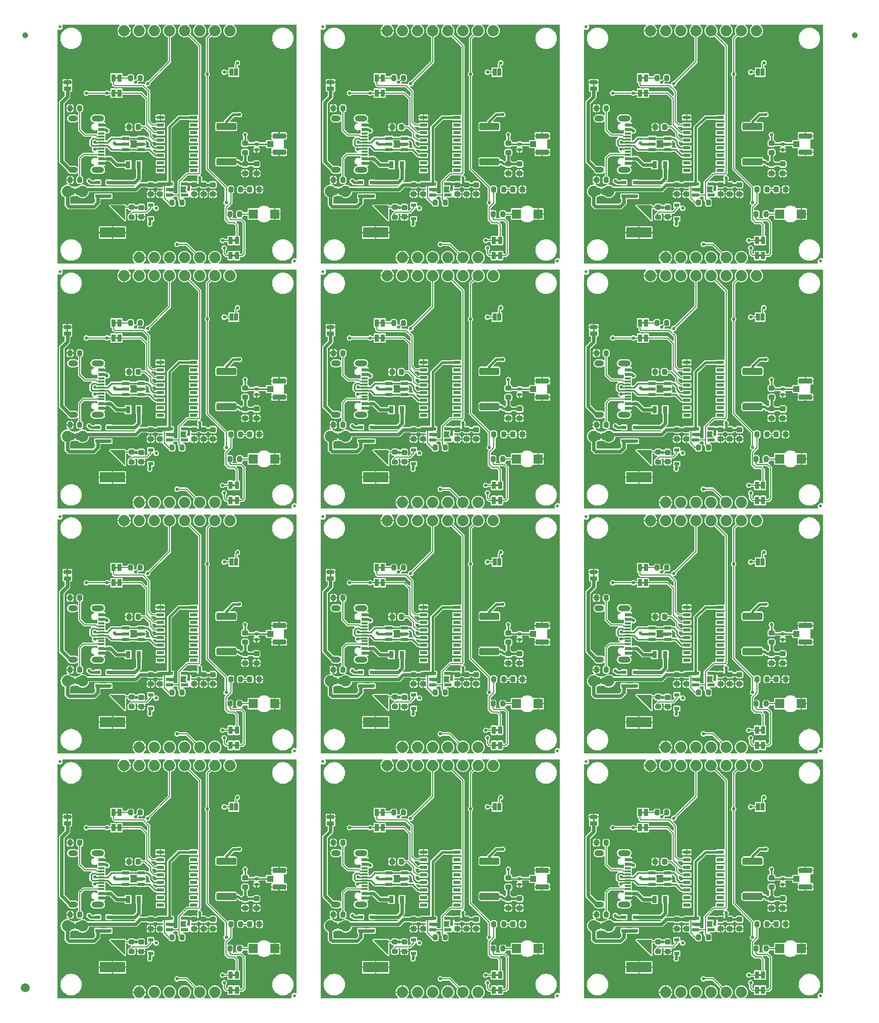
<source format=gtl>
%TF.GenerationSoftware,KiCad,Pcbnew,9.0.1*%
%TF.CreationDate,2025-04-15T12:31:11-06:00*%
%TF.ProjectId,SparkFun_GNSS_DAN-F10N_panelized,53706172-6b46-4756-9e5f-474e53535f44,rev?*%
%TF.SameCoordinates,Original*%
%TF.FileFunction,Copper,L1,Top*%
%TF.FilePolarity,Positive*%
%FSLAX46Y46*%
G04 Gerber Fmt 4.6, Leading zero omitted, Abs format (unit mm)*
G04 Created by KiCad (PCBNEW 9.0.1) date 2025-04-15 12:31:11*
%MOMM*%
%LPD*%
G01*
G04 APERTURE LIST*
G04 Aperture macros list*
%AMRoundRect*
0 Rectangle with rounded corners*
0 $1 Rounding radius*
0 $2 $3 $4 $5 $6 $7 $8 $9 X,Y pos of 4 corners*
0 Add a 4 corners polygon primitive as box body*
4,1,4,$2,$3,$4,$5,$6,$7,$8,$9,$2,$3,0*
0 Add four circle primitives for the rounded corners*
1,1,$1+$1,$2,$3*
1,1,$1+$1,$4,$5*
1,1,$1+$1,$6,$7*
1,1,$1+$1,$8,$9*
0 Add four rect primitives between the rounded corners*
20,1,$1+$1,$2,$3,$4,$5,0*
20,1,$1+$1,$4,$5,$6,$7,0*
20,1,$1+$1,$6,$7,$8,$9,0*
20,1,$1+$1,$8,$9,$2,$3,0*%
%AMFreePoly0*
4,1,4,0.655000,-1.932855,-1.830355,0.552500,0.655000,0.552500,0.655000,-1.932855,0.655000,-1.932855,$1*%
G04 Aperture macros list end*
%TA.AperFunction,EtchedComponent*%
%ADD10C,0.000000*%
%TD*%
%TA.AperFunction,SMDPad,CuDef*%
%ADD11C,1.000000*%
%TD*%
%TA.AperFunction,SMDPad,CuDef*%
%ADD12C,1.500000*%
%TD*%
%TA.AperFunction,SMDPad,CuDef*%
%ADD13RoundRect,0.200000X-0.275000X0.200000X-0.275000X-0.200000X0.275000X-0.200000X0.275000X0.200000X0*%
%TD*%
%TA.AperFunction,SMDPad,CuDef*%
%ADD14R,1.500000X1.600000*%
%TD*%
%TA.AperFunction,SMDPad,CuDef*%
%ADD15R,0.830000X0.630000*%
%TD*%
%TA.AperFunction,SMDPad,CuDef*%
%ADD16FreePoly0,0.000000*%
%TD*%
%TA.AperFunction,SMDPad,CuDef*%
%ADD17R,4.200000X1.700000*%
%TD*%
%TA.AperFunction,SMDPad,CuDef*%
%ADD18RoundRect,0.225000X-0.250000X0.225000X-0.250000X-0.225000X0.250000X-0.225000X0.250000X0.225000X0*%
%TD*%
%TA.AperFunction,SMDPad,CuDef*%
%ADD19R,1.200000X0.550000*%
%TD*%
%TA.AperFunction,ComponentPad*%
%ADD20C,1.879600*%
%TD*%
%TA.AperFunction,SMDPad,CuDef*%
%ADD21R,0.635000X1.270000*%
%TD*%
%TA.AperFunction,SMDPad,CuDef*%
%ADD22R,1.050000X1.000000*%
%TD*%
%TA.AperFunction,SMDPad,CuDef*%
%ADD23R,2.200000X0.850000*%
%TD*%
%TA.AperFunction,SMDPad,CuDef*%
%ADD24R,0.660400X1.270000*%
%TD*%
%TA.AperFunction,SMDPad,CuDef*%
%ADD25RoundRect,0.225000X0.250000X-0.225000X0.250000X0.225000X-0.250000X0.225000X-0.250000X-0.225000X0*%
%TD*%
%TA.AperFunction,SMDPad,CuDef*%
%ADD26RoundRect,0.225000X-0.225000X-0.250000X0.225000X-0.250000X0.225000X0.250000X-0.225000X0.250000X0*%
%TD*%
%TA.AperFunction,SMDPad,CuDef*%
%ADD27R,1.200000X0.600000*%
%TD*%
%TA.AperFunction,SMDPad,CuDef*%
%ADD28RoundRect,0.200000X0.200000X0.275000X-0.200000X0.275000X-0.200000X-0.275000X0.200000X-0.275000X0*%
%TD*%
%TA.AperFunction,SMDPad,CuDef*%
%ADD29RoundRect,0.250000X-1.425000X0.362500X-1.425000X-0.362500X1.425000X-0.362500X1.425000X0.362500X0*%
%TD*%
%TA.AperFunction,SMDPad,CuDef*%
%ADD30R,0.800000X1.200000*%
%TD*%
%TA.AperFunction,SMDPad,CuDef*%
%ADD31RoundRect,0.200000X-0.200000X-0.275000X0.200000X-0.275000X0.200000X0.275000X-0.200000X0.275000X0*%
%TD*%
%TA.AperFunction,SMDPad,CuDef*%
%ADD32RoundRect,0.140000X0.170000X-0.140000X0.170000X0.140000X-0.170000X0.140000X-0.170000X-0.140000X0*%
%TD*%
%TA.AperFunction,SMDPad,CuDef*%
%ADD33C,0.500000*%
%TD*%
%TA.AperFunction,SMDPad,CuDef*%
%ADD34RoundRect,0.218750X0.218750X0.256250X-0.218750X0.256250X-0.218750X-0.256250X0.218750X-0.256250X0*%
%TD*%
%TA.AperFunction,SMDPad,CuDef*%
%ADD35R,1.270000X0.660400*%
%TD*%
%TA.AperFunction,SMDPad,CuDef*%
%ADD36R,1.000000X0.300000*%
%TD*%
%TA.AperFunction,SMDPad,CuDef*%
%ADD37R,1.000000X0.600000*%
%TD*%
%TA.AperFunction,ComponentPad*%
%ADD38O,1.600000X1.000000*%
%TD*%
%TA.AperFunction,ComponentPad*%
%ADD39O,2.100000X1.000000*%
%TD*%
%TA.AperFunction,ViaPad*%
%ADD40C,0.560000*%
%TD*%
%TA.AperFunction,Conductor*%
%ADD41C,0.177800*%
%TD*%
%TA.AperFunction,Conductor*%
%ADD42C,0.406400*%
%TD*%
%TA.AperFunction,Conductor*%
%ADD43C,0.281940*%
%TD*%
%TA.AperFunction,Conductor*%
%ADD44C,0.558800*%
%TD*%
%TA.AperFunction,Conductor*%
%ADD45C,0.152400*%
%TD*%
%TA.AperFunction,Conductor*%
%ADD46C,0.277622*%
%TD*%
G04 APERTURE END LIST*
%TA.AperFunction,EtchedComponent*%
%TO.C,JP11*%
G36*
X91301000Y136202500D02*
G01*
X91801000Y136202500D01*
X91801000Y135402500D01*
X91301000Y135402500D01*
X91301000Y136202500D01*
G37*
%TD.AperFunction*%
%TA.AperFunction,EtchedComponent*%
G36*
X91301000Y95062500D02*
G01*
X91801000Y95062500D01*
X91801000Y94262500D01*
X91301000Y94262500D01*
X91301000Y95062500D01*
G37*
%TD.AperFunction*%
%TA.AperFunction,EtchedComponent*%
G36*
X91301000Y53922500D02*
G01*
X91801000Y53922500D01*
X91801000Y53122500D01*
X91301000Y53122500D01*
X91301000Y53922500D01*
G37*
%TD.AperFunction*%
%TA.AperFunction,EtchedComponent*%
G36*
X91301000Y12782500D02*
G01*
X91801000Y12782500D01*
X91801000Y11982500D01*
X91301000Y11982500D01*
X91301000Y12782500D01*
G37*
%TD.AperFunction*%
%TA.AperFunction,EtchedComponent*%
G36*
X47113000Y136202500D02*
G01*
X47613000Y136202500D01*
X47613000Y135402500D01*
X47113000Y135402500D01*
X47113000Y136202500D01*
G37*
%TD.AperFunction*%
%TA.AperFunction,EtchedComponent*%
G36*
X47113000Y95062500D02*
G01*
X47613000Y95062500D01*
X47613000Y94262500D01*
X47113000Y94262500D01*
X47113000Y95062500D01*
G37*
%TD.AperFunction*%
%TA.AperFunction,EtchedComponent*%
G36*
X47113000Y53922500D02*
G01*
X47613000Y53922500D01*
X47613000Y53122500D01*
X47113000Y53122500D01*
X47113000Y53922500D01*
G37*
%TD.AperFunction*%
%TA.AperFunction,EtchedComponent*%
G36*
X47113000Y12782500D02*
G01*
X47613000Y12782500D01*
X47613000Y11982500D01*
X47113000Y11982500D01*
X47113000Y12782500D01*
G37*
%TD.AperFunction*%
%TA.AperFunction,EtchedComponent*%
G36*
X2925000Y136202500D02*
G01*
X3425000Y136202500D01*
X3425000Y135402500D01*
X2925000Y135402500D01*
X2925000Y136202500D01*
G37*
%TD.AperFunction*%
%TA.AperFunction,EtchedComponent*%
G36*
X2925000Y95062500D02*
G01*
X3425000Y95062500D01*
X3425000Y94262500D01*
X2925000Y94262500D01*
X2925000Y95062500D01*
G37*
%TD.AperFunction*%
%TA.AperFunction,EtchedComponent*%
G36*
X2925000Y53922500D02*
G01*
X3425000Y53922500D01*
X3425000Y53122500D01*
X2925000Y53122500D01*
X2925000Y53922500D01*
G37*
%TD.AperFunction*%
D10*
%TA.AperFunction,EtchedComponent*%
%TO.C,JP2*%
G36*
X118471000Y127397500D02*
G01*
X117971000Y127397500D01*
X117971000Y127697500D01*
X118471000Y127697500D01*
X118471000Y127397500D01*
G37*
%TD.AperFunction*%
%TA.AperFunction,EtchedComponent*%
G36*
X118471000Y86257500D02*
G01*
X117971000Y86257500D01*
X117971000Y86557500D01*
X118471000Y86557500D01*
X118471000Y86257500D01*
G37*
%TD.AperFunction*%
%TA.AperFunction,EtchedComponent*%
G36*
X118471000Y45117500D02*
G01*
X117971000Y45117500D01*
X117971000Y45417500D01*
X118471000Y45417500D01*
X118471000Y45117500D01*
G37*
%TD.AperFunction*%
%TA.AperFunction,EtchedComponent*%
G36*
X118471000Y3977500D02*
G01*
X117971000Y3977500D01*
X117971000Y4277500D01*
X118471000Y4277500D01*
X118471000Y3977500D01*
G37*
%TD.AperFunction*%
%TA.AperFunction,EtchedComponent*%
G36*
X74283000Y127397500D02*
G01*
X73783000Y127397500D01*
X73783000Y127697500D01*
X74283000Y127697500D01*
X74283000Y127397500D01*
G37*
%TD.AperFunction*%
%TA.AperFunction,EtchedComponent*%
G36*
X74283000Y86257500D02*
G01*
X73783000Y86257500D01*
X73783000Y86557500D01*
X74283000Y86557500D01*
X74283000Y86257500D01*
G37*
%TD.AperFunction*%
%TA.AperFunction,EtchedComponent*%
G36*
X74283000Y45117500D02*
G01*
X73783000Y45117500D01*
X73783000Y45417500D01*
X74283000Y45417500D01*
X74283000Y45117500D01*
G37*
%TD.AperFunction*%
%TA.AperFunction,EtchedComponent*%
G36*
X74283000Y3977500D02*
G01*
X73783000Y3977500D01*
X73783000Y4277500D01*
X74283000Y4277500D01*
X74283000Y3977500D01*
G37*
%TD.AperFunction*%
%TA.AperFunction,EtchedComponent*%
G36*
X30095000Y127397500D02*
G01*
X29595000Y127397500D01*
X29595000Y127697500D01*
X30095000Y127697500D01*
X30095000Y127397500D01*
G37*
%TD.AperFunction*%
%TA.AperFunction,EtchedComponent*%
G36*
X30095000Y86257500D02*
G01*
X29595000Y86257500D01*
X29595000Y86557500D01*
X30095000Y86557500D01*
X30095000Y86257500D01*
G37*
%TD.AperFunction*%
%TA.AperFunction,EtchedComponent*%
G36*
X30095000Y45117500D02*
G01*
X29595000Y45117500D01*
X29595000Y45417500D01*
X30095000Y45417500D01*
X30095000Y45117500D01*
G37*
%TD.AperFunction*%
%TA.AperFunction,EtchedComponent*%
%TO.C,JP10*%
G36*
X98786000Y152162500D02*
G01*
X98286000Y152162500D01*
X98286000Y152462500D01*
X98786000Y152462500D01*
X98786000Y152162500D01*
G37*
%TD.AperFunction*%
%TA.AperFunction,EtchedComponent*%
G36*
X98786000Y111022500D02*
G01*
X98286000Y111022500D01*
X98286000Y111322500D01*
X98786000Y111322500D01*
X98786000Y111022500D01*
G37*
%TD.AperFunction*%
%TA.AperFunction,EtchedComponent*%
G36*
X98786000Y69882500D02*
G01*
X98286000Y69882500D01*
X98286000Y70182500D01*
X98786000Y70182500D01*
X98786000Y69882500D01*
G37*
%TD.AperFunction*%
%TA.AperFunction,EtchedComponent*%
G36*
X98786000Y28742500D02*
G01*
X98286000Y28742500D01*
X98286000Y29042500D01*
X98786000Y29042500D01*
X98786000Y28742500D01*
G37*
%TD.AperFunction*%
%TA.AperFunction,EtchedComponent*%
G36*
X54598000Y152162500D02*
G01*
X54098000Y152162500D01*
X54098000Y152462500D01*
X54598000Y152462500D01*
X54598000Y152162500D01*
G37*
%TD.AperFunction*%
%TA.AperFunction,EtchedComponent*%
G36*
X54598000Y111022500D02*
G01*
X54098000Y111022500D01*
X54098000Y111322500D01*
X54598000Y111322500D01*
X54598000Y111022500D01*
G37*
%TD.AperFunction*%
%TA.AperFunction,EtchedComponent*%
G36*
X54598000Y69882500D02*
G01*
X54098000Y69882500D01*
X54098000Y70182500D01*
X54598000Y70182500D01*
X54598000Y69882500D01*
G37*
%TD.AperFunction*%
%TA.AperFunction,EtchedComponent*%
G36*
X54598000Y28742500D02*
G01*
X54098000Y28742500D01*
X54098000Y29042500D01*
X54598000Y29042500D01*
X54598000Y28742500D01*
G37*
%TD.AperFunction*%
%TA.AperFunction,EtchedComponent*%
G36*
X10410000Y152162500D02*
G01*
X9910000Y152162500D01*
X9910000Y152462500D01*
X10410000Y152462500D01*
X10410000Y152162500D01*
G37*
%TD.AperFunction*%
%TA.AperFunction,EtchedComponent*%
G36*
X10410000Y111022500D02*
G01*
X9910000Y111022500D01*
X9910000Y111322500D01*
X10410000Y111322500D01*
X10410000Y111022500D01*
G37*
%TD.AperFunction*%
%TA.AperFunction,EtchedComponent*%
G36*
X10410000Y69882500D02*
G01*
X9910000Y69882500D01*
X9910000Y70182500D01*
X10410000Y70182500D01*
X10410000Y69882500D01*
G37*
%TD.AperFunction*%
%TA.AperFunction,EtchedComponent*%
%TO.C,JP7*%
G36*
X90431000Y153332500D02*
G01*
X90131000Y153332500D01*
X90131000Y153832500D01*
X90431000Y153832500D01*
X90431000Y153332500D01*
G37*
%TD.AperFunction*%
%TA.AperFunction,EtchedComponent*%
G36*
X90431000Y112192500D02*
G01*
X90131000Y112192500D01*
X90131000Y112692500D01*
X90431000Y112692500D01*
X90431000Y112192500D01*
G37*
%TD.AperFunction*%
%TA.AperFunction,EtchedComponent*%
G36*
X90431000Y71052500D02*
G01*
X90131000Y71052500D01*
X90131000Y71552500D01*
X90431000Y71552500D01*
X90431000Y71052500D01*
G37*
%TD.AperFunction*%
%TA.AperFunction,EtchedComponent*%
G36*
X90431000Y29912500D02*
G01*
X90131000Y29912500D01*
X90131000Y30412500D01*
X90431000Y30412500D01*
X90431000Y29912500D01*
G37*
%TD.AperFunction*%
%TA.AperFunction,EtchedComponent*%
G36*
X46243000Y153332500D02*
G01*
X45943000Y153332500D01*
X45943000Y153832500D01*
X46243000Y153832500D01*
X46243000Y153332500D01*
G37*
%TD.AperFunction*%
%TA.AperFunction,EtchedComponent*%
G36*
X46243000Y112192500D02*
G01*
X45943000Y112192500D01*
X45943000Y112692500D01*
X46243000Y112692500D01*
X46243000Y112192500D01*
G37*
%TD.AperFunction*%
%TA.AperFunction,EtchedComponent*%
G36*
X46243000Y71052500D02*
G01*
X45943000Y71052500D01*
X45943000Y71552500D01*
X46243000Y71552500D01*
X46243000Y71052500D01*
G37*
%TD.AperFunction*%
%TA.AperFunction,EtchedComponent*%
G36*
X46243000Y29912500D02*
G01*
X45943000Y29912500D01*
X45943000Y30412500D01*
X46243000Y30412500D01*
X46243000Y29912500D01*
G37*
%TD.AperFunction*%
%TA.AperFunction,EtchedComponent*%
G36*
X2055000Y153332500D02*
G01*
X1755000Y153332500D01*
X1755000Y153832500D01*
X2055000Y153832500D01*
X2055000Y153332500D01*
G37*
%TD.AperFunction*%
%TA.AperFunction,EtchedComponent*%
G36*
X2055000Y112192500D02*
G01*
X1755000Y112192500D01*
X1755000Y112692500D01*
X2055000Y112692500D01*
X2055000Y112192500D01*
G37*
%TD.AperFunction*%
%TA.AperFunction,EtchedComponent*%
G36*
X2055000Y71052500D02*
G01*
X1755000Y71052500D01*
X1755000Y71552500D01*
X2055000Y71552500D01*
X2055000Y71052500D01*
G37*
%TD.AperFunction*%
%TA.AperFunction,EtchedComponent*%
%TO.C,JP3*%
G36*
X118471000Y124857500D02*
G01*
X117971000Y124857500D01*
X117971000Y125157500D01*
X118471000Y125157500D01*
X118471000Y124857500D01*
G37*
%TD.AperFunction*%
%TA.AperFunction,EtchedComponent*%
G36*
X118471000Y83717500D02*
G01*
X117971000Y83717500D01*
X117971000Y84017500D01*
X118471000Y84017500D01*
X118471000Y83717500D01*
G37*
%TD.AperFunction*%
%TA.AperFunction,EtchedComponent*%
G36*
X118471000Y42577500D02*
G01*
X117971000Y42577500D01*
X117971000Y42877500D01*
X118471000Y42877500D01*
X118471000Y42577500D01*
G37*
%TD.AperFunction*%
%TA.AperFunction,EtchedComponent*%
G36*
X118471000Y1437500D02*
G01*
X117971000Y1437500D01*
X117971000Y1737500D01*
X118471000Y1737500D01*
X118471000Y1437500D01*
G37*
%TD.AperFunction*%
%TA.AperFunction,EtchedComponent*%
G36*
X74283000Y124857500D02*
G01*
X73783000Y124857500D01*
X73783000Y125157500D01*
X74283000Y125157500D01*
X74283000Y124857500D01*
G37*
%TD.AperFunction*%
%TA.AperFunction,EtchedComponent*%
G36*
X74283000Y83717500D02*
G01*
X73783000Y83717500D01*
X73783000Y84017500D01*
X74283000Y84017500D01*
X74283000Y83717500D01*
G37*
%TD.AperFunction*%
%TA.AperFunction,EtchedComponent*%
G36*
X74283000Y42577500D02*
G01*
X73783000Y42577500D01*
X73783000Y42877500D01*
X74283000Y42877500D01*
X74283000Y42577500D01*
G37*
%TD.AperFunction*%
%TA.AperFunction,EtchedComponent*%
G36*
X74283000Y1437500D02*
G01*
X73783000Y1437500D01*
X73783000Y1737500D01*
X74283000Y1737500D01*
X74283000Y1437500D01*
G37*
%TD.AperFunction*%
%TA.AperFunction,EtchedComponent*%
G36*
X30095000Y124857500D02*
G01*
X29595000Y124857500D01*
X29595000Y125157500D01*
X30095000Y125157500D01*
X30095000Y124857500D01*
G37*
%TD.AperFunction*%
%TA.AperFunction,EtchedComponent*%
G36*
X30095000Y83717500D02*
G01*
X29595000Y83717500D01*
X29595000Y84017500D01*
X30095000Y84017500D01*
X30095000Y83717500D01*
G37*
%TD.AperFunction*%
%TA.AperFunction,EtchedComponent*%
G36*
X30095000Y42577500D02*
G01*
X29595000Y42577500D01*
X29595000Y42877500D01*
X30095000Y42877500D01*
X30095000Y42577500D01*
G37*
%TD.AperFunction*%
%TA.AperFunction,EtchedComponent*%
%TO.C,JP9*%
G36*
X98786000Y154702500D02*
G01*
X98286000Y154702500D01*
X98286000Y155002500D01*
X98786000Y155002500D01*
X98786000Y154702500D01*
G37*
%TD.AperFunction*%
%TA.AperFunction,EtchedComponent*%
G36*
X98786000Y113562500D02*
G01*
X98286000Y113562500D01*
X98286000Y113862500D01*
X98786000Y113862500D01*
X98786000Y113562500D01*
G37*
%TD.AperFunction*%
%TA.AperFunction,EtchedComponent*%
G36*
X98786000Y72422500D02*
G01*
X98286000Y72422500D01*
X98286000Y72722500D01*
X98786000Y72722500D01*
X98786000Y72422500D01*
G37*
%TD.AperFunction*%
%TA.AperFunction,EtchedComponent*%
G36*
X98786000Y31282500D02*
G01*
X98286000Y31282500D01*
X98286000Y31582500D01*
X98786000Y31582500D01*
X98786000Y31282500D01*
G37*
%TD.AperFunction*%
%TA.AperFunction,EtchedComponent*%
G36*
X54598000Y154702500D02*
G01*
X54098000Y154702500D01*
X54098000Y155002500D01*
X54598000Y155002500D01*
X54598000Y154702500D01*
G37*
%TD.AperFunction*%
%TA.AperFunction,EtchedComponent*%
G36*
X54598000Y113562500D02*
G01*
X54098000Y113562500D01*
X54098000Y113862500D01*
X54598000Y113862500D01*
X54598000Y113562500D01*
G37*
%TD.AperFunction*%
%TA.AperFunction,EtchedComponent*%
G36*
X54598000Y72422500D02*
G01*
X54098000Y72422500D01*
X54098000Y72722500D01*
X54598000Y72722500D01*
X54598000Y72422500D01*
G37*
%TD.AperFunction*%
%TA.AperFunction,EtchedComponent*%
G36*
X54598000Y31282500D02*
G01*
X54098000Y31282500D01*
X54098000Y31582500D01*
X54598000Y31582500D01*
X54598000Y31282500D01*
G37*
%TD.AperFunction*%
%TA.AperFunction,EtchedComponent*%
G36*
X10410000Y154702500D02*
G01*
X9910000Y154702500D01*
X9910000Y155002500D01*
X10410000Y155002500D01*
X10410000Y154702500D01*
G37*
%TD.AperFunction*%
%TA.AperFunction,EtchedComponent*%
G36*
X10410000Y113562500D02*
G01*
X9910000Y113562500D01*
X9910000Y113862500D01*
X10410000Y113862500D01*
X10410000Y113562500D01*
G37*
%TD.AperFunction*%
%TA.AperFunction,EtchedComponent*%
G36*
X10410000Y72422500D02*
G01*
X9910000Y72422500D01*
X9910000Y72722500D01*
X10410000Y72722500D01*
X10410000Y72422500D01*
G37*
%TD.AperFunction*%
%TA.AperFunction,EtchedComponent*%
G36*
X10410000Y31282500D02*
G01*
X9910000Y31282500D01*
X9910000Y31582500D01*
X10410000Y31582500D01*
X10410000Y31282500D01*
G37*
%TD.AperFunction*%
%TA.AperFunction,EtchedComponent*%
%TO.C,JP3*%
G36*
X30095000Y1437500D02*
G01*
X29595000Y1437500D01*
X29595000Y1737500D01*
X30095000Y1737500D01*
X30095000Y1437500D01*
G37*
%TD.AperFunction*%
%TA.AperFunction,EtchedComponent*%
%TO.C,JP7*%
G36*
X2055000Y29912500D02*
G01*
X1755000Y29912500D01*
X1755000Y30412500D01*
X2055000Y30412500D01*
X2055000Y29912500D01*
G37*
%TD.AperFunction*%
%TA.AperFunction,EtchedComponent*%
%TO.C,JP10*%
G36*
X10410000Y28742500D02*
G01*
X9910000Y28742500D01*
X9910000Y29042500D01*
X10410000Y29042500D01*
X10410000Y28742500D01*
G37*
%TD.AperFunction*%
%TA.AperFunction,EtchedComponent*%
%TO.C,JP2*%
G36*
X30095000Y3977500D02*
G01*
X29595000Y3977500D01*
X29595000Y4277500D01*
X30095000Y4277500D01*
X30095000Y3977500D01*
G37*
%TD.AperFunction*%
%TA.AperFunction,EtchedComponent*%
%TO.C,JP11*%
G36*
X2925000Y12782500D02*
G01*
X3425000Y12782500D01*
X3425000Y11982500D01*
X2925000Y11982500D01*
X2925000Y12782500D01*
G37*
%TD.AperFunction*%
%TD*%
D11*
%TO.P,,*%
%TO.N,*%
X134151500Y162060000D03*
%TD*%
%TO.P,,*%
%TO.N,*%
X-5135500Y162060000D03*
%TD*%
D12*
%TO.P,,*%
%TO.N,*%
X-5135500Y2000000D03*
%TD*%
D13*
%TO.P,R7,1*%
%TO.N,V_BCKP*%
X101076000Y133135000D03*
%TO.P,R7,2*%
%TO.N,Net-(D5-K)*%
X101076000Y131485000D03*
%TD*%
%TO.P,R7,1*%
%TO.N,V_BCKP*%
X101076000Y91995000D03*
%TO.P,R7,2*%
%TO.N,Net-(D5-K)*%
X101076000Y90345000D03*
%TD*%
%TO.P,R7,1*%
%TO.N,V_BCKP*%
X101076000Y50855000D03*
%TO.P,R7,2*%
%TO.N,Net-(D5-K)*%
X101076000Y49205000D03*
%TD*%
%TO.P,R7,1*%
%TO.N,V_BCKP*%
X101076000Y9715000D03*
%TO.P,R7,2*%
%TO.N,Net-(D5-K)*%
X101076000Y8065000D03*
%TD*%
%TO.P,R7,1*%
%TO.N,V_BCKP*%
X56888000Y133135000D03*
%TO.P,R7,2*%
%TO.N,Net-(D5-K)*%
X56888000Y131485000D03*
%TD*%
%TO.P,R7,1*%
%TO.N,V_BCKP*%
X56888000Y91995000D03*
%TO.P,R7,2*%
%TO.N,Net-(D5-K)*%
X56888000Y90345000D03*
%TD*%
%TO.P,R7,1*%
%TO.N,V_BCKP*%
X56888000Y50855000D03*
%TO.P,R7,2*%
%TO.N,Net-(D5-K)*%
X56888000Y49205000D03*
%TD*%
%TO.P,R7,1*%
%TO.N,V_BCKP*%
X56888000Y9715000D03*
%TO.P,R7,2*%
%TO.N,Net-(D5-K)*%
X56888000Y8065000D03*
%TD*%
%TO.P,R7,1*%
%TO.N,V_BCKP*%
X12700000Y133135000D03*
%TO.P,R7,2*%
%TO.N,Net-(D5-K)*%
X12700000Y131485000D03*
%TD*%
%TO.P,R7,1*%
%TO.N,V_BCKP*%
X12700000Y91995000D03*
%TO.P,R7,2*%
%TO.N,Net-(D5-K)*%
X12700000Y90345000D03*
%TD*%
%TO.P,R7,1*%
%TO.N,V_BCKP*%
X12700000Y50855000D03*
%TO.P,R7,2*%
%TO.N,Net-(D5-K)*%
X12700000Y49205000D03*
%TD*%
D14*
%TO.P,D6,1,K*%
%TO.N,GND*%
X125101000Y131992500D03*
%TO.P,D6,2,A*%
%TO.N,Net-(D6-A)*%
X121501000Y131992500D03*
%TD*%
%TO.P,D6,1,K*%
%TO.N,GND*%
X125101000Y90852500D03*
%TO.P,D6,2,A*%
%TO.N,Net-(D6-A)*%
X121501000Y90852500D03*
%TD*%
%TO.P,D6,1,K*%
%TO.N,GND*%
X125101000Y49712500D03*
%TO.P,D6,2,A*%
%TO.N,Net-(D6-A)*%
X121501000Y49712500D03*
%TD*%
%TO.P,D6,1,K*%
%TO.N,GND*%
X125101000Y8572500D03*
%TO.P,D6,2,A*%
%TO.N,Net-(D6-A)*%
X121501000Y8572500D03*
%TD*%
%TO.P,D6,1,K*%
%TO.N,GND*%
X80913000Y131992500D03*
%TO.P,D6,2,A*%
%TO.N,Net-(D6-A)*%
X77313000Y131992500D03*
%TD*%
%TO.P,D6,1,K*%
%TO.N,GND*%
X80913000Y90852500D03*
%TO.P,D6,2,A*%
%TO.N,Net-(D6-A)*%
X77313000Y90852500D03*
%TD*%
%TO.P,D6,1,K*%
%TO.N,GND*%
X80913000Y49712500D03*
%TO.P,D6,2,A*%
%TO.N,Net-(D6-A)*%
X77313000Y49712500D03*
%TD*%
%TO.P,D6,1,K*%
%TO.N,GND*%
X80913000Y8572500D03*
%TO.P,D6,2,A*%
%TO.N,Net-(D6-A)*%
X77313000Y8572500D03*
%TD*%
%TO.P,D6,1,K*%
%TO.N,GND*%
X36725000Y131992500D03*
%TO.P,D6,2,A*%
%TO.N,Net-(D6-A)*%
X33125000Y131992500D03*
%TD*%
%TO.P,D6,1,K*%
%TO.N,GND*%
X36725000Y90852500D03*
%TO.P,D6,2,A*%
%TO.N,Net-(D6-A)*%
X33125000Y90852500D03*
%TD*%
%TO.P,D6,1,K*%
%TO.N,GND*%
X36725000Y49712500D03*
%TO.P,D6,2,A*%
%TO.N,Net-(D6-A)*%
X33125000Y49712500D03*
%TD*%
D15*
%TO.P,D3,1,K*%
%TO.N,Net-(D2-K)*%
X95361000Y134970000D03*
%TO.P,D3,2,A*%
%TO.N,5V*%
X95361000Y137270000D03*
%TD*%
%TO.P,D3,1,K*%
%TO.N,Net-(D2-K)*%
X95361000Y93830000D03*
%TO.P,D3,2,A*%
%TO.N,5V*%
X95361000Y96130000D03*
%TD*%
%TO.P,D3,1,K*%
%TO.N,Net-(D2-K)*%
X95361000Y52690000D03*
%TO.P,D3,2,A*%
%TO.N,5V*%
X95361000Y54990000D03*
%TD*%
%TO.P,D3,1,K*%
%TO.N,Net-(D2-K)*%
X95361000Y11550000D03*
%TO.P,D3,2,A*%
%TO.N,5V*%
X95361000Y13850000D03*
%TD*%
%TO.P,D3,1,K*%
%TO.N,Net-(D2-K)*%
X51173000Y134970000D03*
%TO.P,D3,2,A*%
%TO.N,5V*%
X51173000Y137270000D03*
%TD*%
%TO.P,D3,1,K*%
%TO.N,Net-(D2-K)*%
X51173000Y93830000D03*
%TO.P,D3,2,A*%
%TO.N,5V*%
X51173000Y96130000D03*
%TD*%
%TO.P,D3,1,K*%
%TO.N,Net-(D2-K)*%
X51173000Y52690000D03*
%TO.P,D3,2,A*%
%TO.N,5V*%
X51173000Y54990000D03*
%TD*%
%TO.P,D3,1,K*%
%TO.N,Net-(D2-K)*%
X51173000Y11550000D03*
%TO.P,D3,2,A*%
%TO.N,5V*%
X51173000Y13850000D03*
%TD*%
%TO.P,D3,1,K*%
%TO.N,Net-(D2-K)*%
X6985000Y134970000D03*
%TO.P,D3,2,A*%
%TO.N,5V*%
X6985000Y137270000D03*
%TD*%
%TO.P,D3,1,K*%
%TO.N,Net-(D2-K)*%
X6985000Y93830000D03*
%TO.P,D3,2,A*%
%TO.N,5V*%
X6985000Y96130000D03*
%TD*%
%TO.P,D3,1,K*%
%TO.N,Net-(D2-K)*%
X6985000Y52690000D03*
%TO.P,D3,2,A*%
%TO.N,5V*%
X6985000Y54990000D03*
%TD*%
D16*
%TO.P,BT1,+,+*%
%TO.N,V_BCKP*%
X99316000Y132875000D03*
D17*
%TO.P,BT1,-,-*%
%TO.N,GND*%
X97866000Y128872500D03*
%TD*%
D16*
%TO.P,BT1,+,+*%
%TO.N,V_BCKP*%
X99316000Y91735000D03*
D17*
%TO.P,BT1,-,-*%
%TO.N,GND*%
X97866000Y87732500D03*
%TD*%
D16*
%TO.P,BT1,+,+*%
%TO.N,V_BCKP*%
X99316000Y50595000D03*
D17*
%TO.P,BT1,-,-*%
%TO.N,GND*%
X97866000Y46592500D03*
%TD*%
D16*
%TO.P,BT1,+,+*%
%TO.N,V_BCKP*%
X99316000Y9455000D03*
D17*
%TO.P,BT1,-,-*%
%TO.N,GND*%
X97866000Y5452500D03*
%TD*%
D16*
%TO.P,BT1,+,+*%
%TO.N,V_BCKP*%
X55128000Y132875000D03*
D17*
%TO.P,BT1,-,-*%
%TO.N,GND*%
X53678000Y128872500D03*
%TD*%
D16*
%TO.P,BT1,+,+*%
%TO.N,V_BCKP*%
X55128000Y91735000D03*
D17*
%TO.P,BT1,-,-*%
%TO.N,GND*%
X53678000Y87732500D03*
%TD*%
D16*
%TO.P,BT1,+,+*%
%TO.N,V_BCKP*%
X55128000Y50595000D03*
D17*
%TO.P,BT1,-,-*%
%TO.N,GND*%
X53678000Y46592500D03*
%TD*%
D16*
%TO.P,BT1,+,+*%
%TO.N,V_BCKP*%
X55128000Y9455000D03*
D17*
%TO.P,BT1,-,-*%
%TO.N,GND*%
X53678000Y5452500D03*
%TD*%
D16*
%TO.P,BT1,+,+*%
%TO.N,V_BCKP*%
X10940000Y132875000D03*
D17*
%TO.P,BT1,-,-*%
%TO.N,GND*%
X9490000Y128872500D03*
%TD*%
D16*
%TO.P,BT1,+,+*%
%TO.N,V_BCKP*%
X10940000Y91735000D03*
D17*
%TO.P,BT1,-,-*%
%TO.N,GND*%
X9490000Y87732500D03*
%TD*%
D16*
%TO.P,BT1,+,+*%
%TO.N,V_BCKP*%
X10940000Y50595000D03*
D17*
%TO.P,BT1,-,-*%
%TO.N,GND*%
X9490000Y46592500D03*
%TD*%
D18*
%TO.P,C17,1*%
%TO.N,3.3V*%
X114728500Y136895000D03*
%TO.P,C17,2*%
%TO.N,GND*%
X114728500Y135345000D03*
%TD*%
%TO.P,C17,1*%
%TO.N,3.3V*%
X114728500Y95755000D03*
%TO.P,C17,2*%
%TO.N,GND*%
X114728500Y94205000D03*
%TD*%
%TO.P,C17,1*%
%TO.N,3.3V*%
X114728500Y54615000D03*
%TO.P,C17,2*%
%TO.N,GND*%
X114728500Y53065000D03*
%TD*%
%TO.P,C17,1*%
%TO.N,3.3V*%
X114728500Y13475000D03*
%TO.P,C17,2*%
%TO.N,GND*%
X114728500Y11925000D03*
%TD*%
%TO.P,C17,1*%
%TO.N,3.3V*%
X70540500Y136895000D03*
%TO.P,C17,2*%
%TO.N,GND*%
X70540500Y135345000D03*
%TD*%
%TO.P,C17,1*%
%TO.N,3.3V*%
X70540500Y95755000D03*
%TO.P,C17,2*%
%TO.N,GND*%
X70540500Y94205000D03*
%TD*%
%TO.P,C17,1*%
%TO.N,3.3V*%
X70540500Y54615000D03*
%TO.P,C17,2*%
%TO.N,GND*%
X70540500Y53065000D03*
%TD*%
%TO.P,C17,1*%
%TO.N,3.3V*%
X70540500Y13475000D03*
%TO.P,C17,2*%
%TO.N,GND*%
X70540500Y11925000D03*
%TD*%
%TO.P,C17,1*%
%TO.N,3.3V*%
X26352500Y136895000D03*
%TO.P,C17,2*%
%TO.N,GND*%
X26352500Y135345000D03*
%TD*%
%TO.P,C17,1*%
%TO.N,3.3V*%
X26352500Y95755000D03*
%TO.P,C17,2*%
%TO.N,GND*%
X26352500Y94205000D03*
%TD*%
%TO.P,C17,1*%
%TO.N,3.3V*%
X26352500Y54615000D03*
%TO.P,C17,2*%
%TO.N,GND*%
X26352500Y53065000D03*
%TD*%
D15*
%TO.P,D2,1,K*%
%TO.N,Net-(D2-K)*%
X97266000Y134970000D03*
%TO.P,D2,2,A*%
%TO.N,VBUS*%
X97266000Y137270000D03*
%TD*%
%TO.P,D2,1,K*%
%TO.N,Net-(D2-K)*%
X97266000Y93830000D03*
%TO.P,D2,2,A*%
%TO.N,VBUS*%
X97266000Y96130000D03*
%TD*%
%TO.P,D2,1,K*%
%TO.N,Net-(D2-K)*%
X97266000Y52690000D03*
%TO.P,D2,2,A*%
%TO.N,VBUS*%
X97266000Y54990000D03*
%TD*%
%TO.P,D2,1,K*%
%TO.N,Net-(D2-K)*%
X97266000Y11550000D03*
%TO.P,D2,2,A*%
%TO.N,VBUS*%
X97266000Y13850000D03*
%TD*%
%TO.P,D2,1,K*%
%TO.N,Net-(D2-K)*%
X53078000Y134970000D03*
%TO.P,D2,2,A*%
%TO.N,VBUS*%
X53078000Y137270000D03*
%TD*%
%TO.P,D2,1,K*%
%TO.N,Net-(D2-K)*%
X53078000Y93830000D03*
%TO.P,D2,2,A*%
%TO.N,VBUS*%
X53078000Y96130000D03*
%TD*%
%TO.P,D2,1,K*%
%TO.N,Net-(D2-K)*%
X53078000Y52690000D03*
%TO.P,D2,2,A*%
%TO.N,VBUS*%
X53078000Y54990000D03*
%TD*%
%TO.P,D2,1,K*%
%TO.N,Net-(D2-K)*%
X53078000Y11550000D03*
%TO.P,D2,2,A*%
%TO.N,VBUS*%
X53078000Y13850000D03*
%TD*%
%TO.P,D2,1,K*%
%TO.N,Net-(D2-K)*%
X8890000Y134970000D03*
%TO.P,D2,2,A*%
%TO.N,VBUS*%
X8890000Y137270000D03*
%TD*%
%TO.P,D2,1,K*%
%TO.N,Net-(D2-K)*%
X8890000Y93830000D03*
%TO.P,D2,2,A*%
%TO.N,VBUS*%
X8890000Y96130000D03*
%TD*%
%TO.P,D2,1,K*%
%TO.N,Net-(D2-K)*%
X8890000Y52690000D03*
%TO.P,D2,2,A*%
%TO.N,VBUS*%
X8890000Y54990000D03*
%TD*%
D18*
%TO.P,C14,1*%
%TO.N,VDD*%
X104251000Y136895000D03*
%TO.P,C14,2*%
%TO.N,GND*%
X104251000Y135345000D03*
%TD*%
%TO.P,C14,1*%
%TO.N,VDD*%
X104251000Y95755000D03*
%TO.P,C14,2*%
%TO.N,GND*%
X104251000Y94205000D03*
%TD*%
%TO.P,C14,1*%
%TO.N,VDD*%
X104251000Y54615000D03*
%TO.P,C14,2*%
%TO.N,GND*%
X104251000Y53065000D03*
%TD*%
%TO.P,C14,1*%
%TO.N,VDD*%
X104251000Y13475000D03*
%TO.P,C14,2*%
%TO.N,GND*%
X104251000Y11925000D03*
%TD*%
%TO.P,C14,1*%
%TO.N,VDD*%
X60063000Y136895000D03*
%TO.P,C14,2*%
%TO.N,GND*%
X60063000Y135345000D03*
%TD*%
%TO.P,C14,1*%
%TO.N,VDD*%
X60063000Y95755000D03*
%TO.P,C14,2*%
%TO.N,GND*%
X60063000Y94205000D03*
%TD*%
%TO.P,C14,1*%
%TO.N,VDD*%
X60063000Y54615000D03*
%TO.P,C14,2*%
%TO.N,GND*%
X60063000Y53065000D03*
%TD*%
%TO.P,C14,1*%
%TO.N,VDD*%
X60063000Y13475000D03*
%TO.P,C14,2*%
%TO.N,GND*%
X60063000Y11925000D03*
%TD*%
%TO.P,C14,1*%
%TO.N,VDD*%
X15875000Y136895000D03*
%TO.P,C14,2*%
%TO.N,GND*%
X15875000Y135345000D03*
%TD*%
%TO.P,C14,1*%
%TO.N,VDD*%
X15875000Y95755000D03*
%TO.P,C14,2*%
%TO.N,GND*%
X15875000Y94205000D03*
%TD*%
%TO.P,C14,1*%
%TO.N,VDD*%
X15875000Y54615000D03*
%TO.P,C14,2*%
%TO.N,GND*%
X15875000Y53065000D03*
%TD*%
D19*
%TO.P,U1,1,I/O1*%
%TO.N,Net-(U1-I{slash}O1)*%
X102693600Y142790000D03*
%TO.P,U1,2,GND*%
%TO.N,GND*%
X102693600Y143740000D03*
%TO.P,U1,3,I/O2*%
%TO.N,Net-(U1-I{slash}O2)*%
X102693600Y144690000D03*
%TO.P,U1,4,I/O3*%
X100093400Y144690000D03*
%TO.P,U1,5,VCC*%
%TO.N,VBUS*%
X100093500Y143740000D03*
%TO.P,U1,6,I/O4*%
%TO.N,Net-(U1-I{slash}O1)*%
X100093400Y142790000D03*
%TD*%
%TO.P,U1,1,I/O1*%
%TO.N,Net-(U1-I{slash}O1)*%
X102693600Y101650000D03*
%TO.P,U1,2,GND*%
%TO.N,GND*%
X102693600Y102600000D03*
%TO.P,U1,3,I/O2*%
%TO.N,Net-(U1-I{slash}O2)*%
X102693600Y103550000D03*
%TO.P,U1,4,I/O3*%
X100093400Y103550000D03*
%TO.P,U1,5,VCC*%
%TO.N,VBUS*%
X100093500Y102600000D03*
%TO.P,U1,6,I/O4*%
%TO.N,Net-(U1-I{slash}O1)*%
X100093400Y101650000D03*
%TD*%
%TO.P,U1,1,I/O1*%
%TO.N,Net-(U1-I{slash}O1)*%
X102693600Y60510000D03*
%TO.P,U1,2,GND*%
%TO.N,GND*%
X102693600Y61460000D03*
%TO.P,U1,3,I/O2*%
%TO.N,Net-(U1-I{slash}O2)*%
X102693600Y62410000D03*
%TO.P,U1,4,I/O3*%
X100093400Y62410000D03*
%TO.P,U1,5,VCC*%
%TO.N,VBUS*%
X100093500Y61460000D03*
%TO.P,U1,6,I/O4*%
%TO.N,Net-(U1-I{slash}O1)*%
X100093400Y60510000D03*
%TD*%
%TO.P,U1,1,I/O1*%
%TO.N,Net-(U1-I{slash}O1)*%
X102693600Y19370000D03*
%TO.P,U1,2,GND*%
%TO.N,GND*%
X102693600Y20320000D03*
%TO.P,U1,3,I/O2*%
%TO.N,Net-(U1-I{slash}O2)*%
X102693600Y21270000D03*
%TO.P,U1,4,I/O3*%
X100093400Y21270000D03*
%TO.P,U1,5,VCC*%
%TO.N,VBUS*%
X100093500Y20320000D03*
%TO.P,U1,6,I/O4*%
%TO.N,Net-(U1-I{slash}O1)*%
X100093400Y19370000D03*
%TD*%
%TO.P,U1,1,I/O1*%
%TO.N,Net-(U1-I{slash}O1)*%
X58505600Y142790000D03*
%TO.P,U1,2,GND*%
%TO.N,GND*%
X58505600Y143740000D03*
%TO.P,U1,3,I/O2*%
%TO.N,Net-(U1-I{slash}O2)*%
X58505600Y144690000D03*
%TO.P,U1,4,I/O3*%
X55905400Y144690000D03*
%TO.P,U1,5,VCC*%
%TO.N,VBUS*%
X55905500Y143740000D03*
%TO.P,U1,6,I/O4*%
%TO.N,Net-(U1-I{slash}O1)*%
X55905400Y142790000D03*
%TD*%
%TO.P,U1,1,I/O1*%
%TO.N,Net-(U1-I{slash}O1)*%
X58505600Y101650000D03*
%TO.P,U1,2,GND*%
%TO.N,GND*%
X58505600Y102600000D03*
%TO.P,U1,3,I/O2*%
%TO.N,Net-(U1-I{slash}O2)*%
X58505600Y103550000D03*
%TO.P,U1,4,I/O3*%
X55905400Y103550000D03*
%TO.P,U1,5,VCC*%
%TO.N,VBUS*%
X55905500Y102600000D03*
%TO.P,U1,6,I/O4*%
%TO.N,Net-(U1-I{slash}O1)*%
X55905400Y101650000D03*
%TD*%
%TO.P,U1,1,I/O1*%
%TO.N,Net-(U1-I{slash}O1)*%
X58505600Y60510000D03*
%TO.P,U1,2,GND*%
%TO.N,GND*%
X58505600Y61460000D03*
%TO.P,U1,3,I/O2*%
%TO.N,Net-(U1-I{slash}O2)*%
X58505600Y62410000D03*
%TO.P,U1,4,I/O3*%
X55905400Y62410000D03*
%TO.P,U1,5,VCC*%
%TO.N,VBUS*%
X55905500Y61460000D03*
%TO.P,U1,6,I/O4*%
%TO.N,Net-(U1-I{slash}O1)*%
X55905400Y60510000D03*
%TD*%
%TO.P,U1,1,I/O1*%
%TO.N,Net-(U1-I{slash}O1)*%
X58505600Y19370000D03*
%TO.P,U1,2,GND*%
%TO.N,GND*%
X58505600Y20320000D03*
%TO.P,U1,3,I/O2*%
%TO.N,Net-(U1-I{slash}O2)*%
X58505600Y21270000D03*
%TO.P,U1,4,I/O3*%
X55905400Y21270000D03*
%TO.P,U1,5,VCC*%
%TO.N,VBUS*%
X55905500Y20320000D03*
%TO.P,U1,6,I/O4*%
%TO.N,Net-(U1-I{slash}O1)*%
X55905400Y19370000D03*
%TD*%
%TO.P,U1,1,I/O1*%
%TO.N,Net-(U1-I{slash}O1)*%
X14317600Y142790000D03*
%TO.P,U1,2,GND*%
%TO.N,GND*%
X14317600Y143740000D03*
%TO.P,U1,3,I/O2*%
%TO.N,Net-(U1-I{slash}O2)*%
X14317600Y144690000D03*
%TO.P,U1,4,I/O3*%
X11717400Y144690000D03*
%TO.P,U1,5,VCC*%
%TO.N,VBUS*%
X11717500Y143740000D03*
%TO.P,U1,6,I/O4*%
%TO.N,Net-(U1-I{slash}O1)*%
X11717400Y142790000D03*
%TD*%
%TO.P,U1,1,I/O1*%
%TO.N,Net-(U1-I{slash}O1)*%
X14317600Y101650000D03*
%TO.P,U1,2,GND*%
%TO.N,GND*%
X14317600Y102600000D03*
%TO.P,U1,3,I/O2*%
%TO.N,Net-(U1-I{slash}O2)*%
X14317600Y103550000D03*
%TO.P,U1,4,I/O3*%
X11717400Y103550000D03*
%TO.P,U1,5,VCC*%
%TO.N,VBUS*%
X11717500Y102600000D03*
%TO.P,U1,6,I/O4*%
%TO.N,Net-(U1-I{slash}O1)*%
X11717400Y101650000D03*
%TD*%
%TO.P,U1,1,I/O1*%
%TO.N,Net-(U1-I{slash}O1)*%
X14317600Y60510000D03*
%TO.P,U1,2,GND*%
%TO.N,GND*%
X14317600Y61460000D03*
%TO.P,U1,3,I/O2*%
%TO.N,Net-(U1-I{slash}O2)*%
X14317600Y62410000D03*
%TO.P,U1,4,I/O3*%
X11717400Y62410000D03*
%TO.P,U1,5,VCC*%
%TO.N,VBUS*%
X11717500Y61460000D03*
%TO.P,U1,6,I/O4*%
%TO.N,Net-(U1-I{slash}O1)*%
X11717400Y60510000D03*
%TD*%
D20*
%TO.P,JP11,1,A*%
%TO.N,Net-(D2-K)*%
X90281000Y135802500D03*
D21*
X91043000Y135802500D03*
%TO.P,JP11,2,B*%
%TO.N,VDD*%
X92059000Y135802500D03*
D20*
X92821000Y135802500D03*
%TD*%
%TO.P,JP11,1,A*%
%TO.N,Net-(D2-K)*%
X90281000Y94662500D03*
D21*
X91043000Y94662500D03*
%TO.P,JP11,2,B*%
%TO.N,VDD*%
X92059000Y94662500D03*
D20*
X92821000Y94662500D03*
%TD*%
%TO.P,JP11,1,A*%
%TO.N,Net-(D2-K)*%
X90281000Y53522500D03*
D21*
X91043000Y53522500D03*
%TO.P,JP11,2,B*%
%TO.N,VDD*%
X92059000Y53522500D03*
D20*
X92821000Y53522500D03*
%TD*%
%TO.P,JP11,1,A*%
%TO.N,Net-(D2-K)*%
X90281000Y12382500D03*
D21*
X91043000Y12382500D03*
%TO.P,JP11,2,B*%
%TO.N,VDD*%
X92059000Y12382500D03*
D20*
X92821000Y12382500D03*
%TD*%
%TO.P,JP11,1,A*%
%TO.N,Net-(D2-K)*%
X46093000Y135802500D03*
D21*
X46855000Y135802500D03*
%TO.P,JP11,2,B*%
%TO.N,VDD*%
X47871000Y135802500D03*
D20*
X48633000Y135802500D03*
%TD*%
%TO.P,JP11,1,A*%
%TO.N,Net-(D2-K)*%
X46093000Y94662500D03*
D21*
X46855000Y94662500D03*
%TO.P,JP11,2,B*%
%TO.N,VDD*%
X47871000Y94662500D03*
D20*
X48633000Y94662500D03*
%TD*%
%TO.P,JP11,1,A*%
%TO.N,Net-(D2-K)*%
X46093000Y53522500D03*
D21*
X46855000Y53522500D03*
%TO.P,JP11,2,B*%
%TO.N,VDD*%
X47871000Y53522500D03*
D20*
X48633000Y53522500D03*
%TD*%
%TO.P,JP11,1,A*%
%TO.N,Net-(D2-K)*%
X46093000Y12382500D03*
D21*
X46855000Y12382500D03*
%TO.P,JP11,2,B*%
%TO.N,VDD*%
X47871000Y12382500D03*
D20*
X48633000Y12382500D03*
%TD*%
%TO.P,JP11,1,A*%
%TO.N,Net-(D2-K)*%
X1905000Y135802500D03*
D21*
X2667000Y135802500D03*
%TO.P,JP11,2,B*%
%TO.N,VDD*%
X3683000Y135802500D03*
D20*
X4445000Y135802500D03*
%TD*%
%TO.P,JP11,1,A*%
%TO.N,Net-(D2-K)*%
X1905000Y94662500D03*
D21*
X2667000Y94662500D03*
%TO.P,JP11,2,B*%
%TO.N,VDD*%
X3683000Y94662500D03*
D20*
X4445000Y94662500D03*
%TD*%
%TO.P,JP11,1,A*%
%TO.N,Net-(D2-K)*%
X1905000Y53522500D03*
D21*
X2667000Y53522500D03*
%TO.P,JP11,2,B*%
%TO.N,VDD*%
X3683000Y53522500D03*
D20*
X4445000Y53522500D03*
%TD*%
D22*
%TO.P,J4,1,In*%
%TO.N,ANT_IN*%
X124316000Y143740000D03*
D23*
%TO.P,J4,2,Ext*%
%TO.N,GND*%
X125841000Y142365000D03*
X125841000Y145115000D03*
%TD*%
D22*
%TO.P,J4,1,In*%
%TO.N,ANT_IN*%
X124316000Y102600000D03*
D23*
%TO.P,J4,2,Ext*%
%TO.N,GND*%
X125841000Y101225000D03*
X125841000Y103975000D03*
%TD*%
D22*
%TO.P,J4,1,In*%
%TO.N,ANT_IN*%
X124316000Y61460000D03*
D23*
%TO.P,J4,2,Ext*%
%TO.N,GND*%
X125841000Y60085000D03*
X125841000Y62835000D03*
%TD*%
D22*
%TO.P,J4,1,In*%
%TO.N,ANT_IN*%
X124316000Y20320000D03*
D23*
%TO.P,J4,2,Ext*%
%TO.N,GND*%
X125841000Y18945000D03*
X125841000Y21695000D03*
%TD*%
D22*
%TO.P,J4,1,In*%
%TO.N,ANT_IN*%
X80128000Y143740000D03*
D23*
%TO.P,J4,2,Ext*%
%TO.N,GND*%
X81653000Y142365000D03*
X81653000Y145115000D03*
%TD*%
D22*
%TO.P,J4,1,In*%
%TO.N,ANT_IN*%
X80128000Y102600000D03*
D23*
%TO.P,J4,2,Ext*%
%TO.N,GND*%
X81653000Y101225000D03*
X81653000Y103975000D03*
%TD*%
D22*
%TO.P,J4,1,In*%
%TO.N,ANT_IN*%
X80128000Y61460000D03*
D23*
%TO.P,J4,2,Ext*%
%TO.N,GND*%
X81653000Y60085000D03*
X81653000Y62835000D03*
%TD*%
D22*
%TO.P,J4,1,In*%
%TO.N,ANT_IN*%
X80128000Y20320000D03*
D23*
%TO.P,J4,2,Ext*%
%TO.N,GND*%
X81653000Y18945000D03*
X81653000Y21695000D03*
%TD*%
D22*
%TO.P,J4,1,In*%
%TO.N,ANT_IN*%
X35940000Y143740000D03*
D23*
%TO.P,J4,2,Ext*%
%TO.N,GND*%
X37465000Y142365000D03*
X37465000Y145115000D03*
%TD*%
D22*
%TO.P,J4,1,In*%
%TO.N,ANT_IN*%
X35940000Y102600000D03*
D23*
%TO.P,J4,2,Ext*%
%TO.N,GND*%
X37465000Y101225000D03*
X37465000Y103975000D03*
%TD*%
D22*
%TO.P,J4,1,In*%
%TO.N,ANT_IN*%
X35940000Y61460000D03*
D23*
%TO.P,J4,2,Ext*%
%TO.N,GND*%
X37465000Y60085000D03*
X37465000Y62835000D03*
%TD*%
D24*
%TO.P,JP2,1,A*%
%TO.N,Net-(JP2-A)*%
X118741700Y127547500D03*
%TO.P,JP2,2,B*%
%TO.N,3.3V*%
X117700300Y127547500D03*
%TD*%
%TO.P,JP2,1,A*%
%TO.N,Net-(JP2-A)*%
X118741700Y86407500D03*
%TO.P,JP2,2,B*%
%TO.N,3.3V*%
X117700300Y86407500D03*
%TD*%
%TO.P,JP2,1,A*%
%TO.N,Net-(JP2-A)*%
X118741700Y45267500D03*
%TO.P,JP2,2,B*%
%TO.N,3.3V*%
X117700300Y45267500D03*
%TD*%
%TO.P,JP2,1,A*%
%TO.N,Net-(JP2-A)*%
X118741700Y4127500D03*
%TO.P,JP2,2,B*%
%TO.N,3.3V*%
X117700300Y4127500D03*
%TD*%
%TO.P,JP2,1,A*%
%TO.N,Net-(JP2-A)*%
X74553700Y127547500D03*
%TO.P,JP2,2,B*%
%TO.N,3.3V*%
X73512300Y127547500D03*
%TD*%
%TO.P,JP2,1,A*%
%TO.N,Net-(JP2-A)*%
X74553700Y86407500D03*
%TO.P,JP2,2,B*%
%TO.N,3.3V*%
X73512300Y86407500D03*
%TD*%
%TO.P,JP2,1,A*%
%TO.N,Net-(JP2-A)*%
X74553700Y45267500D03*
%TO.P,JP2,2,B*%
%TO.N,3.3V*%
X73512300Y45267500D03*
%TD*%
%TO.P,JP2,1,A*%
%TO.N,Net-(JP2-A)*%
X74553700Y4127500D03*
%TO.P,JP2,2,B*%
%TO.N,3.3V*%
X73512300Y4127500D03*
%TD*%
%TO.P,JP2,1,A*%
%TO.N,Net-(JP2-A)*%
X30365700Y127547500D03*
%TO.P,JP2,2,B*%
%TO.N,3.3V*%
X29324300Y127547500D03*
%TD*%
%TO.P,JP2,1,A*%
%TO.N,Net-(JP2-A)*%
X30365700Y86407500D03*
%TO.P,JP2,2,B*%
%TO.N,3.3V*%
X29324300Y86407500D03*
%TD*%
%TO.P,JP2,1,A*%
%TO.N,Net-(JP2-A)*%
X30365700Y45267500D03*
%TO.P,JP2,2,B*%
%TO.N,3.3V*%
X29324300Y45267500D03*
%TD*%
D21*
%TO.P,JP1,1,A*%
%TO.N,3.3V*%
X118627400Y155805000D03*
%TO.P,JP1,2,B*%
%TO.N,EXT_ANT*%
X117814600Y155805000D03*
%TD*%
%TO.P,JP1,1,A*%
%TO.N,3.3V*%
X118627400Y114665000D03*
%TO.P,JP1,2,B*%
%TO.N,EXT_ANT*%
X117814600Y114665000D03*
%TD*%
%TO.P,JP1,1,A*%
%TO.N,3.3V*%
X118627400Y73525000D03*
%TO.P,JP1,2,B*%
%TO.N,EXT_ANT*%
X117814600Y73525000D03*
%TD*%
%TO.P,JP1,1,A*%
%TO.N,3.3V*%
X118627400Y32385000D03*
%TO.P,JP1,2,B*%
%TO.N,EXT_ANT*%
X117814600Y32385000D03*
%TD*%
%TO.P,JP1,1,A*%
%TO.N,3.3V*%
X74439400Y155805000D03*
%TO.P,JP1,2,B*%
%TO.N,EXT_ANT*%
X73626600Y155805000D03*
%TD*%
%TO.P,JP1,1,A*%
%TO.N,3.3V*%
X74439400Y114665000D03*
%TO.P,JP1,2,B*%
%TO.N,EXT_ANT*%
X73626600Y114665000D03*
%TD*%
%TO.P,JP1,1,A*%
%TO.N,3.3V*%
X74439400Y73525000D03*
%TO.P,JP1,2,B*%
%TO.N,EXT_ANT*%
X73626600Y73525000D03*
%TD*%
%TO.P,JP1,1,A*%
%TO.N,3.3V*%
X74439400Y32385000D03*
%TO.P,JP1,2,B*%
%TO.N,EXT_ANT*%
X73626600Y32385000D03*
%TD*%
%TO.P,JP1,1,A*%
%TO.N,3.3V*%
X30251400Y155805000D03*
%TO.P,JP1,2,B*%
%TO.N,EXT_ANT*%
X29438600Y155805000D03*
%TD*%
%TO.P,JP1,1,A*%
%TO.N,3.3V*%
X30251400Y114665000D03*
%TO.P,JP1,2,B*%
%TO.N,EXT_ANT*%
X29438600Y114665000D03*
%TD*%
%TO.P,JP1,1,A*%
%TO.N,3.3V*%
X30251400Y73525000D03*
%TO.P,JP1,2,B*%
%TO.N,EXT_ANT*%
X29438600Y73525000D03*
%TD*%
D25*
%TO.P,L1,1*%
%TO.N,Net-(C1-Pad1)*%
X120126000Y142330000D03*
%TO.P,L1,2*%
%TO.N,ANT_IN*%
X120126000Y143880000D03*
%TD*%
%TO.P,L1,1*%
%TO.N,Net-(C1-Pad1)*%
X120126000Y101190000D03*
%TO.P,L1,2*%
%TO.N,ANT_IN*%
X120126000Y102740000D03*
%TD*%
%TO.P,L1,1*%
%TO.N,Net-(C1-Pad1)*%
X120126000Y60050000D03*
%TO.P,L1,2*%
%TO.N,ANT_IN*%
X120126000Y61600000D03*
%TD*%
%TO.P,L1,1*%
%TO.N,Net-(C1-Pad1)*%
X120126000Y18910000D03*
%TO.P,L1,2*%
%TO.N,ANT_IN*%
X120126000Y20460000D03*
%TD*%
%TO.P,L1,1*%
%TO.N,Net-(C1-Pad1)*%
X75938000Y142330000D03*
%TO.P,L1,2*%
%TO.N,ANT_IN*%
X75938000Y143880000D03*
%TD*%
%TO.P,L1,1*%
%TO.N,Net-(C1-Pad1)*%
X75938000Y101190000D03*
%TO.P,L1,2*%
%TO.N,ANT_IN*%
X75938000Y102740000D03*
%TD*%
%TO.P,L1,1*%
%TO.N,Net-(C1-Pad1)*%
X75938000Y60050000D03*
%TO.P,L1,2*%
%TO.N,ANT_IN*%
X75938000Y61600000D03*
%TD*%
%TO.P,L1,1*%
%TO.N,Net-(C1-Pad1)*%
X75938000Y18910000D03*
%TO.P,L1,2*%
%TO.N,ANT_IN*%
X75938000Y20460000D03*
%TD*%
%TO.P,L1,1*%
%TO.N,Net-(C1-Pad1)*%
X31750000Y142330000D03*
%TO.P,L1,2*%
%TO.N,ANT_IN*%
X31750000Y143880000D03*
%TD*%
%TO.P,L1,1*%
%TO.N,Net-(C1-Pad1)*%
X31750000Y101190000D03*
%TO.P,L1,2*%
%TO.N,ANT_IN*%
X31750000Y102740000D03*
%TD*%
%TO.P,L1,1*%
%TO.N,Net-(C1-Pad1)*%
X31750000Y60050000D03*
%TO.P,L1,2*%
%TO.N,ANT_IN*%
X31750000Y61600000D03*
%TD*%
D26*
%TO.P,C10,1*%
%TO.N,GND*%
X100618500Y146597500D03*
%TO.P,C10,2*%
%TO.N,Net-(U4-V3)*%
X102168500Y146597500D03*
%TD*%
%TO.P,C10,1*%
%TO.N,GND*%
X100618500Y105457500D03*
%TO.P,C10,2*%
%TO.N,Net-(U4-V3)*%
X102168500Y105457500D03*
%TD*%
%TO.P,C10,1*%
%TO.N,GND*%
X100618500Y64317500D03*
%TO.P,C10,2*%
%TO.N,Net-(U4-V3)*%
X102168500Y64317500D03*
%TD*%
%TO.P,C10,1*%
%TO.N,GND*%
X100618500Y23177500D03*
%TO.P,C10,2*%
%TO.N,Net-(U4-V3)*%
X102168500Y23177500D03*
%TD*%
%TO.P,C10,1*%
%TO.N,GND*%
X56430500Y146597500D03*
%TO.P,C10,2*%
%TO.N,Net-(U4-V3)*%
X57980500Y146597500D03*
%TD*%
%TO.P,C10,1*%
%TO.N,GND*%
X56430500Y105457500D03*
%TO.P,C10,2*%
%TO.N,Net-(U4-V3)*%
X57980500Y105457500D03*
%TD*%
%TO.P,C10,1*%
%TO.N,GND*%
X56430500Y64317500D03*
%TO.P,C10,2*%
%TO.N,Net-(U4-V3)*%
X57980500Y64317500D03*
%TD*%
%TO.P,C10,1*%
%TO.N,GND*%
X56430500Y23177500D03*
%TO.P,C10,2*%
%TO.N,Net-(U4-V3)*%
X57980500Y23177500D03*
%TD*%
%TO.P,C10,1*%
%TO.N,GND*%
X12242500Y146597500D03*
%TO.P,C10,2*%
%TO.N,Net-(U4-V3)*%
X13792500Y146597500D03*
%TD*%
%TO.P,C10,1*%
%TO.N,GND*%
X12242500Y105457500D03*
%TO.P,C10,2*%
%TO.N,Net-(U4-V3)*%
X13792500Y105457500D03*
%TD*%
%TO.P,C10,1*%
%TO.N,GND*%
X12242500Y64317500D03*
%TO.P,C10,2*%
%TO.N,Net-(U4-V3)*%
X13792500Y64317500D03*
%TD*%
D27*
%TO.P,U4,1,GND*%
%TO.N,GND*%
X105896000Y148185000D03*
%TO.P,U4,2,TXD*%
%TO.N,Net-(JP9-A)*%
X105896000Y146915000D03*
%TO.P,U4,3,RXD*%
%TO.N,Net-(JP10-A)*%
X105896000Y145645000D03*
%TO.P,U4,4,V3*%
%TO.N,Net-(U4-V3)*%
X105896000Y144375000D03*
%TO.P,U4,5,UD+*%
%TO.N,Net-(U1-I{slash}O2)*%
X105896000Y143105000D03*
%TO.P,U4,6,UD-*%
%TO.N,Net-(U1-I{slash}O1)*%
X105896000Y141835000D03*
%TO.P,U4,7,NC*%
%TO.N,unconnected-(U4-NC-Pad7)*%
X105896000Y140565000D03*
%TO.P,U4,8,NC*%
%TO.N,unconnected-(U4-NC-Pad8)*%
X105896000Y139295000D03*
%TO.P,U4,9,~{CTS}*%
%TO.N,unconnected-(U4-~{CTS}-Pad9)*%
X111496000Y139295000D03*
%TO.P,U4,10,~{DSR}*%
%TO.N,unconnected-(U4-~{DSR}-Pad10)*%
X111496000Y140565000D03*
%TO.P,U4,11,~{RI}*%
%TO.N,unconnected-(U4-~{RI}-Pad11)*%
X111496000Y141835000D03*
%TO.P,U4,12,~{DCD}*%
%TO.N,unconnected-(U4-~{DCD}-Pad12)*%
X111496000Y143105000D03*
%TO.P,U4,13,~{DTR}*%
%TO.N,unconnected-(U4-~{DTR}-Pad13)*%
X111496000Y144375000D03*
%TO.P,U4,14,~{RTS}*%
%TO.N,unconnected-(U4-~{RTS}-Pad14)*%
X111496000Y145645000D03*
%TO.P,U4,15,R232*%
%TO.N,unconnected-(U4-R232-Pad15)*%
X111496000Y146915000D03*
%TO.P,U4,16,VCC*%
%TO.N,VDD*%
X111496000Y148185000D03*
%TD*%
%TO.P,U4,1,GND*%
%TO.N,GND*%
X105896000Y107045000D03*
%TO.P,U4,2,TXD*%
%TO.N,Net-(JP9-A)*%
X105896000Y105775000D03*
%TO.P,U4,3,RXD*%
%TO.N,Net-(JP10-A)*%
X105896000Y104505000D03*
%TO.P,U4,4,V3*%
%TO.N,Net-(U4-V3)*%
X105896000Y103235000D03*
%TO.P,U4,5,UD+*%
%TO.N,Net-(U1-I{slash}O2)*%
X105896000Y101965000D03*
%TO.P,U4,6,UD-*%
%TO.N,Net-(U1-I{slash}O1)*%
X105896000Y100695000D03*
%TO.P,U4,7,NC*%
%TO.N,unconnected-(U4-NC-Pad7)*%
X105896000Y99425000D03*
%TO.P,U4,8,NC*%
%TO.N,unconnected-(U4-NC-Pad8)*%
X105896000Y98155000D03*
%TO.P,U4,9,~{CTS}*%
%TO.N,unconnected-(U4-~{CTS}-Pad9)*%
X111496000Y98155000D03*
%TO.P,U4,10,~{DSR}*%
%TO.N,unconnected-(U4-~{DSR}-Pad10)*%
X111496000Y99425000D03*
%TO.P,U4,11,~{RI}*%
%TO.N,unconnected-(U4-~{RI}-Pad11)*%
X111496000Y100695000D03*
%TO.P,U4,12,~{DCD}*%
%TO.N,unconnected-(U4-~{DCD}-Pad12)*%
X111496000Y101965000D03*
%TO.P,U4,13,~{DTR}*%
%TO.N,unconnected-(U4-~{DTR}-Pad13)*%
X111496000Y103235000D03*
%TO.P,U4,14,~{RTS}*%
%TO.N,unconnected-(U4-~{RTS}-Pad14)*%
X111496000Y104505000D03*
%TO.P,U4,15,R232*%
%TO.N,unconnected-(U4-R232-Pad15)*%
X111496000Y105775000D03*
%TO.P,U4,16,VCC*%
%TO.N,VDD*%
X111496000Y107045000D03*
%TD*%
%TO.P,U4,1,GND*%
%TO.N,GND*%
X105896000Y65905000D03*
%TO.P,U4,2,TXD*%
%TO.N,Net-(JP9-A)*%
X105896000Y64635000D03*
%TO.P,U4,3,RXD*%
%TO.N,Net-(JP10-A)*%
X105896000Y63365000D03*
%TO.P,U4,4,V3*%
%TO.N,Net-(U4-V3)*%
X105896000Y62095000D03*
%TO.P,U4,5,UD+*%
%TO.N,Net-(U1-I{slash}O2)*%
X105896000Y60825000D03*
%TO.P,U4,6,UD-*%
%TO.N,Net-(U1-I{slash}O1)*%
X105896000Y59555000D03*
%TO.P,U4,7,NC*%
%TO.N,unconnected-(U4-NC-Pad7)*%
X105896000Y58285000D03*
%TO.P,U4,8,NC*%
%TO.N,unconnected-(U4-NC-Pad8)*%
X105896000Y57015000D03*
%TO.P,U4,9,~{CTS}*%
%TO.N,unconnected-(U4-~{CTS}-Pad9)*%
X111496000Y57015000D03*
%TO.P,U4,10,~{DSR}*%
%TO.N,unconnected-(U4-~{DSR}-Pad10)*%
X111496000Y58285000D03*
%TO.P,U4,11,~{RI}*%
%TO.N,unconnected-(U4-~{RI}-Pad11)*%
X111496000Y59555000D03*
%TO.P,U4,12,~{DCD}*%
%TO.N,unconnected-(U4-~{DCD}-Pad12)*%
X111496000Y60825000D03*
%TO.P,U4,13,~{DTR}*%
%TO.N,unconnected-(U4-~{DTR}-Pad13)*%
X111496000Y62095000D03*
%TO.P,U4,14,~{RTS}*%
%TO.N,unconnected-(U4-~{RTS}-Pad14)*%
X111496000Y63365000D03*
%TO.P,U4,15,R232*%
%TO.N,unconnected-(U4-R232-Pad15)*%
X111496000Y64635000D03*
%TO.P,U4,16,VCC*%
%TO.N,VDD*%
X111496000Y65905000D03*
%TD*%
%TO.P,U4,1,GND*%
%TO.N,GND*%
X105896000Y24765000D03*
%TO.P,U4,2,TXD*%
%TO.N,Net-(JP9-A)*%
X105896000Y23495000D03*
%TO.P,U4,3,RXD*%
%TO.N,Net-(JP10-A)*%
X105896000Y22225000D03*
%TO.P,U4,4,V3*%
%TO.N,Net-(U4-V3)*%
X105896000Y20955000D03*
%TO.P,U4,5,UD+*%
%TO.N,Net-(U1-I{slash}O2)*%
X105896000Y19685000D03*
%TO.P,U4,6,UD-*%
%TO.N,Net-(U1-I{slash}O1)*%
X105896000Y18415000D03*
%TO.P,U4,7,NC*%
%TO.N,unconnected-(U4-NC-Pad7)*%
X105896000Y17145000D03*
%TO.P,U4,8,NC*%
%TO.N,unconnected-(U4-NC-Pad8)*%
X105896000Y15875000D03*
%TO.P,U4,9,~{CTS}*%
%TO.N,unconnected-(U4-~{CTS}-Pad9)*%
X111496000Y15875000D03*
%TO.P,U4,10,~{DSR}*%
%TO.N,unconnected-(U4-~{DSR}-Pad10)*%
X111496000Y17145000D03*
%TO.P,U4,11,~{RI}*%
%TO.N,unconnected-(U4-~{RI}-Pad11)*%
X111496000Y18415000D03*
%TO.P,U4,12,~{DCD}*%
%TO.N,unconnected-(U4-~{DCD}-Pad12)*%
X111496000Y19685000D03*
%TO.P,U4,13,~{DTR}*%
%TO.N,unconnected-(U4-~{DTR}-Pad13)*%
X111496000Y20955000D03*
%TO.P,U4,14,~{RTS}*%
%TO.N,unconnected-(U4-~{RTS}-Pad14)*%
X111496000Y22225000D03*
%TO.P,U4,15,R232*%
%TO.N,unconnected-(U4-R232-Pad15)*%
X111496000Y23495000D03*
%TO.P,U4,16,VCC*%
%TO.N,VDD*%
X111496000Y24765000D03*
%TD*%
%TO.P,U4,1,GND*%
%TO.N,GND*%
X61708000Y148185000D03*
%TO.P,U4,2,TXD*%
%TO.N,Net-(JP9-A)*%
X61708000Y146915000D03*
%TO.P,U4,3,RXD*%
%TO.N,Net-(JP10-A)*%
X61708000Y145645000D03*
%TO.P,U4,4,V3*%
%TO.N,Net-(U4-V3)*%
X61708000Y144375000D03*
%TO.P,U4,5,UD+*%
%TO.N,Net-(U1-I{slash}O2)*%
X61708000Y143105000D03*
%TO.P,U4,6,UD-*%
%TO.N,Net-(U1-I{slash}O1)*%
X61708000Y141835000D03*
%TO.P,U4,7,NC*%
%TO.N,unconnected-(U4-NC-Pad7)*%
X61708000Y140565000D03*
%TO.P,U4,8,NC*%
%TO.N,unconnected-(U4-NC-Pad8)*%
X61708000Y139295000D03*
%TO.P,U4,9,~{CTS}*%
%TO.N,unconnected-(U4-~{CTS}-Pad9)*%
X67308000Y139295000D03*
%TO.P,U4,10,~{DSR}*%
%TO.N,unconnected-(U4-~{DSR}-Pad10)*%
X67308000Y140565000D03*
%TO.P,U4,11,~{RI}*%
%TO.N,unconnected-(U4-~{RI}-Pad11)*%
X67308000Y141835000D03*
%TO.P,U4,12,~{DCD}*%
%TO.N,unconnected-(U4-~{DCD}-Pad12)*%
X67308000Y143105000D03*
%TO.P,U4,13,~{DTR}*%
%TO.N,unconnected-(U4-~{DTR}-Pad13)*%
X67308000Y144375000D03*
%TO.P,U4,14,~{RTS}*%
%TO.N,unconnected-(U4-~{RTS}-Pad14)*%
X67308000Y145645000D03*
%TO.P,U4,15,R232*%
%TO.N,unconnected-(U4-R232-Pad15)*%
X67308000Y146915000D03*
%TO.P,U4,16,VCC*%
%TO.N,VDD*%
X67308000Y148185000D03*
%TD*%
%TO.P,U4,1,GND*%
%TO.N,GND*%
X61708000Y107045000D03*
%TO.P,U4,2,TXD*%
%TO.N,Net-(JP9-A)*%
X61708000Y105775000D03*
%TO.P,U4,3,RXD*%
%TO.N,Net-(JP10-A)*%
X61708000Y104505000D03*
%TO.P,U4,4,V3*%
%TO.N,Net-(U4-V3)*%
X61708000Y103235000D03*
%TO.P,U4,5,UD+*%
%TO.N,Net-(U1-I{slash}O2)*%
X61708000Y101965000D03*
%TO.P,U4,6,UD-*%
%TO.N,Net-(U1-I{slash}O1)*%
X61708000Y100695000D03*
%TO.P,U4,7,NC*%
%TO.N,unconnected-(U4-NC-Pad7)*%
X61708000Y99425000D03*
%TO.P,U4,8,NC*%
%TO.N,unconnected-(U4-NC-Pad8)*%
X61708000Y98155000D03*
%TO.P,U4,9,~{CTS}*%
%TO.N,unconnected-(U4-~{CTS}-Pad9)*%
X67308000Y98155000D03*
%TO.P,U4,10,~{DSR}*%
%TO.N,unconnected-(U4-~{DSR}-Pad10)*%
X67308000Y99425000D03*
%TO.P,U4,11,~{RI}*%
%TO.N,unconnected-(U4-~{RI}-Pad11)*%
X67308000Y100695000D03*
%TO.P,U4,12,~{DCD}*%
%TO.N,unconnected-(U4-~{DCD}-Pad12)*%
X67308000Y101965000D03*
%TO.P,U4,13,~{DTR}*%
%TO.N,unconnected-(U4-~{DTR}-Pad13)*%
X67308000Y103235000D03*
%TO.P,U4,14,~{RTS}*%
%TO.N,unconnected-(U4-~{RTS}-Pad14)*%
X67308000Y104505000D03*
%TO.P,U4,15,R232*%
%TO.N,unconnected-(U4-R232-Pad15)*%
X67308000Y105775000D03*
%TO.P,U4,16,VCC*%
%TO.N,VDD*%
X67308000Y107045000D03*
%TD*%
%TO.P,U4,1,GND*%
%TO.N,GND*%
X61708000Y65905000D03*
%TO.P,U4,2,TXD*%
%TO.N,Net-(JP9-A)*%
X61708000Y64635000D03*
%TO.P,U4,3,RXD*%
%TO.N,Net-(JP10-A)*%
X61708000Y63365000D03*
%TO.P,U4,4,V3*%
%TO.N,Net-(U4-V3)*%
X61708000Y62095000D03*
%TO.P,U4,5,UD+*%
%TO.N,Net-(U1-I{slash}O2)*%
X61708000Y60825000D03*
%TO.P,U4,6,UD-*%
%TO.N,Net-(U1-I{slash}O1)*%
X61708000Y59555000D03*
%TO.P,U4,7,NC*%
%TO.N,unconnected-(U4-NC-Pad7)*%
X61708000Y58285000D03*
%TO.P,U4,8,NC*%
%TO.N,unconnected-(U4-NC-Pad8)*%
X61708000Y57015000D03*
%TO.P,U4,9,~{CTS}*%
%TO.N,unconnected-(U4-~{CTS}-Pad9)*%
X67308000Y57015000D03*
%TO.P,U4,10,~{DSR}*%
%TO.N,unconnected-(U4-~{DSR}-Pad10)*%
X67308000Y58285000D03*
%TO.P,U4,11,~{RI}*%
%TO.N,unconnected-(U4-~{RI}-Pad11)*%
X67308000Y59555000D03*
%TO.P,U4,12,~{DCD}*%
%TO.N,unconnected-(U4-~{DCD}-Pad12)*%
X67308000Y60825000D03*
%TO.P,U4,13,~{DTR}*%
%TO.N,unconnected-(U4-~{DTR}-Pad13)*%
X67308000Y62095000D03*
%TO.P,U4,14,~{RTS}*%
%TO.N,unconnected-(U4-~{RTS}-Pad14)*%
X67308000Y63365000D03*
%TO.P,U4,15,R232*%
%TO.N,unconnected-(U4-R232-Pad15)*%
X67308000Y64635000D03*
%TO.P,U4,16,VCC*%
%TO.N,VDD*%
X67308000Y65905000D03*
%TD*%
%TO.P,U4,1,GND*%
%TO.N,GND*%
X61708000Y24765000D03*
%TO.P,U4,2,TXD*%
%TO.N,Net-(JP9-A)*%
X61708000Y23495000D03*
%TO.P,U4,3,RXD*%
%TO.N,Net-(JP10-A)*%
X61708000Y22225000D03*
%TO.P,U4,4,V3*%
%TO.N,Net-(U4-V3)*%
X61708000Y20955000D03*
%TO.P,U4,5,UD+*%
%TO.N,Net-(U1-I{slash}O2)*%
X61708000Y19685000D03*
%TO.P,U4,6,UD-*%
%TO.N,Net-(U1-I{slash}O1)*%
X61708000Y18415000D03*
%TO.P,U4,7,NC*%
%TO.N,unconnected-(U4-NC-Pad7)*%
X61708000Y17145000D03*
%TO.P,U4,8,NC*%
%TO.N,unconnected-(U4-NC-Pad8)*%
X61708000Y15875000D03*
%TO.P,U4,9,~{CTS}*%
%TO.N,unconnected-(U4-~{CTS}-Pad9)*%
X67308000Y15875000D03*
%TO.P,U4,10,~{DSR}*%
%TO.N,unconnected-(U4-~{DSR}-Pad10)*%
X67308000Y17145000D03*
%TO.P,U4,11,~{RI}*%
%TO.N,unconnected-(U4-~{RI}-Pad11)*%
X67308000Y18415000D03*
%TO.P,U4,12,~{DCD}*%
%TO.N,unconnected-(U4-~{DCD}-Pad12)*%
X67308000Y19685000D03*
%TO.P,U4,13,~{DTR}*%
%TO.N,unconnected-(U4-~{DTR}-Pad13)*%
X67308000Y20955000D03*
%TO.P,U4,14,~{RTS}*%
%TO.N,unconnected-(U4-~{RTS}-Pad14)*%
X67308000Y22225000D03*
%TO.P,U4,15,R232*%
%TO.N,unconnected-(U4-R232-Pad15)*%
X67308000Y23495000D03*
%TO.P,U4,16,VCC*%
%TO.N,VDD*%
X67308000Y24765000D03*
%TD*%
%TO.P,U4,1,GND*%
%TO.N,GND*%
X17520000Y148185000D03*
%TO.P,U4,2,TXD*%
%TO.N,Net-(JP9-A)*%
X17520000Y146915000D03*
%TO.P,U4,3,RXD*%
%TO.N,Net-(JP10-A)*%
X17520000Y145645000D03*
%TO.P,U4,4,V3*%
%TO.N,Net-(U4-V3)*%
X17520000Y144375000D03*
%TO.P,U4,5,UD+*%
%TO.N,Net-(U1-I{slash}O2)*%
X17520000Y143105000D03*
%TO.P,U4,6,UD-*%
%TO.N,Net-(U1-I{slash}O1)*%
X17520000Y141835000D03*
%TO.P,U4,7,NC*%
%TO.N,unconnected-(U4-NC-Pad7)*%
X17520000Y140565000D03*
%TO.P,U4,8,NC*%
%TO.N,unconnected-(U4-NC-Pad8)*%
X17520000Y139295000D03*
%TO.P,U4,9,~{CTS}*%
%TO.N,unconnected-(U4-~{CTS}-Pad9)*%
X23120000Y139295000D03*
%TO.P,U4,10,~{DSR}*%
%TO.N,unconnected-(U4-~{DSR}-Pad10)*%
X23120000Y140565000D03*
%TO.P,U4,11,~{RI}*%
%TO.N,unconnected-(U4-~{RI}-Pad11)*%
X23120000Y141835000D03*
%TO.P,U4,12,~{DCD}*%
%TO.N,unconnected-(U4-~{DCD}-Pad12)*%
X23120000Y143105000D03*
%TO.P,U4,13,~{DTR}*%
%TO.N,unconnected-(U4-~{DTR}-Pad13)*%
X23120000Y144375000D03*
%TO.P,U4,14,~{RTS}*%
%TO.N,unconnected-(U4-~{RTS}-Pad14)*%
X23120000Y145645000D03*
%TO.P,U4,15,R232*%
%TO.N,unconnected-(U4-R232-Pad15)*%
X23120000Y146915000D03*
%TO.P,U4,16,VCC*%
%TO.N,VDD*%
X23120000Y148185000D03*
%TD*%
%TO.P,U4,1,GND*%
%TO.N,GND*%
X17520000Y107045000D03*
%TO.P,U4,2,TXD*%
%TO.N,Net-(JP9-A)*%
X17520000Y105775000D03*
%TO.P,U4,3,RXD*%
%TO.N,Net-(JP10-A)*%
X17520000Y104505000D03*
%TO.P,U4,4,V3*%
%TO.N,Net-(U4-V3)*%
X17520000Y103235000D03*
%TO.P,U4,5,UD+*%
%TO.N,Net-(U1-I{slash}O2)*%
X17520000Y101965000D03*
%TO.P,U4,6,UD-*%
%TO.N,Net-(U1-I{slash}O1)*%
X17520000Y100695000D03*
%TO.P,U4,7,NC*%
%TO.N,unconnected-(U4-NC-Pad7)*%
X17520000Y99425000D03*
%TO.P,U4,8,NC*%
%TO.N,unconnected-(U4-NC-Pad8)*%
X17520000Y98155000D03*
%TO.P,U4,9,~{CTS}*%
%TO.N,unconnected-(U4-~{CTS}-Pad9)*%
X23120000Y98155000D03*
%TO.P,U4,10,~{DSR}*%
%TO.N,unconnected-(U4-~{DSR}-Pad10)*%
X23120000Y99425000D03*
%TO.P,U4,11,~{RI}*%
%TO.N,unconnected-(U4-~{RI}-Pad11)*%
X23120000Y100695000D03*
%TO.P,U4,12,~{DCD}*%
%TO.N,unconnected-(U4-~{DCD}-Pad12)*%
X23120000Y101965000D03*
%TO.P,U4,13,~{DTR}*%
%TO.N,unconnected-(U4-~{DTR}-Pad13)*%
X23120000Y103235000D03*
%TO.P,U4,14,~{RTS}*%
%TO.N,unconnected-(U4-~{RTS}-Pad14)*%
X23120000Y104505000D03*
%TO.P,U4,15,R232*%
%TO.N,unconnected-(U4-R232-Pad15)*%
X23120000Y105775000D03*
%TO.P,U4,16,VCC*%
%TO.N,VDD*%
X23120000Y107045000D03*
%TD*%
%TO.P,U4,1,GND*%
%TO.N,GND*%
X17520000Y65905000D03*
%TO.P,U4,2,TXD*%
%TO.N,Net-(JP9-A)*%
X17520000Y64635000D03*
%TO.P,U4,3,RXD*%
%TO.N,Net-(JP10-A)*%
X17520000Y63365000D03*
%TO.P,U4,4,V3*%
%TO.N,Net-(U4-V3)*%
X17520000Y62095000D03*
%TO.P,U4,5,UD+*%
%TO.N,Net-(U1-I{slash}O2)*%
X17520000Y60825000D03*
%TO.P,U4,6,UD-*%
%TO.N,Net-(U1-I{slash}O1)*%
X17520000Y59555000D03*
%TO.P,U4,7,NC*%
%TO.N,unconnected-(U4-NC-Pad7)*%
X17520000Y58285000D03*
%TO.P,U4,8,NC*%
%TO.N,unconnected-(U4-NC-Pad8)*%
X17520000Y57015000D03*
%TO.P,U4,9,~{CTS}*%
%TO.N,unconnected-(U4-~{CTS}-Pad9)*%
X23120000Y57015000D03*
%TO.P,U4,10,~{DSR}*%
%TO.N,unconnected-(U4-~{DSR}-Pad10)*%
X23120000Y58285000D03*
%TO.P,U4,11,~{RI}*%
%TO.N,unconnected-(U4-~{RI}-Pad11)*%
X23120000Y59555000D03*
%TO.P,U4,12,~{DCD}*%
%TO.N,unconnected-(U4-~{DCD}-Pad12)*%
X23120000Y60825000D03*
%TO.P,U4,13,~{DTR}*%
%TO.N,unconnected-(U4-~{DTR}-Pad13)*%
X23120000Y62095000D03*
%TO.P,U4,14,~{RTS}*%
%TO.N,unconnected-(U4-~{RTS}-Pad14)*%
X23120000Y63365000D03*
%TO.P,U4,15,R232*%
%TO.N,unconnected-(U4-R232-Pad15)*%
X23120000Y64635000D03*
%TO.P,U4,16,VCC*%
%TO.N,VDD*%
X23120000Y65905000D03*
%TD*%
D28*
%TO.P,R3,1*%
%TO.N,RXD*%
X102536000Y154852500D03*
%TO.P,R3,2*%
%TO.N,Net-(JP9-B)*%
X100886000Y154852500D03*
%TD*%
%TO.P,R3,1*%
%TO.N,RXD*%
X102536000Y113712500D03*
%TO.P,R3,2*%
%TO.N,Net-(JP9-B)*%
X100886000Y113712500D03*
%TD*%
%TO.P,R3,1*%
%TO.N,RXD*%
X102536000Y72572500D03*
%TO.P,R3,2*%
%TO.N,Net-(JP9-B)*%
X100886000Y72572500D03*
%TD*%
%TO.P,R3,1*%
%TO.N,RXD*%
X102536000Y31432500D03*
%TO.P,R3,2*%
%TO.N,Net-(JP9-B)*%
X100886000Y31432500D03*
%TD*%
%TO.P,R3,1*%
%TO.N,RXD*%
X58348000Y154852500D03*
%TO.P,R3,2*%
%TO.N,Net-(JP9-B)*%
X56698000Y154852500D03*
%TD*%
%TO.P,R3,1*%
%TO.N,RXD*%
X58348000Y113712500D03*
%TO.P,R3,2*%
%TO.N,Net-(JP9-B)*%
X56698000Y113712500D03*
%TD*%
%TO.P,R3,1*%
%TO.N,RXD*%
X58348000Y72572500D03*
%TO.P,R3,2*%
%TO.N,Net-(JP9-B)*%
X56698000Y72572500D03*
%TD*%
%TO.P,R3,1*%
%TO.N,RXD*%
X58348000Y31432500D03*
%TO.P,R3,2*%
%TO.N,Net-(JP9-B)*%
X56698000Y31432500D03*
%TD*%
%TO.P,R3,1*%
%TO.N,RXD*%
X14160000Y154852500D03*
%TO.P,R3,2*%
%TO.N,Net-(JP9-B)*%
X12510000Y154852500D03*
%TD*%
%TO.P,R3,1*%
%TO.N,RXD*%
X14160000Y113712500D03*
%TO.P,R3,2*%
%TO.N,Net-(JP9-B)*%
X12510000Y113712500D03*
%TD*%
%TO.P,R3,1*%
%TO.N,RXD*%
X14160000Y72572500D03*
%TO.P,R3,2*%
%TO.N,Net-(JP9-B)*%
X12510000Y72572500D03*
%TD*%
D18*
%TO.P,C7,1*%
%TO.N,VDD*%
X105838500Y136895000D03*
%TO.P,C7,2*%
%TO.N,GND*%
X105838500Y135345000D03*
%TD*%
%TO.P,C7,1*%
%TO.N,VDD*%
X105838500Y95755000D03*
%TO.P,C7,2*%
%TO.N,GND*%
X105838500Y94205000D03*
%TD*%
%TO.P,C7,1*%
%TO.N,VDD*%
X105838500Y54615000D03*
%TO.P,C7,2*%
%TO.N,GND*%
X105838500Y53065000D03*
%TD*%
%TO.P,C7,1*%
%TO.N,VDD*%
X105838500Y13475000D03*
%TO.P,C7,2*%
%TO.N,GND*%
X105838500Y11925000D03*
%TD*%
%TO.P,C7,1*%
%TO.N,VDD*%
X61650500Y136895000D03*
%TO.P,C7,2*%
%TO.N,GND*%
X61650500Y135345000D03*
%TD*%
%TO.P,C7,1*%
%TO.N,VDD*%
X61650500Y95755000D03*
%TO.P,C7,2*%
%TO.N,GND*%
X61650500Y94205000D03*
%TD*%
%TO.P,C7,1*%
%TO.N,VDD*%
X61650500Y54615000D03*
%TO.P,C7,2*%
%TO.N,GND*%
X61650500Y53065000D03*
%TD*%
%TO.P,C7,1*%
%TO.N,VDD*%
X61650500Y13475000D03*
%TO.P,C7,2*%
%TO.N,GND*%
X61650500Y11925000D03*
%TD*%
%TO.P,C7,1*%
%TO.N,VDD*%
X17462500Y136895000D03*
%TO.P,C7,2*%
%TO.N,GND*%
X17462500Y135345000D03*
%TD*%
%TO.P,C7,1*%
%TO.N,VDD*%
X17462500Y95755000D03*
%TO.P,C7,2*%
%TO.N,GND*%
X17462500Y94205000D03*
%TD*%
%TO.P,C7,1*%
%TO.N,VDD*%
X17462500Y54615000D03*
%TO.P,C7,2*%
%TO.N,GND*%
X17462500Y53065000D03*
%TD*%
D29*
%TO.P,R6,1*%
%TO.N,VCC_RF*%
X116951000Y146702500D03*
%TO.P,R6,2*%
%TO.N,Net-(C1-Pad1)*%
X116951000Y140777500D03*
%TD*%
%TO.P,R6,1*%
%TO.N,VCC_RF*%
X116951000Y105562500D03*
%TO.P,R6,2*%
%TO.N,Net-(C1-Pad1)*%
X116951000Y99637500D03*
%TD*%
%TO.P,R6,1*%
%TO.N,VCC_RF*%
X116951000Y64422500D03*
%TO.P,R6,2*%
%TO.N,Net-(C1-Pad1)*%
X116951000Y58497500D03*
%TD*%
%TO.P,R6,1*%
%TO.N,VCC_RF*%
X116951000Y23282500D03*
%TO.P,R6,2*%
%TO.N,Net-(C1-Pad1)*%
X116951000Y17357500D03*
%TD*%
%TO.P,R6,1*%
%TO.N,VCC_RF*%
X72763000Y146702500D03*
%TO.P,R6,2*%
%TO.N,Net-(C1-Pad1)*%
X72763000Y140777500D03*
%TD*%
%TO.P,R6,1*%
%TO.N,VCC_RF*%
X72763000Y105562500D03*
%TO.P,R6,2*%
%TO.N,Net-(C1-Pad1)*%
X72763000Y99637500D03*
%TD*%
%TO.P,R6,1*%
%TO.N,VCC_RF*%
X72763000Y64422500D03*
%TO.P,R6,2*%
%TO.N,Net-(C1-Pad1)*%
X72763000Y58497500D03*
%TD*%
%TO.P,R6,1*%
%TO.N,VCC_RF*%
X72763000Y23282500D03*
%TO.P,R6,2*%
%TO.N,Net-(C1-Pad1)*%
X72763000Y17357500D03*
%TD*%
%TO.P,R6,1*%
%TO.N,VCC_RF*%
X28575000Y146702500D03*
%TO.P,R6,2*%
%TO.N,Net-(C1-Pad1)*%
X28575000Y140777500D03*
%TD*%
%TO.P,R6,1*%
%TO.N,VCC_RF*%
X28575000Y105562500D03*
%TO.P,R6,2*%
%TO.N,Net-(C1-Pad1)*%
X28575000Y99637500D03*
%TD*%
%TO.P,R6,1*%
%TO.N,VCC_RF*%
X28575000Y64422500D03*
%TO.P,R6,2*%
%TO.N,Net-(C1-Pad1)*%
X28575000Y58497500D03*
%TD*%
D30*
%TO.P,F1,1*%
%TO.N,VBUS*%
X102293500Y140247500D03*
%TO.P,F1,2*%
%TO.N,Net-(F1-Pad2)*%
X100493500Y140247500D03*
%TD*%
%TO.P,F1,1*%
%TO.N,VBUS*%
X102293500Y99107500D03*
%TO.P,F1,2*%
%TO.N,Net-(F1-Pad2)*%
X100493500Y99107500D03*
%TD*%
%TO.P,F1,1*%
%TO.N,VBUS*%
X102293500Y57967500D03*
%TO.P,F1,2*%
%TO.N,Net-(F1-Pad2)*%
X100493500Y57967500D03*
%TD*%
%TO.P,F1,1*%
%TO.N,VBUS*%
X102293500Y16827500D03*
%TO.P,F1,2*%
%TO.N,Net-(F1-Pad2)*%
X100493500Y16827500D03*
%TD*%
%TO.P,F1,1*%
%TO.N,VBUS*%
X58105500Y140247500D03*
%TO.P,F1,2*%
%TO.N,Net-(F1-Pad2)*%
X56305500Y140247500D03*
%TD*%
%TO.P,F1,1*%
%TO.N,VBUS*%
X58105500Y99107500D03*
%TO.P,F1,2*%
%TO.N,Net-(F1-Pad2)*%
X56305500Y99107500D03*
%TD*%
%TO.P,F1,1*%
%TO.N,VBUS*%
X58105500Y57967500D03*
%TO.P,F1,2*%
%TO.N,Net-(F1-Pad2)*%
X56305500Y57967500D03*
%TD*%
%TO.P,F1,1*%
%TO.N,VBUS*%
X58105500Y16827500D03*
%TO.P,F1,2*%
%TO.N,Net-(F1-Pad2)*%
X56305500Y16827500D03*
%TD*%
%TO.P,F1,1*%
%TO.N,VBUS*%
X13917500Y140247500D03*
%TO.P,F1,2*%
%TO.N,Net-(F1-Pad2)*%
X12117500Y140247500D03*
%TD*%
%TO.P,F1,1*%
%TO.N,VBUS*%
X13917500Y99107500D03*
%TO.P,F1,2*%
%TO.N,Net-(F1-Pad2)*%
X12117500Y99107500D03*
%TD*%
%TO.P,F1,1*%
%TO.N,VBUS*%
X13917500Y57967500D03*
%TO.P,F1,2*%
%TO.N,Net-(F1-Pad2)*%
X12117500Y57967500D03*
%TD*%
D24*
%TO.P,JP10,1,A*%
%TO.N,Net-(JP10-A)*%
X99056700Y152312500D03*
%TO.P,JP10,2,B*%
%TO.N,TXD*%
X98015300Y152312500D03*
%TD*%
%TO.P,JP10,1,A*%
%TO.N,Net-(JP10-A)*%
X99056700Y111172500D03*
%TO.P,JP10,2,B*%
%TO.N,TXD*%
X98015300Y111172500D03*
%TD*%
%TO.P,JP10,1,A*%
%TO.N,Net-(JP10-A)*%
X99056700Y70032500D03*
%TO.P,JP10,2,B*%
%TO.N,TXD*%
X98015300Y70032500D03*
%TD*%
%TO.P,JP10,1,A*%
%TO.N,Net-(JP10-A)*%
X99056700Y28892500D03*
%TO.P,JP10,2,B*%
%TO.N,TXD*%
X98015300Y28892500D03*
%TD*%
%TO.P,JP10,1,A*%
%TO.N,Net-(JP10-A)*%
X54868700Y152312500D03*
%TO.P,JP10,2,B*%
%TO.N,TXD*%
X53827300Y152312500D03*
%TD*%
%TO.P,JP10,1,A*%
%TO.N,Net-(JP10-A)*%
X54868700Y111172500D03*
%TO.P,JP10,2,B*%
%TO.N,TXD*%
X53827300Y111172500D03*
%TD*%
%TO.P,JP10,1,A*%
%TO.N,Net-(JP10-A)*%
X54868700Y70032500D03*
%TO.P,JP10,2,B*%
%TO.N,TXD*%
X53827300Y70032500D03*
%TD*%
%TO.P,JP10,1,A*%
%TO.N,Net-(JP10-A)*%
X54868700Y28892500D03*
%TO.P,JP10,2,B*%
%TO.N,TXD*%
X53827300Y28892500D03*
%TD*%
%TO.P,JP10,1,A*%
%TO.N,Net-(JP10-A)*%
X10680700Y152312500D03*
%TO.P,JP10,2,B*%
%TO.N,TXD*%
X9639300Y152312500D03*
%TD*%
%TO.P,JP10,1,A*%
%TO.N,Net-(JP10-A)*%
X10680700Y111172500D03*
%TO.P,JP10,2,B*%
%TO.N,TXD*%
X9639300Y111172500D03*
%TD*%
%TO.P,JP10,1,A*%
%TO.N,Net-(JP10-A)*%
X10680700Y70032500D03*
%TO.P,JP10,2,B*%
%TO.N,TXD*%
X9639300Y70032500D03*
%TD*%
D19*
%TO.P,U3,1,VIN*%
%TO.N,VDD*%
X107395900Y137070000D03*
%TO.P,U3,2,GND*%
%TO.N,GND*%
X107395900Y136120000D03*
%TO.P,U3,3,EN*%
%TO.N,3V3_EN*%
X107395900Y135170000D03*
%TO.P,U3,4,NC*%
%TO.N,unconnected-(U3-NC-Pad4)*%
X109996100Y135170000D03*
%TO.P,U3,5,VOUT*%
%TO.N,3.3V*%
X109996100Y137070000D03*
%TD*%
%TO.P,U3,1,VIN*%
%TO.N,VDD*%
X107395900Y95930000D03*
%TO.P,U3,2,GND*%
%TO.N,GND*%
X107395900Y94980000D03*
%TO.P,U3,3,EN*%
%TO.N,3V3_EN*%
X107395900Y94030000D03*
%TO.P,U3,4,NC*%
%TO.N,unconnected-(U3-NC-Pad4)*%
X109996100Y94030000D03*
%TO.P,U3,5,VOUT*%
%TO.N,3.3V*%
X109996100Y95930000D03*
%TD*%
%TO.P,U3,1,VIN*%
%TO.N,VDD*%
X107395900Y54790000D03*
%TO.P,U3,2,GND*%
%TO.N,GND*%
X107395900Y53840000D03*
%TO.P,U3,3,EN*%
%TO.N,3V3_EN*%
X107395900Y52890000D03*
%TO.P,U3,4,NC*%
%TO.N,unconnected-(U3-NC-Pad4)*%
X109996100Y52890000D03*
%TO.P,U3,5,VOUT*%
%TO.N,3.3V*%
X109996100Y54790000D03*
%TD*%
%TO.P,U3,1,VIN*%
%TO.N,VDD*%
X107395900Y13650000D03*
%TO.P,U3,2,GND*%
%TO.N,GND*%
X107395900Y12700000D03*
%TO.P,U3,3,EN*%
%TO.N,3V3_EN*%
X107395900Y11750000D03*
%TO.P,U3,4,NC*%
%TO.N,unconnected-(U3-NC-Pad4)*%
X109996100Y11750000D03*
%TO.P,U3,5,VOUT*%
%TO.N,3.3V*%
X109996100Y13650000D03*
%TD*%
%TO.P,U3,1,VIN*%
%TO.N,VDD*%
X63207900Y137070000D03*
%TO.P,U3,2,GND*%
%TO.N,GND*%
X63207900Y136120000D03*
%TO.P,U3,3,EN*%
%TO.N,3V3_EN*%
X63207900Y135170000D03*
%TO.P,U3,4,NC*%
%TO.N,unconnected-(U3-NC-Pad4)*%
X65808100Y135170000D03*
%TO.P,U3,5,VOUT*%
%TO.N,3.3V*%
X65808100Y137070000D03*
%TD*%
%TO.P,U3,1,VIN*%
%TO.N,VDD*%
X63207900Y95930000D03*
%TO.P,U3,2,GND*%
%TO.N,GND*%
X63207900Y94980000D03*
%TO.P,U3,3,EN*%
%TO.N,3V3_EN*%
X63207900Y94030000D03*
%TO.P,U3,4,NC*%
%TO.N,unconnected-(U3-NC-Pad4)*%
X65808100Y94030000D03*
%TO.P,U3,5,VOUT*%
%TO.N,3.3V*%
X65808100Y95930000D03*
%TD*%
%TO.P,U3,1,VIN*%
%TO.N,VDD*%
X63207900Y54790000D03*
%TO.P,U3,2,GND*%
%TO.N,GND*%
X63207900Y53840000D03*
%TO.P,U3,3,EN*%
%TO.N,3V3_EN*%
X63207900Y52890000D03*
%TO.P,U3,4,NC*%
%TO.N,unconnected-(U3-NC-Pad4)*%
X65808100Y52890000D03*
%TO.P,U3,5,VOUT*%
%TO.N,3.3V*%
X65808100Y54790000D03*
%TD*%
%TO.P,U3,1,VIN*%
%TO.N,VDD*%
X63207900Y13650000D03*
%TO.P,U3,2,GND*%
%TO.N,GND*%
X63207900Y12700000D03*
%TO.P,U3,3,EN*%
%TO.N,3V3_EN*%
X63207900Y11750000D03*
%TO.P,U3,4,NC*%
%TO.N,unconnected-(U3-NC-Pad4)*%
X65808100Y11750000D03*
%TO.P,U3,5,VOUT*%
%TO.N,3.3V*%
X65808100Y13650000D03*
%TD*%
%TO.P,U3,1,VIN*%
%TO.N,VDD*%
X19019900Y137070000D03*
%TO.P,U3,2,GND*%
%TO.N,GND*%
X19019900Y136120000D03*
%TO.P,U3,3,EN*%
%TO.N,3V3_EN*%
X19019900Y135170000D03*
%TO.P,U3,4,NC*%
%TO.N,unconnected-(U3-NC-Pad4)*%
X21620100Y135170000D03*
%TO.P,U3,5,VOUT*%
%TO.N,3.3V*%
X21620100Y137070000D03*
%TD*%
%TO.P,U3,1,VIN*%
%TO.N,VDD*%
X19019900Y95930000D03*
%TO.P,U3,2,GND*%
%TO.N,GND*%
X19019900Y94980000D03*
%TO.P,U3,3,EN*%
%TO.N,3V3_EN*%
X19019900Y94030000D03*
%TO.P,U3,4,NC*%
%TO.N,unconnected-(U3-NC-Pad4)*%
X21620100Y94030000D03*
%TO.P,U3,5,VOUT*%
%TO.N,3.3V*%
X21620100Y95930000D03*
%TD*%
%TO.P,U3,1,VIN*%
%TO.N,VDD*%
X19019900Y54790000D03*
%TO.P,U3,2,GND*%
%TO.N,GND*%
X19019900Y53840000D03*
%TO.P,U3,3,EN*%
%TO.N,3V3_EN*%
X19019900Y52890000D03*
%TO.P,U3,4,NC*%
%TO.N,unconnected-(U3-NC-Pad4)*%
X21620100Y52890000D03*
%TO.P,U3,5,VOUT*%
%TO.N,3.3V*%
X21620100Y54790000D03*
%TD*%
D31*
%TO.P,R1,1*%
%TO.N,GND*%
X90726000Y137707500D03*
%TO.P,R1,2*%
%TO.N,Net-(J1-CC2)*%
X92376000Y137707500D03*
%TD*%
%TO.P,R1,1*%
%TO.N,GND*%
X90726000Y96567500D03*
%TO.P,R1,2*%
%TO.N,Net-(J1-CC2)*%
X92376000Y96567500D03*
%TD*%
%TO.P,R1,1*%
%TO.N,GND*%
X90726000Y55427500D03*
%TO.P,R1,2*%
%TO.N,Net-(J1-CC2)*%
X92376000Y55427500D03*
%TD*%
%TO.P,R1,1*%
%TO.N,GND*%
X90726000Y14287500D03*
%TO.P,R1,2*%
%TO.N,Net-(J1-CC2)*%
X92376000Y14287500D03*
%TD*%
%TO.P,R1,1*%
%TO.N,GND*%
X46538000Y137707500D03*
%TO.P,R1,2*%
%TO.N,Net-(J1-CC2)*%
X48188000Y137707500D03*
%TD*%
%TO.P,R1,1*%
%TO.N,GND*%
X46538000Y96567500D03*
%TO.P,R1,2*%
%TO.N,Net-(J1-CC2)*%
X48188000Y96567500D03*
%TD*%
%TO.P,R1,1*%
%TO.N,GND*%
X46538000Y55427500D03*
%TO.P,R1,2*%
%TO.N,Net-(J1-CC2)*%
X48188000Y55427500D03*
%TD*%
%TO.P,R1,1*%
%TO.N,GND*%
X46538000Y14287500D03*
%TO.P,R1,2*%
%TO.N,Net-(J1-CC2)*%
X48188000Y14287500D03*
%TD*%
%TO.P,R1,1*%
%TO.N,GND*%
X2350000Y137707500D03*
%TO.P,R1,2*%
%TO.N,Net-(J1-CC2)*%
X4000000Y137707500D03*
%TD*%
%TO.P,R1,1*%
%TO.N,GND*%
X2350000Y96567500D03*
%TO.P,R1,2*%
%TO.N,Net-(J1-CC2)*%
X4000000Y96567500D03*
%TD*%
%TO.P,R1,1*%
%TO.N,GND*%
X2350000Y55427500D03*
%TO.P,R1,2*%
%TO.N,Net-(J1-CC2)*%
X4000000Y55427500D03*
%TD*%
D32*
%TO.P,D4,1,A1*%
%TO.N,GND*%
X122031000Y142780000D03*
%TO.P,D4,2,A2*%
%TO.N,ANT_IN*%
X122031000Y143740000D03*
%TD*%
%TO.P,D4,1,A1*%
%TO.N,GND*%
X122031000Y101640000D03*
%TO.P,D4,2,A2*%
%TO.N,ANT_IN*%
X122031000Y102600000D03*
%TD*%
%TO.P,D4,1,A1*%
%TO.N,GND*%
X122031000Y60500000D03*
%TO.P,D4,2,A2*%
%TO.N,ANT_IN*%
X122031000Y61460000D03*
%TD*%
%TO.P,D4,1,A1*%
%TO.N,GND*%
X122031000Y19360000D03*
%TO.P,D4,2,A2*%
%TO.N,ANT_IN*%
X122031000Y20320000D03*
%TD*%
%TO.P,D4,1,A1*%
%TO.N,GND*%
X77843000Y142780000D03*
%TO.P,D4,2,A2*%
%TO.N,ANT_IN*%
X77843000Y143740000D03*
%TD*%
%TO.P,D4,1,A1*%
%TO.N,GND*%
X77843000Y101640000D03*
%TO.P,D4,2,A2*%
%TO.N,ANT_IN*%
X77843000Y102600000D03*
%TD*%
%TO.P,D4,1,A1*%
%TO.N,GND*%
X77843000Y60500000D03*
%TO.P,D4,2,A2*%
%TO.N,ANT_IN*%
X77843000Y61460000D03*
%TD*%
%TO.P,D4,1,A1*%
%TO.N,GND*%
X77843000Y19360000D03*
%TO.P,D4,2,A2*%
%TO.N,ANT_IN*%
X77843000Y20320000D03*
%TD*%
%TO.P,D4,1,A1*%
%TO.N,GND*%
X33655000Y142780000D03*
%TO.P,D4,2,A2*%
%TO.N,ANT_IN*%
X33655000Y143740000D03*
%TD*%
%TO.P,D4,1,A1*%
%TO.N,GND*%
X33655000Y101640000D03*
%TO.P,D4,2,A2*%
%TO.N,ANT_IN*%
X33655000Y102600000D03*
%TD*%
%TO.P,D4,1,A1*%
%TO.N,GND*%
X33655000Y60500000D03*
%TO.P,D4,2,A2*%
%TO.N,ANT_IN*%
X33655000Y61460000D03*
%TD*%
D18*
%TO.P,C1,1*%
%TO.N,Net-(C1-Pad1)*%
X122031000Y140387500D03*
%TO.P,C1,2*%
%TO.N,GND*%
X122031000Y138837500D03*
%TD*%
%TO.P,C1,1*%
%TO.N,Net-(C1-Pad1)*%
X122031000Y99247500D03*
%TO.P,C1,2*%
%TO.N,GND*%
X122031000Y97697500D03*
%TD*%
%TO.P,C1,1*%
%TO.N,Net-(C1-Pad1)*%
X122031000Y58107500D03*
%TO.P,C1,2*%
%TO.N,GND*%
X122031000Y56557500D03*
%TD*%
%TO.P,C1,1*%
%TO.N,Net-(C1-Pad1)*%
X122031000Y16967500D03*
%TO.P,C1,2*%
%TO.N,GND*%
X122031000Y15417500D03*
%TD*%
%TO.P,C1,1*%
%TO.N,Net-(C1-Pad1)*%
X77843000Y140387500D03*
%TO.P,C1,2*%
%TO.N,GND*%
X77843000Y138837500D03*
%TD*%
%TO.P,C1,1*%
%TO.N,Net-(C1-Pad1)*%
X77843000Y99247500D03*
%TO.P,C1,2*%
%TO.N,GND*%
X77843000Y97697500D03*
%TD*%
%TO.P,C1,1*%
%TO.N,Net-(C1-Pad1)*%
X77843000Y58107500D03*
%TO.P,C1,2*%
%TO.N,GND*%
X77843000Y56557500D03*
%TD*%
%TO.P,C1,1*%
%TO.N,Net-(C1-Pad1)*%
X77843000Y16967500D03*
%TO.P,C1,2*%
%TO.N,GND*%
X77843000Y15417500D03*
%TD*%
%TO.P,C1,1*%
%TO.N,Net-(C1-Pad1)*%
X33655000Y140387500D03*
%TO.P,C1,2*%
%TO.N,GND*%
X33655000Y138837500D03*
%TD*%
%TO.P,C1,1*%
%TO.N,Net-(C1-Pad1)*%
X33655000Y99247500D03*
%TO.P,C1,2*%
%TO.N,GND*%
X33655000Y97697500D03*
%TD*%
%TO.P,C1,1*%
%TO.N,Net-(C1-Pad1)*%
X33655000Y58107500D03*
%TO.P,C1,2*%
%TO.N,GND*%
X33655000Y56557500D03*
%TD*%
D33*
%TO.P,FID4,*%
%TO.N,*%
X128381000Y124055000D03*
%TD*%
%TO.P,FID4,*%
%TO.N,*%
X128381000Y82915000D03*
%TD*%
%TO.P,FID4,*%
%TO.N,*%
X128381000Y41775000D03*
%TD*%
%TO.P,FID4,*%
%TO.N,*%
X128381000Y635000D03*
%TD*%
%TO.P,FID4,*%
%TO.N,*%
X84193000Y124055000D03*
%TD*%
%TO.P,FID4,*%
%TO.N,*%
X84193000Y82915000D03*
%TD*%
%TO.P,FID4,*%
%TO.N,*%
X84193000Y41775000D03*
%TD*%
%TO.P,FID4,*%
%TO.N,*%
X84193000Y635000D03*
%TD*%
%TO.P,FID4,*%
%TO.N,*%
X40005000Y124055000D03*
%TD*%
%TO.P,FID4,*%
%TO.N,*%
X40005000Y82915000D03*
%TD*%
%TO.P,FID4,*%
%TO.N,*%
X40005000Y41775000D03*
%TD*%
D18*
%TO.P,C15,1*%
%TO.N,3.3V*%
X113141000Y136895000D03*
%TO.P,C15,2*%
%TO.N,GND*%
X113141000Y135345000D03*
%TD*%
%TO.P,C15,1*%
%TO.N,3.3V*%
X113141000Y95755000D03*
%TO.P,C15,2*%
%TO.N,GND*%
X113141000Y94205000D03*
%TD*%
%TO.P,C15,1*%
%TO.N,3.3V*%
X113141000Y54615000D03*
%TO.P,C15,2*%
%TO.N,GND*%
X113141000Y53065000D03*
%TD*%
%TO.P,C15,1*%
%TO.N,3.3V*%
X113141000Y13475000D03*
%TO.P,C15,2*%
%TO.N,GND*%
X113141000Y11925000D03*
%TD*%
%TO.P,C15,1*%
%TO.N,3.3V*%
X68953000Y136895000D03*
%TO.P,C15,2*%
%TO.N,GND*%
X68953000Y135345000D03*
%TD*%
%TO.P,C15,1*%
%TO.N,3.3V*%
X68953000Y95755000D03*
%TO.P,C15,2*%
%TO.N,GND*%
X68953000Y94205000D03*
%TD*%
%TO.P,C15,1*%
%TO.N,3.3V*%
X68953000Y54615000D03*
%TO.P,C15,2*%
%TO.N,GND*%
X68953000Y53065000D03*
%TD*%
%TO.P,C15,1*%
%TO.N,3.3V*%
X68953000Y13475000D03*
%TO.P,C15,2*%
%TO.N,GND*%
X68953000Y11925000D03*
%TD*%
%TO.P,C15,1*%
%TO.N,3.3V*%
X24765000Y136895000D03*
%TO.P,C15,2*%
%TO.N,GND*%
X24765000Y135345000D03*
%TD*%
%TO.P,C15,1*%
%TO.N,3.3V*%
X24765000Y95755000D03*
%TO.P,C15,2*%
%TO.N,GND*%
X24765000Y94205000D03*
%TD*%
%TO.P,C15,1*%
%TO.N,3.3V*%
X24765000Y54615000D03*
%TO.P,C15,2*%
%TO.N,GND*%
X24765000Y53065000D03*
%TD*%
D28*
%TO.P,R12,1*%
%TO.N,3V3_EN*%
X109521000Y133897500D03*
%TO.P,R12,2*%
%TO.N,VDD*%
X107871000Y133897500D03*
%TD*%
%TO.P,R12,1*%
%TO.N,3V3_EN*%
X109521000Y92757500D03*
%TO.P,R12,2*%
%TO.N,VDD*%
X107871000Y92757500D03*
%TD*%
%TO.P,R12,1*%
%TO.N,3V3_EN*%
X109521000Y51617500D03*
%TO.P,R12,2*%
%TO.N,VDD*%
X107871000Y51617500D03*
%TD*%
%TO.P,R12,1*%
%TO.N,3V3_EN*%
X109521000Y10477500D03*
%TO.P,R12,2*%
%TO.N,VDD*%
X107871000Y10477500D03*
%TD*%
%TO.P,R12,1*%
%TO.N,3V3_EN*%
X65333000Y133897500D03*
%TO.P,R12,2*%
%TO.N,VDD*%
X63683000Y133897500D03*
%TD*%
%TO.P,R12,1*%
%TO.N,3V3_EN*%
X65333000Y92757500D03*
%TO.P,R12,2*%
%TO.N,VDD*%
X63683000Y92757500D03*
%TD*%
%TO.P,R12,1*%
%TO.N,3V3_EN*%
X65333000Y51617500D03*
%TO.P,R12,2*%
%TO.N,VDD*%
X63683000Y51617500D03*
%TD*%
%TO.P,R12,1*%
%TO.N,3V3_EN*%
X65333000Y10477500D03*
%TO.P,R12,2*%
%TO.N,VDD*%
X63683000Y10477500D03*
%TD*%
%TO.P,R12,1*%
%TO.N,3V3_EN*%
X21145000Y133897500D03*
%TO.P,R12,2*%
%TO.N,VDD*%
X19495000Y133897500D03*
%TD*%
%TO.P,R12,1*%
%TO.N,3V3_EN*%
X21145000Y92757500D03*
%TO.P,R12,2*%
%TO.N,VDD*%
X19495000Y92757500D03*
%TD*%
%TO.P,R12,1*%
%TO.N,3V3_EN*%
X21145000Y51617500D03*
%TO.P,R12,2*%
%TO.N,VDD*%
X19495000Y51617500D03*
%TD*%
%TO.P,R4,1*%
%TO.N,Net-(D1-A)*%
X119363500Y136120000D03*
%TO.P,R4,2*%
%TO.N,Net-(JP2-A)*%
X117713500Y136120000D03*
%TD*%
%TO.P,R4,1*%
%TO.N,Net-(D1-A)*%
X119363500Y94980000D03*
%TO.P,R4,2*%
%TO.N,Net-(JP2-A)*%
X117713500Y94980000D03*
%TD*%
%TO.P,R4,1*%
%TO.N,Net-(D1-A)*%
X119363500Y53840000D03*
%TO.P,R4,2*%
%TO.N,Net-(JP2-A)*%
X117713500Y53840000D03*
%TD*%
%TO.P,R4,1*%
%TO.N,Net-(D1-A)*%
X119363500Y12700000D03*
%TO.P,R4,2*%
%TO.N,Net-(JP2-A)*%
X117713500Y12700000D03*
%TD*%
%TO.P,R4,1*%
%TO.N,Net-(D1-A)*%
X75175500Y136120000D03*
%TO.P,R4,2*%
%TO.N,Net-(JP2-A)*%
X73525500Y136120000D03*
%TD*%
%TO.P,R4,1*%
%TO.N,Net-(D1-A)*%
X75175500Y94980000D03*
%TO.P,R4,2*%
%TO.N,Net-(JP2-A)*%
X73525500Y94980000D03*
%TD*%
%TO.P,R4,1*%
%TO.N,Net-(D1-A)*%
X75175500Y53840000D03*
%TO.P,R4,2*%
%TO.N,Net-(JP2-A)*%
X73525500Y53840000D03*
%TD*%
%TO.P,R4,1*%
%TO.N,Net-(D1-A)*%
X75175500Y12700000D03*
%TO.P,R4,2*%
%TO.N,Net-(JP2-A)*%
X73525500Y12700000D03*
%TD*%
%TO.P,R4,1*%
%TO.N,Net-(D1-A)*%
X30987500Y136120000D03*
%TO.P,R4,2*%
%TO.N,Net-(JP2-A)*%
X29337500Y136120000D03*
%TD*%
%TO.P,R4,1*%
%TO.N,Net-(D1-A)*%
X30987500Y94980000D03*
%TO.P,R4,2*%
%TO.N,Net-(JP2-A)*%
X29337500Y94980000D03*
%TD*%
%TO.P,R4,1*%
%TO.N,Net-(D1-A)*%
X30987500Y53840000D03*
%TO.P,R4,2*%
%TO.N,Net-(JP2-A)*%
X29337500Y53840000D03*
%TD*%
D34*
%TO.P,D1,1,K*%
%TO.N,GND*%
X122501000Y136120000D03*
%TO.P,D1,2,A*%
%TO.N,Net-(D1-A)*%
X120926000Y136120000D03*
%TD*%
%TO.P,D1,1,K*%
%TO.N,GND*%
X122501000Y94980000D03*
%TO.P,D1,2,A*%
%TO.N,Net-(D1-A)*%
X120926000Y94980000D03*
%TD*%
%TO.P,D1,1,K*%
%TO.N,GND*%
X122501000Y53840000D03*
%TO.P,D1,2,A*%
%TO.N,Net-(D1-A)*%
X120926000Y53840000D03*
%TD*%
%TO.P,D1,1,K*%
%TO.N,GND*%
X122501000Y12700000D03*
%TO.P,D1,2,A*%
%TO.N,Net-(D1-A)*%
X120926000Y12700000D03*
%TD*%
%TO.P,D1,1,K*%
%TO.N,GND*%
X78313000Y136120000D03*
%TO.P,D1,2,A*%
%TO.N,Net-(D1-A)*%
X76738000Y136120000D03*
%TD*%
%TO.P,D1,1,K*%
%TO.N,GND*%
X78313000Y94980000D03*
%TO.P,D1,2,A*%
%TO.N,Net-(D1-A)*%
X76738000Y94980000D03*
%TD*%
%TO.P,D1,1,K*%
%TO.N,GND*%
X78313000Y53840000D03*
%TO.P,D1,2,A*%
%TO.N,Net-(D1-A)*%
X76738000Y53840000D03*
%TD*%
%TO.P,D1,1,K*%
%TO.N,GND*%
X78313000Y12700000D03*
%TO.P,D1,2,A*%
%TO.N,Net-(D1-A)*%
X76738000Y12700000D03*
%TD*%
%TO.P,D1,1,K*%
%TO.N,GND*%
X34125000Y136120000D03*
%TO.P,D1,2,A*%
%TO.N,Net-(D1-A)*%
X32550000Y136120000D03*
%TD*%
%TO.P,D1,1,K*%
%TO.N,GND*%
X34125000Y94980000D03*
%TO.P,D1,2,A*%
%TO.N,Net-(D1-A)*%
X32550000Y94980000D03*
%TD*%
%TO.P,D1,1,K*%
%TO.N,GND*%
X34125000Y53840000D03*
%TO.P,D1,2,A*%
%TO.N,Net-(D1-A)*%
X32550000Y53840000D03*
%TD*%
D28*
%TO.P,R5,1*%
%TO.N,Net-(D6-A)*%
X119204750Y131992500D03*
%TO.P,R5,2*%
%TO.N,Net-(JP3-A)*%
X117554750Y131992500D03*
%TD*%
%TO.P,R5,1*%
%TO.N,Net-(D6-A)*%
X119204750Y90852500D03*
%TO.P,R5,2*%
%TO.N,Net-(JP3-A)*%
X117554750Y90852500D03*
%TD*%
%TO.P,R5,1*%
%TO.N,Net-(D6-A)*%
X119204750Y49712500D03*
%TO.P,R5,2*%
%TO.N,Net-(JP3-A)*%
X117554750Y49712500D03*
%TD*%
%TO.P,R5,1*%
%TO.N,Net-(D6-A)*%
X119204750Y8572500D03*
%TO.P,R5,2*%
%TO.N,Net-(JP3-A)*%
X117554750Y8572500D03*
%TD*%
%TO.P,R5,1*%
%TO.N,Net-(D6-A)*%
X75016750Y131992500D03*
%TO.P,R5,2*%
%TO.N,Net-(JP3-A)*%
X73366750Y131992500D03*
%TD*%
%TO.P,R5,1*%
%TO.N,Net-(D6-A)*%
X75016750Y90852500D03*
%TO.P,R5,2*%
%TO.N,Net-(JP3-A)*%
X73366750Y90852500D03*
%TD*%
%TO.P,R5,1*%
%TO.N,Net-(D6-A)*%
X75016750Y49712500D03*
%TO.P,R5,2*%
%TO.N,Net-(JP3-A)*%
X73366750Y49712500D03*
%TD*%
%TO.P,R5,1*%
%TO.N,Net-(D6-A)*%
X75016750Y8572500D03*
%TO.P,R5,2*%
%TO.N,Net-(JP3-A)*%
X73366750Y8572500D03*
%TD*%
%TO.P,R5,1*%
%TO.N,Net-(D6-A)*%
X30828750Y131992500D03*
%TO.P,R5,2*%
%TO.N,Net-(JP3-A)*%
X29178750Y131992500D03*
%TD*%
%TO.P,R5,1*%
%TO.N,Net-(D6-A)*%
X30828750Y90852500D03*
%TO.P,R5,2*%
%TO.N,Net-(JP3-A)*%
X29178750Y90852500D03*
%TD*%
%TO.P,R5,1*%
%TO.N,Net-(D6-A)*%
X30828750Y49712500D03*
%TO.P,R5,2*%
%TO.N,Net-(JP3-A)*%
X29178750Y49712500D03*
%TD*%
D31*
%TO.P,R2,1*%
%TO.N,GND*%
X90726000Y149772500D03*
%TO.P,R2,2*%
%TO.N,Net-(J1-CC1)*%
X92376000Y149772500D03*
%TD*%
%TO.P,R2,1*%
%TO.N,GND*%
X90726000Y108632500D03*
%TO.P,R2,2*%
%TO.N,Net-(J1-CC1)*%
X92376000Y108632500D03*
%TD*%
%TO.P,R2,1*%
%TO.N,GND*%
X90726000Y67492500D03*
%TO.P,R2,2*%
%TO.N,Net-(J1-CC1)*%
X92376000Y67492500D03*
%TD*%
%TO.P,R2,1*%
%TO.N,GND*%
X90726000Y26352500D03*
%TO.P,R2,2*%
%TO.N,Net-(J1-CC1)*%
X92376000Y26352500D03*
%TD*%
%TO.P,R2,1*%
%TO.N,GND*%
X46538000Y149772500D03*
%TO.P,R2,2*%
%TO.N,Net-(J1-CC1)*%
X48188000Y149772500D03*
%TD*%
%TO.P,R2,1*%
%TO.N,GND*%
X46538000Y108632500D03*
%TO.P,R2,2*%
%TO.N,Net-(J1-CC1)*%
X48188000Y108632500D03*
%TD*%
%TO.P,R2,1*%
%TO.N,GND*%
X46538000Y67492500D03*
%TO.P,R2,2*%
%TO.N,Net-(J1-CC1)*%
X48188000Y67492500D03*
%TD*%
%TO.P,R2,1*%
%TO.N,GND*%
X46538000Y26352500D03*
%TO.P,R2,2*%
%TO.N,Net-(J1-CC1)*%
X48188000Y26352500D03*
%TD*%
%TO.P,R2,1*%
%TO.N,GND*%
X2350000Y149772500D03*
%TO.P,R2,2*%
%TO.N,Net-(J1-CC1)*%
X4000000Y149772500D03*
%TD*%
%TO.P,R2,1*%
%TO.N,GND*%
X2350000Y108632500D03*
%TO.P,R2,2*%
%TO.N,Net-(J1-CC1)*%
X4000000Y108632500D03*
%TD*%
%TO.P,R2,1*%
%TO.N,GND*%
X2350000Y67492500D03*
%TO.P,R2,2*%
%TO.N,Net-(J1-CC1)*%
X4000000Y67492500D03*
%TD*%
D15*
%TO.P,D5,1,K*%
%TO.N,Net-(D5-K)*%
X104251000Y133460000D03*
%TO.P,D5,2,A*%
%TO.N,3.3V*%
X104251000Y131160000D03*
%TD*%
%TO.P,D5,1,K*%
%TO.N,Net-(D5-K)*%
X104251000Y92320000D03*
%TO.P,D5,2,A*%
%TO.N,3.3V*%
X104251000Y90020000D03*
%TD*%
%TO.P,D5,1,K*%
%TO.N,Net-(D5-K)*%
X104251000Y51180000D03*
%TO.P,D5,2,A*%
%TO.N,3.3V*%
X104251000Y48880000D03*
%TD*%
%TO.P,D5,1,K*%
%TO.N,Net-(D5-K)*%
X104251000Y10040000D03*
%TO.P,D5,2,A*%
%TO.N,3.3V*%
X104251000Y7740000D03*
%TD*%
%TO.P,D5,1,K*%
%TO.N,Net-(D5-K)*%
X60063000Y133460000D03*
%TO.P,D5,2,A*%
%TO.N,3.3V*%
X60063000Y131160000D03*
%TD*%
%TO.P,D5,1,K*%
%TO.N,Net-(D5-K)*%
X60063000Y92320000D03*
%TO.P,D5,2,A*%
%TO.N,3.3V*%
X60063000Y90020000D03*
%TD*%
%TO.P,D5,1,K*%
%TO.N,Net-(D5-K)*%
X60063000Y51180000D03*
%TO.P,D5,2,A*%
%TO.N,3.3V*%
X60063000Y48880000D03*
%TD*%
%TO.P,D5,1,K*%
%TO.N,Net-(D5-K)*%
X60063000Y10040000D03*
%TO.P,D5,2,A*%
%TO.N,3.3V*%
X60063000Y7740000D03*
%TD*%
%TO.P,D5,1,K*%
%TO.N,Net-(D5-K)*%
X15875000Y133460000D03*
%TO.P,D5,2,A*%
%TO.N,3.3V*%
X15875000Y131160000D03*
%TD*%
%TO.P,D5,1,K*%
%TO.N,Net-(D5-K)*%
X15875000Y92320000D03*
%TO.P,D5,2,A*%
%TO.N,3.3V*%
X15875000Y90020000D03*
%TD*%
%TO.P,D5,1,K*%
%TO.N,Net-(D5-K)*%
X15875000Y51180000D03*
%TO.P,D5,2,A*%
%TO.N,3.3V*%
X15875000Y48880000D03*
%TD*%
D35*
%TO.P,JP7,1,A*%
%TO.N,GND*%
X90281000Y154103200D03*
%TO.P,JP7,2,B*%
%TO.N,Net-(J1-SHIELD)*%
X90281000Y153061800D03*
%TD*%
%TO.P,JP7,1,A*%
%TO.N,GND*%
X90281000Y112963200D03*
%TO.P,JP7,2,B*%
%TO.N,Net-(J1-SHIELD)*%
X90281000Y111921800D03*
%TD*%
%TO.P,JP7,1,A*%
%TO.N,GND*%
X90281000Y71823200D03*
%TO.P,JP7,2,B*%
%TO.N,Net-(J1-SHIELD)*%
X90281000Y70781800D03*
%TD*%
%TO.P,JP7,1,A*%
%TO.N,GND*%
X90281000Y30683200D03*
%TO.P,JP7,2,B*%
%TO.N,Net-(J1-SHIELD)*%
X90281000Y29641800D03*
%TD*%
%TO.P,JP7,1,A*%
%TO.N,GND*%
X46093000Y154103200D03*
%TO.P,JP7,2,B*%
%TO.N,Net-(J1-SHIELD)*%
X46093000Y153061800D03*
%TD*%
%TO.P,JP7,1,A*%
%TO.N,GND*%
X46093000Y112963200D03*
%TO.P,JP7,2,B*%
%TO.N,Net-(J1-SHIELD)*%
X46093000Y111921800D03*
%TD*%
%TO.P,JP7,1,A*%
%TO.N,GND*%
X46093000Y71823200D03*
%TO.P,JP7,2,B*%
%TO.N,Net-(J1-SHIELD)*%
X46093000Y70781800D03*
%TD*%
%TO.P,JP7,1,A*%
%TO.N,GND*%
X46093000Y30683200D03*
%TO.P,JP7,2,B*%
%TO.N,Net-(J1-SHIELD)*%
X46093000Y29641800D03*
%TD*%
%TO.P,JP7,1,A*%
%TO.N,GND*%
X1905000Y154103200D03*
%TO.P,JP7,2,B*%
%TO.N,Net-(J1-SHIELD)*%
X1905000Y153061800D03*
%TD*%
%TO.P,JP7,1,A*%
%TO.N,GND*%
X1905000Y112963200D03*
%TO.P,JP7,2,B*%
%TO.N,Net-(J1-SHIELD)*%
X1905000Y111921800D03*
%TD*%
%TO.P,JP7,1,A*%
%TO.N,GND*%
X1905000Y71823200D03*
%TO.P,JP7,2,B*%
%TO.N,Net-(J1-SHIELD)*%
X1905000Y70781800D03*
%TD*%
D20*
%TO.P,J5,1,Pin_1*%
%TO.N,~{SAFEBOOT}*%
X117586000Y162790000D03*
%TO.P,J5,2,Pin_2*%
%TO.N,PPS*%
X115046000Y162790000D03*
%TO.P,J5,3,Pin_3*%
%TO.N,~{RESET}*%
X112506000Y162790000D03*
%TO.P,J5,4,Pin_4*%
%TO.N,3V3_EN*%
X109966000Y162790000D03*
%TO.P,J5,5,Pin_5*%
%TO.N,EXTINT*%
X107426000Y162790000D03*
%TO.P,J5,6,Pin_6*%
%TO.N,3.3V*%
X104886000Y162790000D03*
%TO.P,J5,7,Pin_7*%
%TO.N,5V*%
X102346000Y162790000D03*
%TO.P,J5,8,Pin_8*%
%TO.N,GND*%
X99806000Y162790000D03*
%TD*%
%TO.P,J5,1,Pin_1*%
%TO.N,~{SAFEBOOT}*%
X117586000Y121650000D03*
%TO.P,J5,2,Pin_2*%
%TO.N,PPS*%
X115046000Y121650000D03*
%TO.P,J5,3,Pin_3*%
%TO.N,~{RESET}*%
X112506000Y121650000D03*
%TO.P,J5,4,Pin_4*%
%TO.N,3V3_EN*%
X109966000Y121650000D03*
%TO.P,J5,5,Pin_5*%
%TO.N,EXTINT*%
X107426000Y121650000D03*
%TO.P,J5,6,Pin_6*%
%TO.N,3.3V*%
X104886000Y121650000D03*
%TO.P,J5,7,Pin_7*%
%TO.N,5V*%
X102346000Y121650000D03*
%TO.P,J5,8,Pin_8*%
%TO.N,GND*%
X99806000Y121650000D03*
%TD*%
%TO.P,J5,1,Pin_1*%
%TO.N,~{SAFEBOOT}*%
X117586000Y80510000D03*
%TO.P,J5,2,Pin_2*%
%TO.N,PPS*%
X115046000Y80510000D03*
%TO.P,J5,3,Pin_3*%
%TO.N,~{RESET}*%
X112506000Y80510000D03*
%TO.P,J5,4,Pin_4*%
%TO.N,3V3_EN*%
X109966000Y80510000D03*
%TO.P,J5,5,Pin_5*%
%TO.N,EXTINT*%
X107426000Y80510000D03*
%TO.P,J5,6,Pin_6*%
%TO.N,3.3V*%
X104886000Y80510000D03*
%TO.P,J5,7,Pin_7*%
%TO.N,5V*%
X102346000Y80510000D03*
%TO.P,J5,8,Pin_8*%
%TO.N,GND*%
X99806000Y80510000D03*
%TD*%
%TO.P,J5,1,Pin_1*%
%TO.N,~{SAFEBOOT}*%
X117586000Y39370000D03*
%TO.P,J5,2,Pin_2*%
%TO.N,PPS*%
X115046000Y39370000D03*
%TO.P,J5,3,Pin_3*%
%TO.N,~{RESET}*%
X112506000Y39370000D03*
%TO.P,J5,4,Pin_4*%
%TO.N,3V3_EN*%
X109966000Y39370000D03*
%TO.P,J5,5,Pin_5*%
%TO.N,EXTINT*%
X107426000Y39370000D03*
%TO.P,J5,6,Pin_6*%
%TO.N,3.3V*%
X104886000Y39370000D03*
%TO.P,J5,7,Pin_7*%
%TO.N,5V*%
X102346000Y39370000D03*
%TO.P,J5,8,Pin_8*%
%TO.N,GND*%
X99806000Y39370000D03*
%TD*%
%TO.P,J5,1,Pin_1*%
%TO.N,~{SAFEBOOT}*%
X73398000Y162790000D03*
%TO.P,J5,2,Pin_2*%
%TO.N,PPS*%
X70858000Y162790000D03*
%TO.P,J5,3,Pin_3*%
%TO.N,~{RESET}*%
X68318000Y162790000D03*
%TO.P,J5,4,Pin_4*%
%TO.N,3V3_EN*%
X65778000Y162790000D03*
%TO.P,J5,5,Pin_5*%
%TO.N,EXTINT*%
X63238000Y162790000D03*
%TO.P,J5,6,Pin_6*%
%TO.N,3.3V*%
X60698000Y162790000D03*
%TO.P,J5,7,Pin_7*%
%TO.N,5V*%
X58158000Y162790000D03*
%TO.P,J5,8,Pin_8*%
%TO.N,GND*%
X55618000Y162790000D03*
%TD*%
%TO.P,J5,1,Pin_1*%
%TO.N,~{SAFEBOOT}*%
X73398000Y121650000D03*
%TO.P,J5,2,Pin_2*%
%TO.N,PPS*%
X70858000Y121650000D03*
%TO.P,J5,3,Pin_3*%
%TO.N,~{RESET}*%
X68318000Y121650000D03*
%TO.P,J5,4,Pin_4*%
%TO.N,3V3_EN*%
X65778000Y121650000D03*
%TO.P,J5,5,Pin_5*%
%TO.N,EXTINT*%
X63238000Y121650000D03*
%TO.P,J5,6,Pin_6*%
%TO.N,3.3V*%
X60698000Y121650000D03*
%TO.P,J5,7,Pin_7*%
%TO.N,5V*%
X58158000Y121650000D03*
%TO.P,J5,8,Pin_8*%
%TO.N,GND*%
X55618000Y121650000D03*
%TD*%
%TO.P,J5,1,Pin_1*%
%TO.N,~{SAFEBOOT}*%
X73398000Y80510000D03*
%TO.P,J5,2,Pin_2*%
%TO.N,PPS*%
X70858000Y80510000D03*
%TO.P,J5,3,Pin_3*%
%TO.N,~{RESET}*%
X68318000Y80510000D03*
%TO.P,J5,4,Pin_4*%
%TO.N,3V3_EN*%
X65778000Y80510000D03*
%TO.P,J5,5,Pin_5*%
%TO.N,EXTINT*%
X63238000Y80510000D03*
%TO.P,J5,6,Pin_6*%
%TO.N,3.3V*%
X60698000Y80510000D03*
%TO.P,J5,7,Pin_7*%
%TO.N,5V*%
X58158000Y80510000D03*
%TO.P,J5,8,Pin_8*%
%TO.N,GND*%
X55618000Y80510000D03*
%TD*%
%TO.P,J5,1,Pin_1*%
%TO.N,~{SAFEBOOT}*%
X73398000Y39370000D03*
%TO.P,J5,2,Pin_2*%
%TO.N,PPS*%
X70858000Y39370000D03*
%TO.P,J5,3,Pin_3*%
%TO.N,~{RESET}*%
X68318000Y39370000D03*
%TO.P,J5,4,Pin_4*%
%TO.N,3V3_EN*%
X65778000Y39370000D03*
%TO.P,J5,5,Pin_5*%
%TO.N,EXTINT*%
X63238000Y39370000D03*
%TO.P,J5,6,Pin_6*%
%TO.N,3.3V*%
X60698000Y39370000D03*
%TO.P,J5,7,Pin_7*%
%TO.N,5V*%
X58158000Y39370000D03*
%TO.P,J5,8,Pin_8*%
%TO.N,GND*%
X55618000Y39370000D03*
%TD*%
%TO.P,J5,1,Pin_1*%
%TO.N,~{SAFEBOOT}*%
X29210000Y162790000D03*
%TO.P,J5,2,Pin_2*%
%TO.N,PPS*%
X26670000Y162790000D03*
%TO.P,J5,3,Pin_3*%
%TO.N,~{RESET}*%
X24130000Y162790000D03*
%TO.P,J5,4,Pin_4*%
%TO.N,3V3_EN*%
X21590000Y162790000D03*
%TO.P,J5,5,Pin_5*%
%TO.N,EXTINT*%
X19050000Y162790000D03*
%TO.P,J5,6,Pin_6*%
%TO.N,3.3V*%
X16510000Y162790000D03*
%TO.P,J5,7,Pin_7*%
%TO.N,5V*%
X13970000Y162790000D03*
%TO.P,J5,8,Pin_8*%
%TO.N,GND*%
X11430000Y162790000D03*
%TD*%
%TO.P,J5,1,Pin_1*%
%TO.N,~{SAFEBOOT}*%
X29210000Y121650000D03*
%TO.P,J5,2,Pin_2*%
%TO.N,PPS*%
X26670000Y121650000D03*
%TO.P,J5,3,Pin_3*%
%TO.N,~{RESET}*%
X24130000Y121650000D03*
%TO.P,J5,4,Pin_4*%
%TO.N,3V3_EN*%
X21590000Y121650000D03*
%TO.P,J5,5,Pin_5*%
%TO.N,EXTINT*%
X19050000Y121650000D03*
%TO.P,J5,6,Pin_6*%
%TO.N,3.3V*%
X16510000Y121650000D03*
%TO.P,J5,7,Pin_7*%
%TO.N,5V*%
X13970000Y121650000D03*
%TO.P,J5,8,Pin_8*%
%TO.N,GND*%
X11430000Y121650000D03*
%TD*%
%TO.P,J5,1,Pin_1*%
%TO.N,~{SAFEBOOT}*%
X29210000Y80510000D03*
%TO.P,J5,2,Pin_2*%
%TO.N,PPS*%
X26670000Y80510000D03*
%TO.P,J5,3,Pin_3*%
%TO.N,~{RESET}*%
X24130000Y80510000D03*
%TO.P,J5,4,Pin_4*%
%TO.N,3V3_EN*%
X21590000Y80510000D03*
%TO.P,J5,5,Pin_5*%
%TO.N,EXTINT*%
X19050000Y80510000D03*
%TO.P,J5,6,Pin_6*%
%TO.N,3.3V*%
X16510000Y80510000D03*
%TO.P,J5,7,Pin_7*%
%TO.N,5V*%
X13970000Y80510000D03*
%TO.P,J5,8,Pin_8*%
%TO.N,GND*%
X11430000Y80510000D03*
%TD*%
D18*
%TO.P,C9,1*%
%TO.N,V_BCKP*%
X102663500Y133085000D03*
%TO.P,C9,2*%
%TO.N,GND*%
X102663500Y131535000D03*
%TD*%
%TO.P,C9,1*%
%TO.N,V_BCKP*%
X102663500Y91945000D03*
%TO.P,C9,2*%
%TO.N,GND*%
X102663500Y90395000D03*
%TD*%
%TO.P,C9,1*%
%TO.N,V_BCKP*%
X102663500Y50805000D03*
%TO.P,C9,2*%
%TO.N,GND*%
X102663500Y49255000D03*
%TD*%
%TO.P,C9,1*%
%TO.N,V_BCKP*%
X102663500Y9665000D03*
%TO.P,C9,2*%
%TO.N,GND*%
X102663500Y8115000D03*
%TD*%
%TO.P,C9,1*%
%TO.N,V_BCKP*%
X58475500Y133085000D03*
%TO.P,C9,2*%
%TO.N,GND*%
X58475500Y131535000D03*
%TD*%
%TO.P,C9,1*%
%TO.N,V_BCKP*%
X58475500Y91945000D03*
%TO.P,C9,2*%
%TO.N,GND*%
X58475500Y90395000D03*
%TD*%
%TO.P,C9,1*%
%TO.N,V_BCKP*%
X58475500Y50805000D03*
%TO.P,C9,2*%
%TO.N,GND*%
X58475500Y49255000D03*
%TD*%
%TO.P,C9,1*%
%TO.N,V_BCKP*%
X58475500Y9665000D03*
%TO.P,C9,2*%
%TO.N,GND*%
X58475500Y8115000D03*
%TD*%
%TO.P,C9,1*%
%TO.N,V_BCKP*%
X14287500Y133085000D03*
%TO.P,C9,2*%
%TO.N,GND*%
X14287500Y131535000D03*
%TD*%
%TO.P,C9,1*%
%TO.N,V_BCKP*%
X14287500Y91945000D03*
%TO.P,C9,2*%
%TO.N,GND*%
X14287500Y90395000D03*
%TD*%
%TO.P,C9,1*%
%TO.N,V_BCKP*%
X14287500Y50805000D03*
%TO.P,C9,2*%
%TO.N,GND*%
X14287500Y49255000D03*
%TD*%
%TO.P,C2,1*%
%TO.N,Net-(C1-Pad1)*%
X120126000Y140387500D03*
%TO.P,C2,2*%
%TO.N,GND*%
X120126000Y138837500D03*
%TD*%
%TO.P,C2,1*%
%TO.N,Net-(C1-Pad1)*%
X120126000Y99247500D03*
%TO.P,C2,2*%
%TO.N,GND*%
X120126000Y97697500D03*
%TD*%
%TO.P,C2,1*%
%TO.N,Net-(C1-Pad1)*%
X120126000Y58107500D03*
%TO.P,C2,2*%
%TO.N,GND*%
X120126000Y56557500D03*
%TD*%
%TO.P,C2,1*%
%TO.N,Net-(C1-Pad1)*%
X120126000Y16967500D03*
%TO.P,C2,2*%
%TO.N,GND*%
X120126000Y15417500D03*
%TD*%
%TO.P,C2,1*%
%TO.N,Net-(C1-Pad1)*%
X75938000Y140387500D03*
%TO.P,C2,2*%
%TO.N,GND*%
X75938000Y138837500D03*
%TD*%
%TO.P,C2,1*%
%TO.N,Net-(C1-Pad1)*%
X75938000Y99247500D03*
%TO.P,C2,2*%
%TO.N,GND*%
X75938000Y97697500D03*
%TD*%
%TO.P,C2,1*%
%TO.N,Net-(C1-Pad1)*%
X75938000Y58107500D03*
%TO.P,C2,2*%
%TO.N,GND*%
X75938000Y56557500D03*
%TD*%
%TO.P,C2,1*%
%TO.N,Net-(C1-Pad1)*%
X75938000Y16967500D03*
%TO.P,C2,2*%
%TO.N,GND*%
X75938000Y15417500D03*
%TD*%
%TO.P,C2,1*%
%TO.N,Net-(C1-Pad1)*%
X31750000Y140387500D03*
%TO.P,C2,2*%
%TO.N,GND*%
X31750000Y138837500D03*
%TD*%
%TO.P,C2,1*%
%TO.N,Net-(C1-Pad1)*%
X31750000Y99247500D03*
%TO.P,C2,2*%
%TO.N,GND*%
X31750000Y97697500D03*
%TD*%
%TO.P,C2,1*%
%TO.N,Net-(C1-Pad1)*%
X31750000Y58107500D03*
%TO.P,C2,2*%
%TO.N,GND*%
X31750000Y56557500D03*
%TD*%
D36*
%TO.P,J1,A5,CC1*%
%TO.N,Net-(J1-CC1)*%
X95969750Y144990000D03*
%TO.P,J1,A6,D+*%
%TO.N,Net-(U1-I{slash}O2)*%
X95969750Y143990000D03*
%TO.P,J1,A7,D-*%
%TO.N,Net-(U1-I{slash}O1)*%
X95969750Y143490000D03*
%TO.P,J1,A8,NC*%
%TO.N,unconnected-(J1-NC-PadA8)*%
X95969750Y142490000D03*
%TO.P,J1,B5,CC2*%
%TO.N,Net-(J1-CC2)*%
X95969750Y141990000D03*
%TO.P,J1,B6,D+*%
%TO.N,Net-(U1-I{slash}O2)*%
X95969750Y142990000D03*
%TO.P,J1,B7,D-*%
%TO.N,Net-(U1-I{slash}O1)*%
X95969750Y144490000D03*
%TO.P,J1,B8,NC*%
%TO.N,unconnected-(J1-NC-PadB8)*%
X95969750Y145490000D03*
D37*
%TO.P,J1,GND,GND*%
%TO.N,GND*%
X95969750Y146965000D03*
X95969750Y140515000D03*
D38*
%TO.P,J1,NC1,NC*%
%TO.N,unconnected-(J1-NC-PadNC1)*%
X91214750Y148058000D03*
D39*
%TO.P,J1,NC2,NC*%
%TO.N,unconnected-(J1-NC-PadNC2)*%
X95394750Y148058000D03*
%TO.P,J1,NC3,NC*%
%TO.N,unconnected-(J1-NC-PadNC3)*%
X95394750Y139422000D03*
D38*
%TO.P,J1,S,SHIELD*%
%TO.N,Net-(J1-SHIELD)*%
X91214750Y139422000D03*
D37*
%TO.P,J1,VBUS,VBUS*%
%TO.N,Net-(F1-Pad2)*%
X95969750Y146190000D03*
X95969750Y141290000D03*
%TD*%
D36*
%TO.P,J1,A5,CC1*%
%TO.N,Net-(J1-CC1)*%
X95969750Y103850000D03*
%TO.P,J1,A6,D+*%
%TO.N,Net-(U1-I{slash}O2)*%
X95969750Y102850000D03*
%TO.P,J1,A7,D-*%
%TO.N,Net-(U1-I{slash}O1)*%
X95969750Y102350000D03*
%TO.P,J1,A8,NC*%
%TO.N,unconnected-(J1-NC-PadA8)*%
X95969750Y101350000D03*
%TO.P,J1,B5,CC2*%
%TO.N,Net-(J1-CC2)*%
X95969750Y100850000D03*
%TO.P,J1,B6,D+*%
%TO.N,Net-(U1-I{slash}O2)*%
X95969750Y101850000D03*
%TO.P,J1,B7,D-*%
%TO.N,Net-(U1-I{slash}O1)*%
X95969750Y103350000D03*
%TO.P,J1,B8,NC*%
%TO.N,unconnected-(J1-NC-PadB8)*%
X95969750Y104350000D03*
D37*
%TO.P,J1,GND,GND*%
%TO.N,GND*%
X95969750Y105825000D03*
X95969750Y99375000D03*
D38*
%TO.P,J1,NC1,NC*%
%TO.N,unconnected-(J1-NC-PadNC1)*%
X91214750Y106918000D03*
D39*
%TO.P,J1,NC2,NC*%
%TO.N,unconnected-(J1-NC-PadNC2)*%
X95394750Y106918000D03*
%TO.P,J1,NC3,NC*%
%TO.N,unconnected-(J1-NC-PadNC3)*%
X95394750Y98282000D03*
D38*
%TO.P,J1,S,SHIELD*%
%TO.N,Net-(J1-SHIELD)*%
X91214750Y98282000D03*
D37*
%TO.P,J1,VBUS,VBUS*%
%TO.N,Net-(F1-Pad2)*%
X95969750Y105050000D03*
X95969750Y100150000D03*
%TD*%
D36*
%TO.P,J1,A5,CC1*%
%TO.N,Net-(J1-CC1)*%
X95969750Y62710000D03*
%TO.P,J1,A6,D+*%
%TO.N,Net-(U1-I{slash}O2)*%
X95969750Y61710000D03*
%TO.P,J1,A7,D-*%
%TO.N,Net-(U1-I{slash}O1)*%
X95969750Y61210000D03*
%TO.P,J1,A8,NC*%
%TO.N,unconnected-(J1-NC-PadA8)*%
X95969750Y60210000D03*
%TO.P,J1,B5,CC2*%
%TO.N,Net-(J1-CC2)*%
X95969750Y59710000D03*
%TO.P,J1,B6,D+*%
%TO.N,Net-(U1-I{slash}O2)*%
X95969750Y60710000D03*
%TO.P,J1,B7,D-*%
%TO.N,Net-(U1-I{slash}O1)*%
X95969750Y62210000D03*
%TO.P,J1,B8,NC*%
%TO.N,unconnected-(J1-NC-PadB8)*%
X95969750Y63210000D03*
D37*
%TO.P,J1,GND,GND*%
%TO.N,GND*%
X95969750Y64685000D03*
X95969750Y58235000D03*
D38*
%TO.P,J1,NC1,NC*%
%TO.N,unconnected-(J1-NC-PadNC1)*%
X91214750Y65778000D03*
D39*
%TO.P,J1,NC2,NC*%
%TO.N,unconnected-(J1-NC-PadNC2)*%
X95394750Y65778000D03*
%TO.P,J1,NC3,NC*%
%TO.N,unconnected-(J1-NC-PadNC3)*%
X95394750Y57142000D03*
D38*
%TO.P,J1,S,SHIELD*%
%TO.N,Net-(J1-SHIELD)*%
X91214750Y57142000D03*
D37*
%TO.P,J1,VBUS,VBUS*%
%TO.N,Net-(F1-Pad2)*%
X95969750Y63910000D03*
X95969750Y59010000D03*
%TD*%
D36*
%TO.P,J1,A5,CC1*%
%TO.N,Net-(J1-CC1)*%
X95969750Y21570000D03*
%TO.P,J1,A6,D+*%
%TO.N,Net-(U1-I{slash}O2)*%
X95969750Y20570000D03*
%TO.P,J1,A7,D-*%
%TO.N,Net-(U1-I{slash}O1)*%
X95969750Y20070000D03*
%TO.P,J1,A8,NC*%
%TO.N,unconnected-(J1-NC-PadA8)*%
X95969750Y19070000D03*
%TO.P,J1,B5,CC2*%
%TO.N,Net-(J1-CC2)*%
X95969750Y18570000D03*
%TO.P,J1,B6,D+*%
%TO.N,Net-(U1-I{slash}O2)*%
X95969750Y19570000D03*
%TO.P,J1,B7,D-*%
%TO.N,Net-(U1-I{slash}O1)*%
X95969750Y21070000D03*
%TO.P,J1,B8,NC*%
%TO.N,unconnected-(J1-NC-PadB8)*%
X95969750Y22070000D03*
D37*
%TO.P,J1,GND,GND*%
%TO.N,GND*%
X95969750Y23545000D03*
X95969750Y17095000D03*
D38*
%TO.P,J1,NC1,NC*%
%TO.N,unconnected-(J1-NC-PadNC1)*%
X91214750Y24638000D03*
D39*
%TO.P,J1,NC2,NC*%
%TO.N,unconnected-(J1-NC-PadNC2)*%
X95394750Y24638000D03*
%TO.P,J1,NC3,NC*%
%TO.N,unconnected-(J1-NC-PadNC3)*%
X95394750Y16002000D03*
D38*
%TO.P,J1,S,SHIELD*%
%TO.N,Net-(J1-SHIELD)*%
X91214750Y16002000D03*
D37*
%TO.P,J1,VBUS,VBUS*%
%TO.N,Net-(F1-Pad2)*%
X95969750Y22770000D03*
X95969750Y17870000D03*
%TD*%
D36*
%TO.P,J1,A5,CC1*%
%TO.N,Net-(J1-CC1)*%
X51781750Y144990000D03*
%TO.P,J1,A6,D+*%
%TO.N,Net-(U1-I{slash}O2)*%
X51781750Y143990000D03*
%TO.P,J1,A7,D-*%
%TO.N,Net-(U1-I{slash}O1)*%
X51781750Y143490000D03*
%TO.P,J1,A8,NC*%
%TO.N,unconnected-(J1-NC-PadA8)*%
X51781750Y142490000D03*
%TO.P,J1,B5,CC2*%
%TO.N,Net-(J1-CC2)*%
X51781750Y141990000D03*
%TO.P,J1,B6,D+*%
%TO.N,Net-(U1-I{slash}O2)*%
X51781750Y142990000D03*
%TO.P,J1,B7,D-*%
%TO.N,Net-(U1-I{slash}O1)*%
X51781750Y144490000D03*
%TO.P,J1,B8,NC*%
%TO.N,unconnected-(J1-NC-PadB8)*%
X51781750Y145490000D03*
D37*
%TO.P,J1,GND,GND*%
%TO.N,GND*%
X51781750Y146965000D03*
X51781750Y140515000D03*
D38*
%TO.P,J1,NC1,NC*%
%TO.N,unconnected-(J1-NC-PadNC1)*%
X47026750Y148058000D03*
D39*
%TO.P,J1,NC2,NC*%
%TO.N,unconnected-(J1-NC-PadNC2)*%
X51206750Y148058000D03*
%TO.P,J1,NC3,NC*%
%TO.N,unconnected-(J1-NC-PadNC3)*%
X51206750Y139422000D03*
D38*
%TO.P,J1,S,SHIELD*%
%TO.N,Net-(J1-SHIELD)*%
X47026750Y139422000D03*
D37*
%TO.P,J1,VBUS,VBUS*%
%TO.N,Net-(F1-Pad2)*%
X51781750Y146190000D03*
X51781750Y141290000D03*
%TD*%
D36*
%TO.P,J1,A5,CC1*%
%TO.N,Net-(J1-CC1)*%
X51781750Y103850000D03*
%TO.P,J1,A6,D+*%
%TO.N,Net-(U1-I{slash}O2)*%
X51781750Y102850000D03*
%TO.P,J1,A7,D-*%
%TO.N,Net-(U1-I{slash}O1)*%
X51781750Y102350000D03*
%TO.P,J1,A8,NC*%
%TO.N,unconnected-(J1-NC-PadA8)*%
X51781750Y101350000D03*
%TO.P,J1,B5,CC2*%
%TO.N,Net-(J1-CC2)*%
X51781750Y100850000D03*
%TO.P,J1,B6,D+*%
%TO.N,Net-(U1-I{slash}O2)*%
X51781750Y101850000D03*
%TO.P,J1,B7,D-*%
%TO.N,Net-(U1-I{slash}O1)*%
X51781750Y103350000D03*
%TO.P,J1,B8,NC*%
%TO.N,unconnected-(J1-NC-PadB8)*%
X51781750Y104350000D03*
D37*
%TO.P,J1,GND,GND*%
%TO.N,GND*%
X51781750Y105825000D03*
X51781750Y99375000D03*
D38*
%TO.P,J1,NC1,NC*%
%TO.N,unconnected-(J1-NC-PadNC1)*%
X47026750Y106918000D03*
D39*
%TO.P,J1,NC2,NC*%
%TO.N,unconnected-(J1-NC-PadNC2)*%
X51206750Y106918000D03*
%TO.P,J1,NC3,NC*%
%TO.N,unconnected-(J1-NC-PadNC3)*%
X51206750Y98282000D03*
D38*
%TO.P,J1,S,SHIELD*%
%TO.N,Net-(J1-SHIELD)*%
X47026750Y98282000D03*
D37*
%TO.P,J1,VBUS,VBUS*%
%TO.N,Net-(F1-Pad2)*%
X51781750Y105050000D03*
X51781750Y100150000D03*
%TD*%
D36*
%TO.P,J1,A5,CC1*%
%TO.N,Net-(J1-CC1)*%
X51781750Y62710000D03*
%TO.P,J1,A6,D+*%
%TO.N,Net-(U1-I{slash}O2)*%
X51781750Y61710000D03*
%TO.P,J1,A7,D-*%
%TO.N,Net-(U1-I{slash}O1)*%
X51781750Y61210000D03*
%TO.P,J1,A8,NC*%
%TO.N,unconnected-(J1-NC-PadA8)*%
X51781750Y60210000D03*
%TO.P,J1,B5,CC2*%
%TO.N,Net-(J1-CC2)*%
X51781750Y59710000D03*
%TO.P,J1,B6,D+*%
%TO.N,Net-(U1-I{slash}O2)*%
X51781750Y60710000D03*
%TO.P,J1,B7,D-*%
%TO.N,Net-(U1-I{slash}O1)*%
X51781750Y62210000D03*
%TO.P,J1,B8,NC*%
%TO.N,unconnected-(J1-NC-PadB8)*%
X51781750Y63210000D03*
D37*
%TO.P,J1,GND,GND*%
%TO.N,GND*%
X51781750Y64685000D03*
X51781750Y58235000D03*
D38*
%TO.P,J1,NC1,NC*%
%TO.N,unconnected-(J1-NC-PadNC1)*%
X47026750Y65778000D03*
D39*
%TO.P,J1,NC2,NC*%
%TO.N,unconnected-(J1-NC-PadNC2)*%
X51206750Y65778000D03*
%TO.P,J1,NC3,NC*%
%TO.N,unconnected-(J1-NC-PadNC3)*%
X51206750Y57142000D03*
D38*
%TO.P,J1,S,SHIELD*%
%TO.N,Net-(J1-SHIELD)*%
X47026750Y57142000D03*
D37*
%TO.P,J1,VBUS,VBUS*%
%TO.N,Net-(F1-Pad2)*%
X51781750Y63910000D03*
X51781750Y59010000D03*
%TD*%
D36*
%TO.P,J1,A5,CC1*%
%TO.N,Net-(J1-CC1)*%
X51781750Y21570000D03*
%TO.P,J1,A6,D+*%
%TO.N,Net-(U1-I{slash}O2)*%
X51781750Y20570000D03*
%TO.P,J1,A7,D-*%
%TO.N,Net-(U1-I{slash}O1)*%
X51781750Y20070000D03*
%TO.P,J1,A8,NC*%
%TO.N,unconnected-(J1-NC-PadA8)*%
X51781750Y19070000D03*
%TO.P,J1,B5,CC2*%
%TO.N,Net-(J1-CC2)*%
X51781750Y18570000D03*
%TO.P,J1,B6,D+*%
%TO.N,Net-(U1-I{slash}O2)*%
X51781750Y19570000D03*
%TO.P,J1,B7,D-*%
%TO.N,Net-(U1-I{slash}O1)*%
X51781750Y21070000D03*
%TO.P,J1,B8,NC*%
%TO.N,unconnected-(J1-NC-PadB8)*%
X51781750Y22070000D03*
D37*
%TO.P,J1,GND,GND*%
%TO.N,GND*%
X51781750Y23545000D03*
X51781750Y17095000D03*
D38*
%TO.P,J1,NC1,NC*%
%TO.N,unconnected-(J1-NC-PadNC1)*%
X47026750Y24638000D03*
D39*
%TO.P,J1,NC2,NC*%
%TO.N,unconnected-(J1-NC-PadNC2)*%
X51206750Y24638000D03*
%TO.P,J1,NC3,NC*%
%TO.N,unconnected-(J1-NC-PadNC3)*%
X51206750Y16002000D03*
D38*
%TO.P,J1,S,SHIELD*%
%TO.N,Net-(J1-SHIELD)*%
X47026750Y16002000D03*
D37*
%TO.P,J1,VBUS,VBUS*%
%TO.N,Net-(F1-Pad2)*%
X51781750Y22770000D03*
X51781750Y17870000D03*
%TD*%
D36*
%TO.P,J1,A5,CC1*%
%TO.N,Net-(J1-CC1)*%
X7593750Y144990000D03*
%TO.P,J1,A6,D+*%
%TO.N,Net-(U1-I{slash}O2)*%
X7593750Y143990000D03*
%TO.P,J1,A7,D-*%
%TO.N,Net-(U1-I{slash}O1)*%
X7593750Y143490000D03*
%TO.P,J1,A8,NC*%
%TO.N,unconnected-(J1-NC-PadA8)*%
X7593750Y142490000D03*
%TO.P,J1,B5,CC2*%
%TO.N,Net-(J1-CC2)*%
X7593750Y141990000D03*
%TO.P,J1,B6,D+*%
%TO.N,Net-(U1-I{slash}O2)*%
X7593750Y142990000D03*
%TO.P,J1,B7,D-*%
%TO.N,Net-(U1-I{slash}O1)*%
X7593750Y144490000D03*
%TO.P,J1,B8,NC*%
%TO.N,unconnected-(J1-NC-PadB8)*%
X7593750Y145490000D03*
D37*
%TO.P,J1,GND,GND*%
%TO.N,GND*%
X7593750Y146965000D03*
X7593750Y140515000D03*
D38*
%TO.P,J1,NC1,NC*%
%TO.N,unconnected-(J1-NC-PadNC1)*%
X2838750Y148058000D03*
D39*
%TO.P,J1,NC2,NC*%
%TO.N,unconnected-(J1-NC-PadNC2)*%
X7018750Y148058000D03*
%TO.P,J1,NC3,NC*%
%TO.N,unconnected-(J1-NC-PadNC3)*%
X7018750Y139422000D03*
D38*
%TO.P,J1,S,SHIELD*%
%TO.N,Net-(J1-SHIELD)*%
X2838750Y139422000D03*
D37*
%TO.P,J1,VBUS,VBUS*%
%TO.N,Net-(F1-Pad2)*%
X7593750Y146190000D03*
X7593750Y141290000D03*
%TD*%
D36*
%TO.P,J1,A5,CC1*%
%TO.N,Net-(J1-CC1)*%
X7593750Y103850000D03*
%TO.P,J1,A6,D+*%
%TO.N,Net-(U1-I{slash}O2)*%
X7593750Y102850000D03*
%TO.P,J1,A7,D-*%
%TO.N,Net-(U1-I{slash}O1)*%
X7593750Y102350000D03*
%TO.P,J1,A8,NC*%
%TO.N,unconnected-(J1-NC-PadA8)*%
X7593750Y101350000D03*
%TO.P,J1,B5,CC2*%
%TO.N,Net-(J1-CC2)*%
X7593750Y100850000D03*
%TO.P,J1,B6,D+*%
%TO.N,Net-(U1-I{slash}O2)*%
X7593750Y101850000D03*
%TO.P,J1,B7,D-*%
%TO.N,Net-(U1-I{slash}O1)*%
X7593750Y103350000D03*
%TO.P,J1,B8,NC*%
%TO.N,unconnected-(J1-NC-PadB8)*%
X7593750Y104350000D03*
D37*
%TO.P,J1,GND,GND*%
%TO.N,GND*%
X7593750Y105825000D03*
X7593750Y99375000D03*
D38*
%TO.P,J1,NC1,NC*%
%TO.N,unconnected-(J1-NC-PadNC1)*%
X2838750Y106918000D03*
D39*
%TO.P,J1,NC2,NC*%
%TO.N,unconnected-(J1-NC-PadNC2)*%
X7018750Y106918000D03*
%TO.P,J1,NC3,NC*%
%TO.N,unconnected-(J1-NC-PadNC3)*%
X7018750Y98282000D03*
D38*
%TO.P,J1,S,SHIELD*%
%TO.N,Net-(J1-SHIELD)*%
X2838750Y98282000D03*
D37*
%TO.P,J1,VBUS,VBUS*%
%TO.N,Net-(F1-Pad2)*%
X7593750Y105050000D03*
X7593750Y100150000D03*
%TD*%
D36*
%TO.P,J1,A5,CC1*%
%TO.N,Net-(J1-CC1)*%
X7593750Y62710000D03*
%TO.P,J1,A6,D+*%
%TO.N,Net-(U1-I{slash}O2)*%
X7593750Y61710000D03*
%TO.P,J1,A7,D-*%
%TO.N,Net-(U1-I{slash}O1)*%
X7593750Y61210000D03*
%TO.P,J1,A8,NC*%
%TO.N,unconnected-(J1-NC-PadA8)*%
X7593750Y60210000D03*
%TO.P,J1,B5,CC2*%
%TO.N,Net-(J1-CC2)*%
X7593750Y59710000D03*
%TO.P,J1,B6,D+*%
%TO.N,Net-(U1-I{slash}O2)*%
X7593750Y60710000D03*
%TO.P,J1,B7,D-*%
%TO.N,Net-(U1-I{slash}O1)*%
X7593750Y62210000D03*
%TO.P,J1,B8,NC*%
%TO.N,unconnected-(J1-NC-PadB8)*%
X7593750Y63210000D03*
D37*
%TO.P,J1,GND,GND*%
%TO.N,GND*%
X7593750Y64685000D03*
X7593750Y58235000D03*
D38*
%TO.P,J1,NC1,NC*%
%TO.N,unconnected-(J1-NC-PadNC1)*%
X2838750Y65778000D03*
D39*
%TO.P,J1,NC2,NC*%
%TO.N,unconnected-(J1-NC-PadNC2)*%
X7018750Y65778000D03*
%TO.P,J1,NC3,NC*%
%TO.N,unconnected-(J1-NC-PadNC3)*%
X7018750Y57142000D03*
D38*
%TO.P,J1,S,SHIELD*%
%TO.N,Net-(J1-SHIELD)*%
X2838750Y57142000D03*
D37*
%TO.P,J1,VBUS,VBUS*%
%TO.N,Net-(F1-Pad2)*%
X7593750Y63910000D03*
X7593750Y59010000D03*
%TD*%
D24*
%TO.P,JP3,1,A*%
%TO.N,Net-(JP3-A)*%
X118741700Y125007500D03*
%TO.P,JP3,2,B*%
%TO.N,PPS*%
X117700300Y125007500D03*
%TD*%
%TO.P,JP3,1,A*%
%TO.N,Net-(JP3-A)*%
X118741700Y83867500D03*
%TO.P,JP3,2,B*%
%TO.N,PPS*%
X117700300Y83867500D03*
%TD*%
%TO.P,JP3,1,A*%
%TO.N,Net-(JP3-A)*%
X118741700Y42727500D03*
%TO.P,JP3,2,B*%
%TO.N,PPS*%
X117700300Y42727500D03*
%TD*%
%TO.P,JP3,1,A*%
%TO.N,Net-(JP3-A)*%
X118741700Y1587500D03*
%TO.P,JP3,2,B*%
%TO.N,PPS*%
X117700300Y1587500D03*
%TD*%
%TO.P,JP3,1,A*%
%TO.N,Net-(JP3-A)*%
X74553700Y125007500D03*
%TO.P,JP3,2,B*%
%TO.N,PPS*%
X73512300Y125007500D03*
%TD*%
%TO.P,JP3,1,A*%
%TO.N,Net-(JP3-A)*%
X74553700Y83867500D03*
%TO.P,JP3,2,B*%
%TO.N,PPS*%
X73512300Y83867500D03*
%TD*%
%TO.P,JP3,1,A*%
%TO.N,Net-(JP3-A)*%
X74553700Y42727500D03*
%TO.P,JP3,2,B*%
%TO.N,PPS*%
X73512300Y42727500D03*
%TD*%
%TO.P,JP3,1,A*%
%TO.N,Net-(JP3-A)*%
X74553700Y1587500D03*
%TO.P,JP3,2,B*%
%TO.N,PPS*%
X73512300Y1587500D03*
%TD*%
%TO.P,JP3,1,A*%
%TO.N,Net-(JP3-A)*%
X30365700Y125007500D03*
%TO.P,JP3,2,B*%
%TO.N,PPS*%
X29324300Y125007500D03*
%TD*%
%TO.P,JP3,1,A*%
%TO.N,Net-(JP3-A)*%
X30365700Y83867500D03*
%TO.P,JP3,2,B*%
%TO.N,PPS*%
X29324300Y83867500D03*
%TD*%
%TO.P,JP3,1,A*%
%TO.N,Net-(JP3-A)*%
X30365700Y42727500D03*
%TO.P,JP3,2,B*%
%TO.N,PPS*%
X29324300Y42727500D03*
%TD*%
D33*
%TO.P,FID3,*%
%TO.N,*%
X89011000Y163425000D03*
%TD*%
%TO.P,FID3,*%
%TO.N,*%
X89011000Y122285000D03*
%TD*%
%TO.P,FID3,*%
%TO.N,*%
X89011000Y81145000D03*
%TD*%
%TO.P,FID3,*%
%TO.N,*%
X89011000Y40005000D03*
%TD*%
%TO.P,FID3,*%
%TO.N,*%
X44823000Y163425000D03*
%TD*%
%TO.P,FID3,*%
%TO.N,*%
X44823000Y122285000D03*
%TD*%
%TO.P,FID3,*%
%TO.N,*%
X44823000Y81145000D03*
%TD*%
%TO.P,FID3,*%
%TO.N,*%
X44823000Y40005000D03*
%TD*%
%TO.P,FID3,*%
%TO.N,*%
X635000Y163425000D03*
%TD*%
%TO.P,FID3,*%
%TO.N,*%
X635000Y122285000D03*
%TD*%
%TO.P,FID3,*%
%TO.N,*%
X635000Y81145000D03*
%TD*%
D20*
%TO.P,J2,1,Pin_1*%
%TO.N,unconnected-(J2-Pin_1-Pad1)*%
X115046000Y124690000D03*
%TO.P,J2,2,Pin_2*%
%TO.N,TXD*%
X112506000Y124690000D03*
%TO.P,J2,3,Pin_3*%
%TO.N,RXD*%
X109966000Y124690000D03*
%TO.P,J2,4,Pin_4*%
%TO.N,3.3V*%
X107426000Y124690000D03*
%TO.P,J2,5,Pin_5*%
%TO.N,unconnected-(J2-Pin_5-Pad5)*%
X104886000Y124690000D03*
%TO.P,J2,6,Pin_6*%
%TO.N,GND*%
X102346000Y124690000D03*
%TD*%
%TO.P,J2,1,Pin_1*%
%TO.N,unconnected-(J2-Pin_1-Pad1)*%
X115046000Y83550000D03*
%TO.P,J2,2,Pin_2*%
%TO.N,TXD*%
X112506000Y83550000D03*
%TO.P,J2,3,Pin_3*%
%TO.N,RXD*%
X109966000Y83550000D03*
%TO.P,J2,4,Pin_4*%
%TO.N,3.3V*%
X107426000Y83550000D03*
%TO.P,J2,5,Pin_5*%
%TO.N,unconnected-(J2-Pin_5-Pad5)*%
X104886000Y83550000D03*
%TO.P,J2,6,Pin_6*%
%TO.N,GND*%
X102346000Y83550000D03*
%TD*%
%TO.P,J2,1,Pin_1*%
%TO.N,unconnected-(J2-Pin_1-Pad1)*%
X115046000Y42410000D03*
%TO.P,J2,2,Pin_2*%
%TO.N,TXD*%
X112506000Y42410000D03*
%TO.P,J2,3,Pin_3*%
%TO.N,RXD*%
X109966000Y42410000D03*
%TO.P,J2,4,Pin_4*%
%TO.N,3.3V*%
X107426000Y42410000D03*
%TO.P,J2,5,Pin_5*%
%TO.N,unconnected-(J2-Pin_5-Pad5)*%
X104886000Y42410000D03*
%TO.P,J2,6,Pin_6*%
%TO.N,GND*%
X102346000Y42410000D03*
%TD*%
%TO.P,J2,1,Pin_1*%
%TO.N,unconnected-(J2-Pin_1-Pad1)*%
X115046000Y1270000D03*
%TO.P,J2,2,Pin_2*%
%TO.N,TXD*%
X112506000Y1270000D03*
%TO.P,J2,3,Pin_3*%
%TO.N,RXD*%
X109966000Y1270000D03*
%TO.P,J2,4,Pin_4*%
%TO.N,3.3V*%
X107426000Y1270000D03*
%TO.P,J2,5,Pin_5*%
%TO.N,unconnected-(J2-Pin_5-Pad5)*%
X104886000Y1270000D03*
%TO.P,J2,6,Pin_6*%
%TO.N,GND*%
X102346000Y1270000D03*
%TD*%
%TO.P,J2,1,Pin_1*%
%TO.N,unconnected-(J2-Pin_1-Pad1)*%
X70858000Y124690000D03*
%TO.P,J2,2,Pin_2*%
%TO.N,TXD*%
X68318000Y124690000D03*
%TO.P,J2,3,Pin_3*%
%TO.N,RXD*%
X65778000Y124690000D03*
%TO.P,J2,4,Pin_4*%
%TO.N,3.3V*%
X63238000Y124690000D03*
%TO.P,J2,5,Pin_5*%
%TO.N,unconnected-(J2-Pin_5-Pad5)*%
X60698000Y124690000D03*
%TO.P,J2,6,Pin_6*%
%TO.N,GND*%
X58158000Y124690000D03*
%TD*%
%TO.P,J2,1,Pin_1*%
%TO.N,unconnected-(J2-Pin_1-Pad1)*%
X70858000Y83550000D03*
%TO.P,J2,2,Pin_2*%
%TO.N,TXD*%
X68318000Y83550000D03*
%TO.P,J2,3,Pin_3*%
%TO.N,RXD*%
X65778000Y83550000D03*
%TO.P,J2,4,Pin_4*%
%TO.N,3.3V*%
X63238000Y83550000D03*
%TO.P,J2,5,Pin_5*%
%TO.N,unconnected-(J2-Pin_5-Pad5)*%
X60698000Y83550000D03*
%TO.P,J2,6,Pin_6*%
%TO.N,GND*%
X58158000Y83550000D03*
%TD*%
%TO.P,J2,1,Pin_1*%
%TO.N,unconnected-(J2-Pin_1-Pad1)*%
X70858000Y42410000D03*
%TO.P,J2,2,Pin_2*%
%TO.N,TXD*%
X68318000Y42410000D03*
%TO.P,J2,3,Pin_3*%
%TO.N,RXD*%
X65778000Y42410000D03*
%TO.P,J2,4,Pin_4*%
%TO.N,3.3V*%
X63238000Y42410000D03*
%TO.P,J2,5,Pin_5*%
%TO.N,unconnected-(J2-Pin_5-Pad5)*%
X60698000Y42410000D03*
%TO.P,J2,6,Pin_6*%
%TO.N,GND*%
X58158000Y42410000D03*
%TD*%
%TO.P,J2,1,Pin_1*%
%TO.N,unconnected-(J2-Pin_1-Pad1)*%
X70858000Y1270000D03*
%TO.P,J2,2,Pin_2*%
%TO.N,TXD*%
X68318000Y1270000D03*
%TO.P,J2,3,Pin_3*%
%TO.N,RXD*%
X65778000Y1270000D03*
%TO.P,J2,4,Pin_4*%
%TO.N,3.3V*%
X63238000Y1270000D03*
%TO.P,J2,5,Pin_5*%
%TO.N,unconnected-(J2-Pin_5-Pad5)*%
X60698000Y1270000D03*
%TO.P,J2,6,Pin_6*%
%TO.N,GND*%
X58158000Y1270000D03*
%TD*%
%TO.P,J2,1,Pin_1*%
%TO.N,unconnected-(J2-Pin_1-Pad1)*%
X26670000Y124690000D03*
%TO.P,J2,2,Pin_2*%
%TO.N,TXD*%
X24130000Y124690000D03*
%TO.P,J2,3,Pin_3*%
%TO.N,RXD*%
X21590000Y124690000D03*
%TO.P,J2,4,Pin_4*%
%TO.N,3.3V*%
X19050000Y124690000D03*
%TO.P,J2,5,Pin_5*%
%TO.N,unconnected-(J2-Pin_5-Pad5)*%
X16510000Y124690000D03*
%TO.P,J2,6,Pin_6*%
%TO.N,GND*%
X13970000Y124690000D03*
%TD*%
%TO.P,J2,1,Pin_1*%
%TO.N,unconnected-(J2-Pin_1-Pad1)*%
X26670000Y83550000D03*
%TO.P,J2,2,Pin_2*%
%TO.N,TXD*%
X24130000Y83550000D03*
%TO.P,J2,3,Pin_3*%
%TO.N,RXD*%
X21590000Y83550000D03*
%TO.P,J2,4,Pin_4*%
%TO.N,3.3V*%
X19050000Y83550000D03*
%TO.P,J2,5,Pin_5*%
%TO.N,unconnected-(J2-Pin_5-Pad5)*%
X16510000Y83550000D03*
%TO.P,J2,6,Pin_6*%
%TO.N,GND*%
X13970000Y83550000D03*
%TD*%
%TO.P,J2,1,Pin_1*%
%TO.N,unconnected-(J2-Pin_1-Pad1)*%
X26670000Y42410000D03*
%TO.P,J2,2,Pin_2*%
%TO.N,TXD*%
X24130000Y42410000D03*
%TO.P,J2,3,Pin_3*%
%TO.N,RXD*%
X21590000Y42410000D03*
%TO.P,J2,4,Pin_4*%
%TO.N,3.3V*%
X19050000Y42410000D03*
%TO.P,J2,5,Pin_5*%
%TO.N,unconnected-(J2-Pin_5-Pad5)*%
X16510000Y42410000D03*
%TO.P,J2,6,Pin_6*%
%TO.N,GND*%
X13970000Y42410000D03*
%TD*%
D24*
%TO.P,JP9,1,A*%
%TO.N,Net-(JP9-A)*%
X98015300Y154852500D03*
%TO.P,JP9,2,B*%
%TO.N,Net-(JP9-B)*%
X99056700Y154852500D03*
%TD*%
%TO.P,JP9,1,A*%
%TO.N,Net-(JP9-A)*%
X98015300Y113712500D03*
%TO.P,JP9,2,B*%
%TO.N,Net-(JP9-B)*%
X99056700Y113712500D03*
%TD*%
%TO.P,JP9,1,A*%
%TO.N,Net-(JP9-A)*%
X98015300Y72572500D03*
%TO.P,JP9,2,B*%
%TO.N,Net-(JP9-B)*%
X99056700Y72572500D03*
%TD*%
%TO.P,JP9,1,A*%
%TO.N,Net-(JP9-A)*%
X98015300Y31432500D03*
%TO.P,JP9,2,B*%
%TO.N,Net-(JP9-B)*%
X99056700Y31432500D03*
%TD*%
%TO.P,JP9,1,A*%
%TO.N,Net-(JP9-A)*%
X53827300Y154852500D03*
%TO.P,JP9,2,B*%
%TO.N,Net-(JP9-B)*%
X54868700Y154852500D03*
%TD*%
%TO.P,JP9,1,A*%
%TO.N,Net-(JP9-A)*%
X53827300Y113712500D03*
%TO.P,JP9,2,B*%
%TO.N,Net-(JP9-B)*%
X54868700Y113712500D03*
%TD*%
%TO.P,JP9,1,A*%
%TO.N,Net-(JP9-A)*%
X53827300Y72572500D03*
%TO.P,JP9,2,B*%
%TO.N,Net-(JP9-B)*%
X54868700Y72572500D03*
%TD*%
%TO.P,JP9,1,A*%
%TO.N,Net-(JP9-A)*%
X53827300Y31432500D03*
%TO.P,JP9,2,B*%
%TO.N,Net-(JP9-B)*%
X54868700Y31432500D03*
%TD*%
%TO.P,JP9,1,A*%
%TO.N,Net-(JP9-A)*%
X9639300Y154852500D03*
%TO.P,JP9,2,B*%
%TO.N,Net-(JP9-B)*%
X10680700Y154852500D03*
%TD*%
%TO.P,JP9,1,A*%
%TO.N,Net-(JP9-A)*%
X9639300Y113712500D03*
%TO.P,JP9,2,B*%
%TO.N,Net-(JP9-B)*%
X10680700Y113712500D03*
%TD*%
%TO.P,JP9,1,A*%
%TO.N,Net-(JP9-A)*%
X9639300Y72572500D03*
%TO.P,JP9,2,B*%
%TO.N,Net-(JP9-B)*%
X10680700Y72572500D03*
%TD*%
D18*
%TO.P,C16,1*%
%TO.N,3.3V*%
X111553500Y136895000D03*
%TO.P,C16,2*%
%TO.N,GND*%
X111553500Y135345000D03*
%TD*%
%TO.P,C16,1*%
%TO.N,3.3V*%
X111553500Y95755000D03*
%TO.P,C16,2*%
%TO.N,GND*%
X111553500Y94205000D03*
%TD*%
%TO.P,C16,1*%
%TO.N,3.3V*%
X111553500Y54615000D03*
%TO.P,C16,2*%
%TO.N,GND*%
X111553500Y53065000D03*
%TD*%
%TO.P,C16,1*%
%TO.N,3.3V*%
X111553500Y13475000D03*
%TO.P,C16,2*%
%TO.N,GND*%
X111553500Y11925000D03*
%TD*%
%TO.P,C16,1*%
%TO.N,3.3V*%
X67365500Y136895000D03*
%TO.P,C16,2*%
%TO.N,GND*%
X67365500Y135345000D03*
%TD*%
%TO.P,C16,1*%
%TO.N,3.3V*%
X67365500Y95755000D03*
%TO.P,C16,2*%
%TO.N,GND*%
X67365500Y94205000D03*
%TD*%
%TO.P,C16,1*%
%TO.N,3.3V*%
X67365500Y54615000D03*
%TO.P,C16,2*%
%TO.N,GND*%
X67365500Y53065000D03*
%TD*%
%TO.P,C16,1*%
%TO.N,3.3V*%
X67365500Y13475000D03*
%TO.P,C16,2*%
%TO.N,GND*%
X67365500Y11925000D03*
%TD*%
%TO.P,C16,1*%
%TO.N,3.3V*%
X23177500Y136895000D03*
%TO.P,C16,2*%
%TO.N,GND*%
X23177500Y135345000D03*
%TD*%
%TO.P,C16,1*%
%TO.N,3.3V*%
X23177500Y95755000D03*
%TO.P,C16,2*%
%TO.N,GND*%
X23177500Y94205000D03*
%TD*%
%TO.P,C16,1*%
%TO.N,3.3V*%
X23177500Y54615000D03*
%TO.P,C16,2*%
%TO.N,GND*%
X23177500Y53065000D03*
%TD*%
%TO.P,C16,1*%
%TO.N,3.3V*%
X23177500Y13475000D03*
%TO.P,C16,2*%
%TO.N,GND*%
X23177500Y11925000D03*
%TD*%
D24*
%TO.P,JP9,1,A*%
%TO.N,Net-(JP9-A)*%
X9639300Y31432500D03*
%TO.P,JP9,2,B*%
%TO.N,Net-(JP9-B)*%
X10680700Y31432500D03*
%TD*%
D20*
%TO.P,J2,1,Pin_1*%
%TO.N,unconnected-(J2-Pin_1-Pad1)*%
X26670000Y1270000D03*
%TO.P,J2,2,Pin_2*%
%TO.N,TXD*%
X24130000Y1270000D03*
%TO.P,J2,3,Pin_3*%
%TO.N,RXD*%
X21590000Y1270000D03*
%TO.P,J2,4,Pin_4*%
%TO.N,3.3V*%
X19050000Y1270000D03*
%TO.P,J2,5,Pin_5*%
%TO.N,unconnected-(J2-Pin_5-Pad5)*%
X16510000Y1270000D03*
%TO.P,J2,6,Pin_6*%
%TO.N,GND*%
X13970000Y1270000D03*
%TD*%
D33*
%TO.P,FID3,*%
%TO.N,*%
X635000Y40005000D03*
%TD*%
D24*
%TO.P,JP3,1,A*%
%TO.N,Net-(JP3-A)*%
X30365700Y1587500D03*
%TO.P,JP3,2,B*%
%TO.N,PPS*%
X29324300Y1587500D03*
%TD*%
D36*
%TO.P,J1,A5,CC1*%
%TO.N,Net-(J1-CC1)*%
X7593750Y21570000D03*
%TO.P,J1,A6,D+*%
%TO.N,Net-(U1-I{slash}O2)*%
X7593750Y20570000D03*
%TO.P,J1,A7,D-*%
%TO.N,Net-(U1-I{slash}O1)*%
X7593750Y20070000D03*
%TO.P,J1,A8,NC*%
%TO.N,unconnected-(J1-NC-PadA8)*%
X7593750Y19070000D03*
%TO.P,J1,B5,CC2*%
%TO.N,Net-(J1-CC2)*%
X7593750Y18570000D03*
%TO.P,J1,B6,D+*%
%TO.N,Net-(U1-I{slash}O2)*%
X7593750Y19570000D03*
%TO.P,J1,B7,D-*%
%TO.N,Net-(U1-I{slash}O1)*%
X7593750Y21070000D03*
%TO.P,J1,B8,NC*%
%TO.N,unconnected-(J1-NC-PadB8)*%
X7593750Y22070000D03*
D37*
%TO.P,J1,GND,GND*%
%TO.N,GND*%
X7593750Y23545000D03*
X7593750Y17095000D03*
D38*
%TO.P,J1,NC1,NC*%
%TO.N,unconnected-(J1-NC-PadNC1)*%
X2838750Y24638000D03*
D39*
%TO.P,J1,NC2,NC*%
%TO.N,unconnected-(J1-NC-PadNC2)*%
X7018750Y24638000D03*
%TO.P,J1,NC3,NC*%
%TO.N,unconnected-(J1-NC-PadNC3)*%
X7018750Y16002000D03*
D38*
%TO.P,J1,S,SHIELD*%
%TO.N,Net-(J1-SHIELD)*%
X2838750Y16002000D03*
D37*
%TO.P,J1,VBUS,VBUS*%
%TO.N,Net-(F1-Pad2)*%
X7593750Y22770000D03*
X7593750Y17870000D03*
%TD*%
D18*
%TO.P,C2,1*%
%TO.N,Net-(C1-Pad1)*%
X31750000Y16967500D03*
%TO.P,C2,2*%
%TO.N,GND*%
X31750000Y15417500D03*
%TD*%
%TO.P,C9,1*%
%TO.N,V_BCKP*%
X14287500Y9665000D03*
%TO.P,C9,2*%
%TO.N,GND*%
X14287500Y8115000D03*
%TD*%
D20*
%TO.P,J5,1,Pin_1*%
%TO.N,~{SAFEBOOT}*%
X29210000Y39370000D03*
%TO.P,J5,2,Pin_2*%
%TO.N,PPS*%
X26670000Y39370000D03*
%TO.P,J5,3,Pin_3*%
%TO.N,~{RESET}*%
X24130000Y39370000D03*
%TO.P,J5,4,Pin_4*%
%TO.N,3V3_EN*%
X21590000Y39370000D03*
%TO.P,J5,5,Pin_5*%
%TO.N,EXTINT*%
X19050000Y39370000D03*
%TO.P,J5,6,Pin_6*%
%TO.N,3.3V*%
X16510000Y39370000D03*
%TO.P,J5,7,Pin_7*%
%TO.N,5V*%
X13970000Y39370000D03*
%TO.P,J5,8,Pin_8*%
%TO.N,GND*%
X11430000Y39370000D03*
%TD*%
D35*
%TO.P,JP7,1,A*%
%TO.N,GND*%
X1905000Y30683200D03*
%TO.P,JP7,2,B*%
%TO.N,Net-(J1-SHIELD)*%
X1905000Y29641800D03*
%TD*%
D15*
%TO.P,D5,1,K*%
%TO.N,Net-(D5-K)*%
X15875000Y10040000D03*
%TO.P,D5,2,A*%
%TO.N,3.3V*%
X15875000Y7740000D03*
%TD*%
D31*
%TO.P,R2,1*%
%TO.N,GND*%
X2350000Y26352500D03*
%TO.P,R2,2*%
%TO.N,Net-(J1-CC1)*%
X4000000Y26352500D03*
%TD*%
D28*
%TO.P,R5,1*%
%TO.N,Net-(D6-A)*%
X30828750Y8572500D03*
%TO.P,R5,2*%
%TO.N,Net-(JP3-A)*%
X29178750Y8572500D03*
%TD*%
D34*
%TO.P,D1,1,K*%
%TO.N,GND*%
X34125000Y12700000D03*
%TO.P,D1,2,A*%
%TO.N,Net-(D1-A)*%
X32550000Y12700000D03*
%TD*%
D28*
%TO.P,R4,1*%
%TO.N,Net-(D1-A)*%
X30987500Y12700000D03*
%TO.P,R4,2*%
%TO.N,Net-(JP2-A)*%
X29337500Y12700000D03*
%TD*%
%TO.P,R12,1*%
%TO.N,3V3_EN*%
X21145000Y10477500D03*
%TO.P,R12,2*%
%TO.N,VDD*%
X19495000Y10477500D03*
%TD*%
D18*
%TO.P,C15,1*%
%TO.N,3.3V*%
X24765000Y13475000D03*
%TO.P,C15,2*%
%TO.N,GND*%
X24765000Y11925000D03*
%TD*%
D33*
%TO.P,FID4,*%
%TO.N,*%
X40005000Y635000D03*
%TD*%
D18*
%TO.P,C1,1*%
%TO.N,Net-(C1-Pad1)*%
X33655000Y16967500D03*
%TO.P,C1,2*%
%TO.N,GND*%
X33655000Y15417500D03*
%TD*%
D32*
%TO.P,D4,1,A1*%
%TO.N,GND*%
X33655000Y19360000D03*
%TO.P,D4,2,A2*%
%TO.N,ANT_IN*%
X33655000Y20320000D03*
%TD*%
D31*
%TO.P,R1,1*%
%TO.N,GND*%
X2350000Y14287500D03*
%TO.P,R1,2*%
%TO.N,Net-(J1-CC2)*%
X4000000Y14287500D03*
%TD*%
D19*
%TO.P,U3,1,VIN*%
%TO.N,VDD*%
X19019900Y13650000D03*
%TO.P,U3,2,GND*%
%TO.N,GND*%
X19019900Y12700000D03*
%TO.P,U3,3,EN*%
%TO.N,3V3_EN*%
X19019900Y11750000D03*
%TO.P,U3,4,NC*%
%TO.N,unconnected-(U3-NC-Pad4)*%
X21620100Y11750000D03*
%TO.P,U3,5,VOUT*%
%TO.N,3.3V*%
X21620100Y13650000D03*
%TD*%
D24*
%TO.P,JP10,1,A*%
%TO.N,Net-(JP10-A)*%
X10680700Y28892500D03*
%TO.P,JP10,2,B*%
%TO.N,TXD*%
X9639300Y28892500D03*
%TD*%
D30*
%TO.P,F1,1*%
%TO.N,VBUS*%
X13917500Y16827500D03*
%TO.P,F1,2*%
%TO.N,Net-(F1-Pad2)*%
X12117500Y16827500D03*
%TD*%
D29*
%TO.P,R6,1*%
%TO.N,VCC_RF*%
X28575000Y23282500D03*
%TO.P,R6,2*%
%TO.N,Net-(C1-Pad1)*%
X28575000Y17357500D03*
%TD*%
D18*
%TO.P,C7,1*%
%TO.N,VDD*%
X17462500Y13475000D03*
%TO.P,C7,2*%
%TO.N,GND*%
X17462500Y11925000D03*
%TD*%
D28*
%TO.P,R3,1*%
%TO.N,RXD*%
X14160000Y31432500D03*
%TO.P,R3,2*%
%TO.N,Net-(JP9-B)*%
X12510000Y31432500D03*
%TD*%
D27*
%TO.P,U4,1,GND*%
%TO.N,GND*%
X17520000Y24765000D03*
%TO.P,U4,2,TXD*%
%TO.N,Net-(JP9-A)*%
X17520000Y23495000D03*
%TO.P,U4,3,RXD*%
%TO.N,Net-(JP10-A)*%
X17520000Y22225000D03*
%TO.P,U4,4,V3*%
%TO.N,Net-(U4-V3)*%
X17520000Y20955000D03*
%TO.P,U4,5,UD+*%
%TO.N,Net-(U1-I{slash}O2)*%
X17520000Y19685000D03*
%TO.P,U4,6,UD-*%
%TO.N,Net-(U1-I{slash}O1)*%
X17520000Y18415000D03*
%TO.P,U4,7,NC*%
%TO.N,unconnected-(U4-NC-Pad7)*%
X17520000Y17145000D03*
%TO.P,U4,8,NC*%
%TO.N,unconnected-(U4-NC-Pad8)*%
X17520000Y15875000D03*
%TO.P,U4,9,~{CTS}*%
%TO.N,unconnected-(U4-~{CTS}-Pad9)*%
X23120000Y15875000D03*
%TO.P,U4,10,~{DSR}*%
%TO.N,unconnected-(U4-~{DSR}-Pad10)*%
X23120000Y17145000D03*
%TO.P,U4,11,~{RI}*%
%TO.N,unconnected-(U4-~{RI}-Pad11)*%
X23120000Y18415000D03*
%TO.P,U4,12,~{DCD}*%
%TO.N,unconnected-(U4-~{DCD}-Pad12)*%
X23120000Y19685000D03*
%TO.P,U4,13,~{DTR}*%
%TO.N,unconnected-(U4-~{DTR}-Pad13)*%
X23120000Y20955000D03*
%TO.P,U4,14,~{RTS}*%
%TO.N,unconnected-(U4-~{RTS}-Pad14)*%
X23120000Y22225000D03*
%TO.P,U4,15,R232*%
%TO.N,unconnected-(U4-R232-Pad15)*%
X23120000Y23495000D03*
%TO.P,U4,16,VCC*%
%TO.N,VDD*%
X23120000Y24765000D03*
%TD*%
D26*
%TO.P,C10,1*%
%TO.N,GND*%
X12242500Y23177500D03*
%TO.P,C10,2*%
%TO.N,Net-(U4-V3)*%
X13792500Y23177500D03*
%TD*%
D25*
%TO.P,L1,1*%
%TO.N,Net-(C1-Pad1)*%
X31750000Y18910000D03*
%TO.P,L1,2*%
%TO.N,ANT_IN*%
X31750000Y20460000D03*
%TD*%
D21*
%TO.P,JP1,1,A*%
%TO.N,3.3V*%
X30251400Y32385000D03*
%TO.P,JP1,2,B*%
%TO.N,EXT_ANT*%
X29438600Y32385000D03*
%TD*%
D24*
%TO.P,JP2,1,A*%
%TO.N,Net-(JP2-A)*%
X30365700Y4127500D03*
%TO.P,JP2,2,B*%
%TO.N,3.3V*%
X29324300Y4127500D03*
%TD*%
D22*
%TO.P,J4,1,In*%
%TO.N,ANT_IN*%
X35940000Y20320000D03*
D23*
%TO.P,J4,2,Ext*%
%TO.N,GND*%
X37465000Y18945000D03*
X37465000Y21695000D03*
%TD*%
D20*
%TO.P,JP11,1,A*%
%TO.N,Net-(D2-K)*%
X1905000Y12382500D03*
D21*
X2667000Y12382500D03*
%TO.P,JP11,2,B*%
%TO.N,VDD*%
X3683000Y12382500D03*
D20*
X4445000Y12382500D03*
%TD*%
D19*
%TO.P,U1,1,I/O1*%
%TO.N,Net-(U1-I{slash}O1)*%
X14317600Y19370000D03*
%TO.P,U1,2,GND*%
%TO.N,GND*%
X14317600Y20320000D03*
%TO.P,U1,3,I/O2*%
%TO.N,Net-(U1-I{slash}O2)*%
X14317600Y21270000D03*
%TO.P,U1,4,I/O3*%
X11717400Y21270000D03*
%TO.P,U1,5,VCC*%
%TO.N,VBUS*%
X11717500Y20320000D03*
%TO.P,U1,6,I/O4*%
%TO.N,Net-(U1-I{slash}O1)*%
X11717400Y19370000D03*
%TD*%
D18*
%TO.P,C14,1*%
%TO.N,VDD*%
X15875000Y13475000D03*
%TO.P,C14,2*%
%TO.N,GND*%
X15875000Y11925000D03*
%TD*%
D15*
%TO.P,D2,1,K*%
%TO.N,Net-(D2-K)*%
X8890000Y11550000D03*
%TO.P,D2,2,A*%
%TO.N,VBUS*%
X8890000Y13850000D03*
%TD*%
D18*
%TO.P,C17,1*%
%TO.N,3.3V*%
X26352500Y13475000D03*
%TO.P,C17,2*%
%TO.N,GND*%
X26352500Y11925000D03*
%TD*%
D16*
%TO.P,BT1,+,+*%
%TO.N,V_BCKP*%
X10940000Y9455000D03*
D17*
%TO.P,BT1,-,-*%
%TO.N,GND*%
X9490000Y5452500D03*
%TD*%
D15*
%TO.P,D3,1,K*%
%TO.N,Net-(D2-K)*%
X6985000Y11550000D03*
%TO.P,D3,2,A*%
%TO.N,5V*%
X6985000Y13850000D03*
%TD*%
D14*
%TO.P,D6,1,K*%
%TO.N,GND*%
X36725000Y8572500D03*
%TO.P,D6,2,A*%
%TO.N,Net-(D6-A)*%
X33125000Y8572500D03*
%TD*%
D13*
%TO.P,R7,1*%
%TO.N,V_BCKP*%
X12700000Y9715000D03*
%TO.P,R7,2*%
%TO.N,Net-(D5-K)*%
X12700000Y8065000D03*
%TD*%
D40*
%TO.N,VCC_RF*%
X119173500Y148690000D03*
X119173500Y107550000D03*
X119173500Y66410000D03*
X119173500Y25270000D03*
X74985500Y148690000D03*
X74985500Y107550000D03*
X74985500Y66410000D03*
X74985500Y25270000D03*
X30797500Y148690000D03*
X30797500Y107550000D03*
X30797500Y66410000D03*
%TO.N,ANT_IN*%
X120126000Y145327500D03*
X120126000Y104187500D03*
X120126000Y63047500D03*
X120126000Y21907500D03*
X75938000Y145327500D03*
X75938000Y104187500D03*
X75938000Y63047500D03*
X75938000Y21907500D03*
X31750000Y145327500D03*
X31750000Y104187500D03*
X31750000Y63047500D03*
%TO.N,EXT_ANT*%
X116633500Y155805000D03*
X116633500Y114665000D03*
X116633500Y73525000D03*
X116633500Y32385000D03*
X72445500Y155805000D03*
X72445500Y114665000D03*
X72445500Y73525000D03*
X72445500Y32385000D03*
X28257500Y155805000D03*
X28257500Y114665000D03*
X28257500Y73525000D03*
%TO.N,TXD*%
X96948500Y152312500D03*
X96948500Y111172500D03*
X96948500Y70032500D03*
X96948500Y28892500D03*
X52760500Y152312500D03*
X52760500Y111172500D03*
X52760500Y70032500D03*
X52760500Y28892500D03*
X8572500Y152312500D03*
X8572500Y111172500D03*
X8572500Y70032500D03*
X108696000Y126912500D03*
X108696000Y85772500D03*
X108696000Y44632500D03*
X108696000Y3492500D03*
X64508000Y126912500D03*
X64508000Y85772500D03*
X64508000Y44632500D03*
X64508000Y3492500D03*
X20320000Y126912500D03*
X20320000Y85772500D03*
X20320000Y44632500D03*
X93456600Y152312500D03*
X93456600Y111172500D03*
X93456600Y70032500D03*
X93456600Y28892500D03*
X49268600Y152312500D03*
X49268600Y111172500D03*
X49268600Y70032500D03*
X49268600Y28892500D03*
X5080600Y152312500D03*
X5080600Y111172500D03*
X5080600Y70032500D03*
%TO.N,RXD*%
X101711000Y154103799D03*
X101711000Y112963799D03*
X101711000Y71823799D03*
X101711000Y30683799D03*
X57523000Y154103799D03*
X57523000Y112963799D03*
X57523000Y71823799D03*
X57523000Y30683799D03*
X13335000Y154103799D03*
X13335000Y112963799D03*
X13335000Y71823799D03*
%TO.N,EXTINT*%
X103746000Y153900000D03*
X103746000Y112760000D03*
X103746000Y71620000D03*
X103746000Y30480000D03*
X59558000Y153900000D03*
X59558000Y112760000D03*
X59558000Y71620000D03*
X59558000Y30480000D03*
X15370000Y153900000D03*
X15370000Y112760000D03*
X15370000Y71620000D03*
%TO.N,Net-(F1-Pad2)*%
X96948500Y141290000D03*
X96948500Y100150000D03*
X96948500Y59010000D03*
X96948500Y17870000D03*
X52760500Y141290000D03*
X52760500Y100150000D03*
X52760500Y59010000D03*
X52760500Y17870000D03*
X8572500Y141290000D03*
X8572500Y100150000D03*
X8572500Y59010000D03*
X96948500Y145962500D03*
X96948500Y104822500D03*
X96948500Y63682500D03*
X96948500Y22542500D03*
X52760500Y145962500D03*
X52760500Y104822500D03*
X52760500Y63682500D03*
X52760500Y22542500D03*
X8572500Y145962500D03*
X8572500Y104822500D03*
X8572500Y63682500D03*
%TO.N,VBUS*%
X98155000Y143867000D03*
X98155000Y102727000D03*
X98155000Y61587000D03*
X98155000Y20447000D03*
X53967000Y143867000D03*
X53967000Y102727000D03*
X53967000Y61587000D03*
X53967000Y20447000D03*
X9779000Y143867000D03*
X9779000Y102727000D03*
X9779000Y61587000D03*
X98155000Y137270000D03*
X98155000Y96130000D03*
X98155000Y54990000D03*
X98155000Y13850000D03*
X53967000Y137270000D03*
X53967000Y96130000D03*
X53967000Y54990000D03*
X53967000Y13850000D03*
X9779000Y137270000D03*
X9779000Y96130000D03*
X9779000Y54990000D03*
%TO.N,Net-(U1-I{slash}O2)*%
X94853000Y142851000D03*
X94853000Y101711000D03*
X94853000Y60571000D03*
X94853000Y19431000D03*
X50665000Y142851000D03*
X50665000Y101711000D03*
X50665000Y60571000D03*
X50665000Y19431000D03*
X6477000Y142851000D03*
X6477000Y101711000D03*
X6477000Y60571000D03*
X94878888Y144063370D03*
X94878888Y102923370D03*
X94878888Y61783370D03*
X94878888Y20643370D03*
X50690888Y144063370D03*
X50690888Y102923370D03*
X50690888Y61783370D03*
X50690888Y20643370D03*
X6502888Y144063370D03*
X6502888Y102923370D03*
X6502888Y61783370D03*
%TO.N,3.3V*%
X105203500Y132945000D03*
X105203500Y91805000D03*
X105203500Y50665000D03*
X105203500Y9525000D03*
X61015500Y132945000D03*
X61015500Y91805000D03*
X61015500Y50665000D03*
X61015500Y9525000D03*
X16827500Y132945000D03*
X16827500Y91805000D03*
X16827500Y50665000D03*
X110601000Y136120000D03*
X110601000Y94980000D03*
X110601000Y53840000D03*
X110601000Y12700000D03*
X66413000Y136120000D03*
X66413000Y94980000D03*
X66413000Y53840000D03*
X66413000Y12700000D03*
X22225000Y136120000D03*
X22225000Y94980000D03*
X22225000Y53840000D03*
X116316000Y127547500D03*
X116316000Y86407500D03*
X116316000Y45267500D03*
X116316000Y4127500D03*
X72128000Y127547500D03*
X72128000Y86407500D03*
X72128000Y45267500D03*
X72128000Y4127500D03*
X27940000Y127547500D03*
X27940000Y86407500D03*
X27940000Y45267500D03*
X118856000Y157392500D03*
X118856000Y116252500D03*
X118856000Y75112500D03*
X118856000Y33972500D03*
X74668000Y157392500D03*
X74668000Y116252500D03*
X74668000Y75112500D03*
X74668000Y33972500D03*
X30480000Y157392500D03*
X30480000Y116252500D03*
X30480000Y75112500D03*
X104125148Y130279148D03*
X104125148Y89139148D03*
X104125148Y47999148D03*
X104125148Y6859148D03*
X59937148Y130279148D03*
X59937148Y89139148D03*
X59937148Y47999148D03*
X59937148Y6859148D03*
X15749148Y130279148D03*
X15749148Y89139148D03*
X15749148Y47999148D03*
X112506000Y138025000D03*
X112506000Y96885000D03*
X112506000Y55745000D03*
X112506000Y14605000D03*
X68318000Y138025000D03*
X68318000Y96885000D03*
X68318000Y55745000D03*
X68318000Y14605000D03*
X24130000Y138025000D03*
X24130000Y96885000D03*
X24130000Y55745000D03*
%TO.N,PPS*%
X113776000Y155474800D03*
X113776000Y114334800D03*
X113776000Y73194800D03*
X113776000Y32054800D03*
X69588000Y155474800D03*
X69588000Y114334800D03*
X69588000Y73194800D03*
X69588000Y32054800D03*
X25400000Y155474800D03*
X25400000Y114334800D03*
X25400000Y73194800D03*
X116951600Y133897500D03*
X116951600Y92757500D03*
X116951600Y51617500D03*
X116951600Y10477500D03*
X72763600Y133897500D03*
X72763600Y92757500D03*
X72763600Y51617500D03*
X72763600Y10477500D03*
X28575600Y133897500D03*
X28575600Y92757500D03*
X28575600Y51617500D03*
X116633500Y126277500D03*
X116633500Y85137500D03*
X116633500Y43997500D03*
X116633500Y2857500D03*
X72445500Y126277500D03*
X72445500Y85137500D03*
X72445500Y43997500D03*
X72445500Y2857500D03*
X28257500Y126277500D03*
X28257500Y85137500D03*
X28257500Y43997500D03*
%TO.N,5V*%
X93932250Y137548750D03*
X93932250Y96408750D03*
X93932250Y55268750D03*
X93932250Y14128750D03*
X49744250Y137548750D03*
X49744250Y96408750D03*
X49744250Y55268750D03*
X49744250Y14128750D03*
X5556250Y137548750D03*
X5556250Y96408750D03*
X5556250Y55268750D03*
%TO.N,V_BCKP*%
X101855313Y133085000D03*
X101855313Y91945000D03*
X101855313Y50805000D03*
X101855313Y9665000D03*
X57667313Y133085000D03*
X57667313Y91945000D03*
X57667313Y50805000D03*
X57667313Y9665000D03*
X13479313Y133085000D03*
X13479313Y91945000D03*
X13479313Y50805000D03*
%TO.N,GND*%
X102663500Y156757500D03*
X102663500Y115617500D03*
X102663500Y74477500D03*
X102663500Y33337500D03*
X58475500Y156757500D03*
X58475500Y115617500D03*
X58475500Y74477500D03*
X58475500Y33337500D03*
X14287500Y156757500D03*
X14287500Y115617500D03*
X14287500Y74477500D03*
X109648500Y136120000D03*
X109648500Y94980000D03*
X109648500Y53840000D03*
X109648500Y12700000D03*
X65460500Y136120000D03*
X65460500Y94980000D03*
X65460500Y53840000D03*
X65460500Y12700000D03*
X21272500Y136120000D03*
X21272500Y94980000D03*
X21272500Y53840000D03*
X102981000Y141835000D03*
X102981000Y100695000D03*
X102981000Y59555000D03*
X102981000Y18415000D03*
X58793000Y141835000D03*
X58793000Y100695000D03*
X58793000Y59555000D03*
X58793000Y18415000D03*
X14605000Y141835000D03*
X14605000Y100695000D03*
X14605000Y59555000D03*
X107108500Y147232500D03*
X107108500Y106092500D03*
X107108500Y64952500D03*
X107108500Y23812500D03*
X62920500Y147232500D03*
X62920500Y106092500D03*
X62920500Y64952500D03*
X62920500Y23812500D03*
X18732500Y147232500D03*
X18732500Y106092500D03*
X18732500Y64952500D03*
X101393500Y151360000D03*
X101393500Y110220000D03*
X101393500Y69080000D03*
X101393500Y27940000D03*
X57205500Y151360000D03*
X57205500Y110220000D03*
X57205500Y69080000D03*
X57205500Y27940000D03*
X13017500Y151360000D03*
X13017500Y110220000D03*
X13017500Y69080000D03*
X108061000Y140247500D03*
X108061000Y99107500D03*
X108061000Y57967500D03*
X108061000Y16827500D03*
X63873000Y140247500D03*
X63873000Y99107500D03*
X63873000Y57967500D03*
X63873000Y16827500D03*
X19685000Y140247500D03*
X19685000Y99107500D03*
X19685000Y57967500D03*
X101076000Y148502500D03*
X101076000Y107362500D03*
X101076000Y66222500D03*
X101076000Y25082500D03*
X56888000Y148502500D03*
X56888000Y107362500D03*
X56888000Y66222500D03*
X56888000Y25082500D03*
X12700000Y148502500D03*
X12700000Y107362500D03*
X12700000Y66222500D03*
X122983500Y142787500D03*
X122983500Y101647500D03*
X122983500Y60507500D03*
X122983500Y19367500D03*
X78795500Y142787500D03*
X78795500Y101647500D03*
X78795500Y60507500D03*
X78795500Y19367500D03*
X34607500Y142787500D03*
X34607500Y101647500D03*
X34607500Y60507500D03*
X121078500Y143105000D03*
X121078500Y101965000D03*
X121078500Y60825000D03*
X121078500Y19685000D03*
X76890500Y143105000D03*
X76890500Y101965000D03*
X76890500Y60825000D03*
X76890500Y19685000D03*
X32702500Y143105000D03*
X32702500Y101965000D03*
X32702500Y60825000D03*
X100758500Y134850000D03*
X100758500Y93710000D03*
X100758500Y52570000D03*
X100758500Y11430000D03*
X56570500Y134850000D03*
X56570500Y93710000D03*
X56570500Y52570000D03*
X56570500Y11430000D03*
X12382500Y134850000D03*
X12382500Y93710000D03*
X12382500Y52570000D03*
X127428500Y141200000D03*
X127428500Y100060000D03*
X127428500Y58920000D03*
X127428500Y17780000D03*
X83240500Y141200000D03*
X83240500Y100060000D03*
X83240500Y58920000D03*
X83240500Y17780000D03*
X39052500Y141200000D03*
X39052500Y100060000D03*
X39052500Y58920000D03*
X128063500Y144692500D03*
X128063500Y103552500D03*
X128063500Y62412500D03*
X128063500Y21272500D03*
X83875500Y144692500D03*
X83875500Y103552500D03*
X83875500Y62412500D03*
X83875500Y21272500D03*
X39687500Y144692500D03*
X39687500Y103552500D03*
X39687500Y62412500D03*
X114411000Y147550000D03*
X114411000Y106410000D03*
X114411000Y65270000D03*
X114411000Y24130000D03*
X70223000Y147550000D03*
X70223000Y106410000D03*
X70223000Y65270000D03*
X70223000Y24130000D03*
X26035000Y147550000D03*
X26035000Y106410000D03*
X26035000Y65270000D03*
X106473500Y138025000D03*
X106473500Y96885000D03*
X106473500Y55745000D03*
X106473500Y14605000D03*
X62285500Y138025000D03*
X62285500Y96885000D03*
X62285500Y55745000D03*
X62285500Y14605000D03*
X18097500Y138025000D03*
X18097500Y96885000D03*
X18097500Y55745000D03*
X115998500Y154217500D03*
X115998500Y113077500D03*
X115998500Y71937500D03*
X115998500Y30797500D03*
X71810500Y154217500D03*
X71810500Y113077500D03*
X71810500Y71937500D03*
X71810500Y30797500D03*
X27622500Y154217500D03*
X27622500Y113077500D03*
X27622500Y71937500D03*
X114411000Y143740000D03*
X114411000Y102600000D03*
X114411000Y61460000D03*
X114411000Y20320000D03*
X70223000Y143740000D03*
X70223000Y102600000D03*
X70223000Y61460000D03*
X70223000Y20320000D03*
X26035000Y143740000D03*
X26035000Y102600000D03*
X26035000Y61460000D03*
X119173500Y144692500D03*
X119173500Y103552500D03*
X119173500Y62412500D03*
X119173500Y21272500D03*
X74985500Y144692500D03*
X74985500Y103552500D03*
X74985500Y62412500D03*
X74985500Y21272500D03*
X30797500Y144692500D03*
X30797500Y103552500D03*
X30797500Y62412500D03*
X96948500Y140247500D03*
X96948500Y99107500D03*
X96948500Y57967500D03*
X96948500Y16827500D03*
X52760500Y140247500D03*
X52760500Y99107500D03*
X52760500Y57967500D03*
X52760500Y16827500D03*
X8572500Y140247500D03*
X8572500Y99107500D03*
X8572500Y57967500D03*
X109648500Y140247500D03*
X109648500Y99107500D03*
X109648500Y57967500D03*
X109648500Y16827500D03*
X65460500Y140247500D03*
X65460500Y99107500D03*
X65460500Y57967500D03*
X65460500Y16827500D03*
X21272500Y140247500D03*
X21272500Y99107500D03*
X21272500Y57967500D03*
X116316000Y145327500D03*
X116316000Y104187500D03*
X116316000Y63047500D03*
X116316000Y21907500D03*
X72128000Y145327500D03*
X72128000Y104187500D03*
X72128000Y63047500D03*
X72128000Y21907500D03*
X27940000Y145327500D03*
X27940000Y104187500D03*
X27940000Y63047500D03*
X110601000Y149455000D03*
X110601000Y108315000D03*
X110601000Y67175000D03*
X110601000Y26035000D03*
X66413000Y149455000D03*
X66413000Y108315000D03*
X66413000Y67175000D03*
X66413000Y26035000D03*
X22225000Y149455000D03*
X22225000Y108315000D03*
X22225000Y67175000D03*
X90916000Y151042500D03*
X90916000Y109902500D03*
X90916000Y68762500D03*
X90916000Y27622500D03*
X46728000Y151042500D03*
X46728000Y109902500D03*
X46728000Y68762500D03*
X46728000Y27622500D03*
X2540000Y151042500D03*
X2540000Y109902500D03*
X2540000Y68762500D03*
X96948500Y147232500D03*
X96948500Y106092500D03*
X96948500Y64952500D03*
X96948500Y23812500D03*
X52760500Y147232500D03*
X52760500Y106092500D03*
X52760500Y64952500D03*
X52760500Y23812500D03*
X8572500Y147232500D03*
X8572500Y106092500D03*
X8572500Y64952500D03*
X114728500Y133580000D03*
X114728500Y92440000D03*
X114728500Y51300000D03*
X114728500Y10160000D03*
X70540500Y133580000D03*
X70540500Y92440000D03*
X70540500Y51300000D03*
X70540500Y10160000D03*
X26352500Y133580000D03*
X26352500Y92440000D03*
X26352500Y51300000D03*
X109648500Y147232500D03*
X109648500Y106092500D03*
X109648500Y64952500D03*
X109648500Y23812500D03*
X65460500Y147232500D03*
X65460500Y106092500D03*
X65460500Y64952500D03*
X65460500Y23812500D03*
X21272500Y147232500D03*
X21272500Y106092500D03*
X21272500Y64952500D03*
X108378500Y136120000D03*
X108378500Y94980000D03*
X108378500Y53840000D03*
X108378500Y12700000D03*
X64190500Y136120000D03*
X64190500Y94980000D03*
X64190500Y53840000D03*
X64190500Y12700000D03*
X20002500Y136120000D03*
X20002500Y94980000D03*
X20002500Y53840000D03*
X104886000Y149455000D03*
X104886000Y108315000D03*
X104886000Y67175000D03*
X104886000Y26035000D03*
X60698000Y149455000D03*
X60698000Y108315000D03*
X60698000Y67175000D03*
X60698000Y26035000D03*
X16510000Y149455000D03*
X16510000Y108315000D03*
X16510000Y67175000D03*
X121078500Y145962500D03*
X121078500Y104822500D03*
X121078500Y63682500D03*
X121078500Y22542500D03*
X76890500Y145962500D03*
X76890500Y104822500D03*
X76890500Y63682500D03*
X76890500Y22542500D03*
X32702500Y145962500D03*
X32702500Y104822500D03*
X32702500Y63682500D03*
X110601000Y150407500D03*
X110601000Y109267500D03*
X110601000Y68127500D03*
X110601000Y26987500D03*
X66413000Y150407500D03*
X66413000Y109267500D03*
X66413000Y68127500D03*
X66413000Y26987500D03*
X22225000Y150407500D03*
X22225000Y109267500D03*
X22225000Y68127500D03*
X116316000Y139295000D03*
X116316000Y98155000D03*
X116316000Y57015000D03*
X116316000Y15875000D03*
X72128000Y139295000D03*
X72128000Y98155000D03*
X72128000Y57015000D03*
X72128000Y15875000D03*
X27940000Y139295000D03*
X27940000Y98155000D03*
X27940000Y57015000D03*
X89646000Y137707500D03*
X89646000Y96567500D03*
X89646000Y55427500D03*
X89646000Y14287500D03*
X45458000Y137707500D03*
X45458000Y96567500D03*
X45458000Y55427500D03*
X45458000Y14287500D03*
X1270000Y137707500D03*
X1270000Y96567500D03*
X1270000Y55427500D03*
X125523500Y141200000D03*
X125523500Y100060000D03*
X125523500Y58920000D03*
X125523500Y17780000D03*
X81335500Y141200000D03*
X81335500Y100060000D03*
X81335500Y58920000D03*
X81335500Y17780000D03*
X37147500Y141200000D03*
X37147500Y100060000D03*
X37147500Y58920000D03*
X113141000Y133580000D03*
X113141000Y92440000D03*
X113141000Y51300000D03*
X113141000Y10160000D03*
X68953000Y133580000D03*
X68953000Y92440000D03*
X68953000Y51300000D03*
X68953000Y10160000D03*
X24765000Y133580000D03*
X24765000Y92440000D03*
X24765000Y51300000D03*
X116316000Y142152500D03*
X116316000Y101012500D03*
X116316000Y59872500D03*
X116316000Y18732500D03*
X72128000Y142152500D03*
X72128000Y101012500D03*
X72128000Y59872500D03*
X72128000Y18732500D03*
X27940000Y142152500D03*
X27940000Y101012500D03*
X27940000Y59872500D03*
X128063500Y142787500D03*
X128063500Y101647500D03*
X128063500Y60507500D03*
X128063500Y19367500D03*
X83875500Y142787500D03*
X83875500Y101647500D03*
X83875500Y60507500D03*
X83875500Y19367500D03*
X39687500Y142787500D03*
X39687500Y101647500D03*
X39687500Y60507500D03*
X108696000Y150407500D03*
X108696000Y109267500D03*
X108696000Y68127500D03*
X108696000Y26987500D03*
X64508000Y150407500D03*
X64508000Y109267500D03*
X64508000Y68127500D03*
X64508000Y26987500D03*
X20320000Y150407500D03*
X20320000Y109267500D03*
X20320000Y68127500D03*
X116951000Y152947500D03*
X116951000Y111807500D03*
X116951000Y70667500D03*
X116951000Y29527500D03*
X72763000Y152947500D03*
X72763000Y111807500D03*
X72763000Y70667500D03*
X72763000Y29527500D03*
X28575000Y152947500D03*
X28575000Y111807500D03*
X28575000Y70667500D03*
X115363500Y133580000D03*
X115363500Y92440000D03*
X115363500Y51300000D03*
X115363500Y10160000D03*
X71175500Y133580000D03*
X71175500Y92440000D03*
X71175500Y51300000D03*
X71175500Y10160000D03*
X26987500Y133580000D03*
X26987500Y92440000D03*
X26987500Y51300000D03*
X105013591Y136062592D03*
X105013591Y94922592D03*
X105013591Y53782592D03*
X105013591Y12642592D03*
X60825591Y136062592D03*
X60825591Y94922592D03*
X60825591Y53782592D03*
X60825591Y12642592D03*
X16637591Y136062592D03*
X16637591Y94922592D03*
X16637591Y53782592D03*
X119808500Y134215000D03*
X119808500Y93075000D03*
X119808500Y51935000D03*
X119808500Y10795000D03*
X75620500Y134215000D03*
X75620500Y93075000D03*
X75620500Y51935000D03*
X75620500Y10795000D03*
X31432500Y134215000D03*
X31432500Y93075000D03*
X31432500Y51935000D03*
X114411000Y141835000D03*
X114411000Y100695000D03*
X114411000Y59555000D03*
X114411000Y18415000D03*
X70223000Y141835000D03*
X70223000Y100695000D03*
X70223000Y59555000D03*
X70223000Y18415000D03*
X26035000Y141835000D03*
X26035000Y100695000D03*
X26035000Y59555000D03*
X122031000Y141835000D03*
X122031000Y100695000D03*
X122031000Y59555000D03*
X122031000Y18415000D03*
X77843000Y141835000D03*
X77843000Y100695000D03*
X77843000Y59555000D03*
X77843000Y18415000D03*
X33655000Y141835000D03*
X33655000Y100695000D03*
X33655000Y59555000D03*
X106791000Y149455000D03*
X106791000Y108315000D03*
X106791000Y67175000D03*
X106791000Y26035000D03*
X62603000Y149455000D03*
X62603000Y108315000D03*
X62603000Y67175000D03*
X62603000Y26035000D03*
X18415000Y149455000D03*
X18415000Y108315000D03*
X18415000Y67175000D03*
X108061000Y154217500D03*
X108061000Y113077500D03*
X108061000Y71937500D03*
X108061000Y30797500D03*
X63873000Y154217500D03*
X63873000Y113077500D03*
X63873000Y71937500D03*
X63873000Y30797500D03*
X19685000Y154217500D03*
X19685000Y113077500D03*
X19685000Y71937500D03*
X106156000Y127865000D03*
X106156000Y86725000D03*
X106156000Y45585000D03*
X106156000Y4445000D03*
X61968000Y127865000D03*
X61968000Y86725000D03*
X61968000Y45585000D03*
X61968000Y4445000D03*
X17780000Y127865000D03*
X17780000Y86725000D03*
X17780000Y45585000D03*
X100441000Y152947500D03*
X100441000Y111807500D03*
X100441000Y70667500D03*
X100441000Y29527500D03*
X56253000Y152947500D03*
X56253000Y111807500D03*
X56253000Y70667500D03*
X56253000Y29527500D03*
X12065000Y152947500D03*
X12065000Y111807500D03*
X12065000Y70667500D03*
X119173500Y146280000D03*
X119173500Y105140000D03*
X119173500Y64000000D03*
X119173500Y22860000D03*
X74985500Y146280000D03*
X74985500Y105140000D03*
X74985500Y64000000D03*
X74985500Y22860000D03*
X30797500Y146280000D03*
X30797500Y105140000D03*
X30797500Y64000000D03*
X108696000Y149455000D03*
X108696000Y108315000D03*
X108696000Y67175000D03*
X108696000Y26035000D03*
X64508000Y149455000D03*
X64508000Y108315000D03*
X64508000Y67175000D03*
X64508000Y26035000D03*
X20320000Y149455000D03*
X20320000Y108315000D03*
X20320000Y67175000D03*
X123618500Y141200000D03*
X123618500Y100060000D03*
X123618500Y58920000D03*
X123618500Y17780000D03*
X79430500Y141200000D03*
X79430500Y100060000D03*
X79430500Y58920000D03*
X79430500Y17780000D03*
X35242500Y141200000D03*
X35242500Y100060000D03*
X35242500Y58920000D03*
X116316000Y143740000D03*
X116316000Y102600000D03*
X116316000Y61460000D03*
X116316000Y20320000D03*
X72128000Y143740000D03*
X72128000Y102600000D03*
X72128000Y61460000D03*
X72128000Y20320000D03*
X27940000Y143740000D03*
X27940000Y102600000D03*
X27940000Y61460000D03*
X101076000Y138660000D03*
X101076000Y97520000D03*
X101076000Y56380000D03*
X101076000Y15240000D03*
X56888000Y138660000D03*
X56888000Y97520000D03*
X56888000Y56380000D03*
X56888000Y15240000D03*
X12700000Y138660000D03*
X12700000Y97520000D03*
X12700000Y56380000D03*
X119173500Y149772500D03*
X119173500Y108632500D03*
X119173500Y67492500D03*
X119173500Y26352500D03*
X74985500Y149772500D03*
X74985500Y108632500D03*
X74985500Y67492500D03*
X74985500Y26352500D03*
X30797500Y149772500D03*
X30797500Y108632500D03*
X30797500Y67492500D03*
X122983500Y144692500D03*
X122983500Y103552500D03*
X122983500Y62412500D03*
X122983500Y21272500D03*
X78795500Y144692500D03*
X78795500Y103552500D03*
X78795500Y62412500D03*
X78795500Y21272500D03*
X34607500Y144692500D03*
X34607500Y103552500D03*
X34607500Y62412500D03*
X106791000Y150407500D03*
X106791000Y109267500D03*
X106791000Y68127500D03*
X106791000Y26987500D03*
X62603000Y150407500D03*
X62603000Y109267500D03*
X62603000Y68127500D03*
X62603000Y26987500D03*
X18415000Y150407500D03*
X18415000Y109267500D03*
X18415000Y68127500D03*
X97266000Y130722500D03*
X97266000Y89582500D03*
X97266000Y48442500D03*
X97266000Y7302500D03*
X53078000Y130722500D03*
X53078000Y89582500D03*
X53078000Y48442500D03*
X53078000Y7302500D03*
X8890000Y130722500D03*
X8890000Y89582500D03*
X8890000Y48442500D03*
X102981000Y149455000D03*
X102981000Y108315000D03*
X102981000Y67175000D03*
X102981000Y26035000D03*
X58793000Y149455000D03*
X58793000Y108315000D03*
X58793000Y67175000D03*
X58793000Y26035000D03*
X14605000Y149455000D03*
X14605000Y108315000D03*
X14605000Y67175000D03*
X104886000Y156757500D03*
X104886000Y115617500D03*
X104886000Y74477500D03*
X104886000Y33337500D03*
X60698000Y156757500D03*
X60698000Y115617500D03*
X60698000Y74477500D03*
X60698000Y33337500D03*
X16510000Y156757500D03*
X16510000Y115617500D03*
X16510000Y74477500D03*
X102346000Y129770000D03*
X102346000Y88630000D03*
X102346000Y47490000D03*
X102346000Y6350000D03*
X58158000Y129770000D03*
X58158000Y88630000D03*
X58158000Y47490000D03*
X58158000Y6350000D03*
X13970000Y129770000D03*
X13970000Y88630000D03*
X13970000Y47490000D03*
X114411000Y138025000D03*
X114411000Y96885000D03*
X114411000Y55745000D03*
X114411000Y14605000D03*
X70223000Y138025000D03*
X70223000Y96885000D03*
X70223000Y55745000D03*
X70223000Y14605000D03*
X26035000Y138025000D03*
X26035000Y96885000D03*
X26035000Y55745000D03*
X106473500Y154217500D03*
X106473500Y113077500D03*
X106473500Y71937500D03*
X106473500Y30797500D03*
X62285500Y154217500D03*
X62285500Y113077500D03*
X62285500Y71937500D03*
X62285500Y30797500D03*
X18097500Y154217500D03*
X18097500Y113077500D03*
X18097500Y71937500D03*
X123301000Y137390000D03*
X123301000Y96250000D03*
X123301000Y55110000D03*
X123301000Y13970000D03*
X79113000Y137390000D03*
X79113000Y96250000D03*
X79113000Y55110000D03*
X79113000Y13970000D03*
X34925000Y137390000D03*
X34925000Y96250000D03*
X34925000Y55110000D03*
X114411000Y149455000D03*
X114411000Y108315000D03*
X114411000Y67175000D03*
X114411000Y26035000D03*
X70223000Y149455000D03*
X70223000Y108315000D03*
X70223000Y67175000D03*
X70223000Y26035000D03*
X26035000Y149455000D03*
X26035000Y108315000D03*
X26035000Y67175000D03*
X115681000Y151360000D03*
X115681000Y110220000D03*
X115681000Y69080000D03*
X115681000Y27940000D03*
X71493000Y151360000D03*
X71493000Y110220000D03*
X71493000Y69080000D03*
X71493000Y27940000D03*
X27305000Y151360000D03*
X27305000Y110220000D03*
X27305000Y69080000D03*
X102981000Y147550000D03*
X102981000Y106410000D03*
X102981000Y65270000D03*
X102981000Y24130000D03*
X58793000Y147550000D03*
X58793000Y106410000D03*
X58793000Y65270000D03*
X58793000Y24130000D03*
X14605000Y147550000D03*
X14605000Y106410000D03*
X14605000Y65270000D03*
X104886000Y138025000D03*
X104886000Y96885000D03*
X104886000Y55745000D03*
X104886000Y14605000D03*
X60698000Y138025000D03*
X60698000Y96885000D03*
X60698000Y55745000D03*
X60698000Y14605000D03*
X16510000Y138025000D03*
X16510000Y96885000D03*
X16510000Y55745000D03*
X110283500Y154217500D03*
X110283500Y113077500D03*
X110283500Y71937500D03*
X110283500Y30797500D03*
X66095500Y154217500D03*
X66095500Y113077500D03*
X66095500Y71937500D03*
X66095500Y30797500D03*
X21907500Y154217500D03*
X21907500Y113077500D03*
X21907500Y71937500D03*
X121078500Y144692500D03*
X121078500Y103552500D03*
X121078500Y62412500D03*
X121078500Y21272500D03*
X76890500Y144692500D03*
X76890500Y103552500D03*
X76890500Y62412500D03*
X76890500Y21272500D03*
X32702500Y144692500D03*
X32702500Y103552500D03*
X32702500Y62412500D03*
X104886000Y150407500D03*
X104886000Y109267500D03*
X104886000Y68127500D03*
X104886000Y26987500D03*
X60698000Y150407500D03*
X60698000Y109267500D03*
X60698000Y68127500D03*
X60698000Y26987500D03*
X16510000Y150407500D03*
X16510000Y109267500D03*
X16510000Y68127500D03*
X122031000Y144692500D03*
X122031000Y103552500D03*
X122031000Y62412500D03*
X122031000Y21272500D03*
X77843000Y144692500D03*
X77843000Y103552500D03*
X77843000Y62412500D03*
X77843000Y21272500D03*
X33655000Y144692500D03*
X33655000Y103552500D03*
X33655000Y62412500D03*
X120126000Y137707500D03*
X120126000Y96567500D03*
X120126000Y55427500D03*
X120126000Y14287500D03*
X75938000Y137707500D03*
X75938000Y96567500D03*
X75938000Y55427500D03*
X75938000Y14287500D03*
X31750000Y137707500D03*
X31750000Y96567500D03*
X31750000Y55427500D03*
X127428500Y146280000D03*
X127428500Y105140000D03*
X127428500Y64000000D03*
X127428500Y22860000D03*
X83240500Y146280000D03*
X83240500Y105140000D03*
X83240500Y64000000D03*
X83240500Y22860000D03*
X39052500Y146280000D03*
X39052500Y105140000D03*
X39052500Y64000000D03*
X126476000Y131992500D03*
X126476000Y90852500D03*
X126476000Y49712500D03*
X126476000Y8572500D03*
X82288000Y131992500D03*
X82288000Y90852500D03*
X82288000Y49712500D03*
X82288000Y8572500D03*
X38100000Y131992500D03*
X38100000Y90852500D03*
X38100000Y49712500D03*
X123618500Y146280000D03*
X123618500Y105140000D03*
X123618500Y64000000D03*
X123618500Y22860000D03*
X79430500Y146280000D03*
X79430500Y105140000D03*
X79430500Y64000000D03*
X79430500Y22860000D03*
X35242500Y146280000D03*
X35242500Y105140000D03*
X35242500Y64000000D03*
X101076000Y138025000D03*
X101076000Y96885000D03*
X101076000Y55745000D03*
X101076000Y14605000D03*
X56888000Y138025000D03*
X56888000Y96885000D03*
X56888000Y55745000D03*
X56888000Y14605000D03*
X12700000Y138025000D03*
X12700000Y96885000D03*
X12700000Y55745000D03*
X104886000Y139930000D03*
X104886000Y98790000D03*
X104886000Y57650000D03*
X104886000Y16510000D03*
X60698000Y139930000D03*
X60698000Y98790000D03*
X60698000Y57650000D03*
X60698000Y16510000D03*
X16510000Y139930000D03*
X16510000Y98790000D03*
X16510000Y57650000D03*
X119173500Y151042500D03*
X119173500Y109902500D03*
X119173500Y68762500D03*
X119173500Y27622500D03*
X74985500Y151042500D03*
X74985500Y109902500D03*
X74985500Y68762500D03*
X74985500Y27622500D03*
X30797500Y151042500D03*
X30797500Y109902500D03*
X30797500Y68762500D03*
X122031000Y137707500D03*
X122031000Y96567500D03*
X122031000Y55427500D03*
X122031000Y14287500D03*
X77843000Y137707500D03*
X77843000Y96567500D03*
X77843000Y55427500D03*
X77843000Y14287500D03*
X33655000Y137707500D03*
X33655000Y96567500D03*
X33655000Y55427500D03*
X119173500Y137707500D03*
X119173500Y96567500D03*
X119173500Y55427500D03*
X119173500Y14287500D03*
X74985500Y137707500D03*
X74985500Y96567500D03*
X74985500Y55427500D03*
X74985500Y14287500D03*
X30797500Y137707500D03*
X30797500Y96567500D03*
X30797500Y55427500D03*
X102981000Y136120000D03*
X102981000Y94980000D03*
X102981000Y53840000D03*
X102981000Y12700000D03*
X58793000Y136120000D03*
X58793000Y94980000D03*
X58793000Y53840000D03*
X58793000Y12700000D03*
X14605000Y136120000D03*
X14605000Y94980000D03*
X14605000Y53840000D03*
X113141000Y159297500D03*
X113141000Y118157500D03*
X113141000Y77017500D03*
X113141000Y35877500D03*
X68953000Y159297500D03*
X68953000Y118157500D03*
X68953000Y77017500D03*
X68953000Y35877500D03*
X24765000Y159297500D03*
X24765000Y118157500D03*
X24765000Y77017500D03*
X101076000Y145645000D03*
X101076000Y104505000D03*
X101076000Y63365000D03*
X101076000Y22225000D03*
X56888000Y145645000D03*
X56888000Y104505000D03*
X56888000Y63365000D03*
X56888000Y22225000D03*
X12700000Y145645000D03*
X12700000Y104505000D03*
X12700000Y63365000D03*
X116316000Y138025000D03*
X116316000Y96885000D03*
X116316000Y55745000D03*
X116316000Y14605000D03*
X72128000Y138025000D03*
X72128000Y96885000D03*
X72128000Y55745000D03*
X72128000Y14605000D03*
X27940000Y138025000D03*
X27940000Y96885000D03*
X27940000Y55745000D03*
X125523500Y146280000D03*
X125523500Y105140000D03*
X125523500Y64000000D03*
X125523500Y22860000D03*
X81335500Y146280000D03*
X81335500Y105140000D03*
X81335500Y64000000D03*
X81335500Y22860000D03*
X37147500Y146280000D03*
X37147500Y105140000D03*
X37147500Y64000000D03*
X114411000Y139930000D03*
X114411000Y98790000D03*
X114411000Y57650000D03*
X114411000Y16510000D03*
X70223000Y139930000D03*
X70223000Y98790000D03*
X70223000Y57650000D03*
X70223000Y16510000D03*
X26035000Y139930000D03*
X26035000Y98790000D03*
X26035000Y57650000D03*
X101076000Y150090000D03*
X101076000Y108950000D03*
X101076000Y67810000D03*
X101076000Y26670000D03*
X56888000Y150090000D03*
X56888000Y108950000D03*
X56888000Y67810000D03*
X56888000Y26670000D03*
X12700000Y150090000D03*
X12700000Y108950000D03*
X12700000Y67810000D03*
X114411000Y150407500D03*
X114411000Y109267500D03*
X114411000Y68127500D03*
X114411000Y26987500D03*
X70223000Y150407500D03*
X70223000Y109267500D03*
X70223000Y68127500D03*
X70223000Y26987500D03*
X26035000Y150407500D03*
X26035000Y109267500D03*
X26035000Y68127500D03*
X101711000Y143740000D03*
X101711000Y102600000D03*
X101711000Y61460000D03*
X101711000Y20320000D03*
X57523000Y143740000D03*
X57523000Y102600000D03*
X57523000Y61460000D03*
X57523000Y20320000D03*
X13335000Y143740000D03*
X13335000Y102600000D03*
X13335000Y61460000D03*
X110601000Y138025000D03*
X110601000Y96885000D03*
X110601000Y55745000D03*
X110601000Y14605000D03*
X66413000Y138025000D03*
X66413000Y96885000D03*
X66413000Y55745000D03*
X66413000Y14605000D03*
X22225000Y138025000D03*
X22225000Y96885000D03*
X22225000Y55745000D03*
X114411000Y145645000D03*
X114411000Y104505000D03*
X114411000Y63365000D03*
X114411000Y22225000D03*
X70223000Y145645000D03*
X70223000Y104505000D03*
X70223000Y63365000D03*
X70223000Y22225000D03*
X26035000Y145645000D03*
X26035000Y104505000D03*
X26035000Y63365000D03*
X115363500Y149772500D03*
X115363500Y108632500D03*
X115363500Y67492500D03*
X115363500Y26352500D03*
X71175500Y149772500D03*
X71175500Y108632500D03*
X71175500Y67492500D03*
X71175500Y26352500D03*
X26987500Y149772500D03*
X26987500Y108632500D03*
X26987500Y67492500D03*
X108696000Y143740000D03*
X108696000Y102600000D03*
X108696000Y61460000D03*
X108696000Y20320000D03*
X64508000Y143740000D03*
X64508000Y102600000D03*
X64508000Y61460000D03*
X64508000Y20320000D03*
X20320000Y143740000D03*
X20320000Y102600000D03*
X20320000Y61460000D03*
X119173500Y143105000D03*
X119173500Y101965000D03*
X119173500Y60825000D03*
X119173500Y19685000D03*
X74985500Y143105000D03*
X74985500Y101965000D03*
X74985500Y60825000D03*
X74985500Y19685000D03*
X30797500Y143105000D03*
X30797500Y101965000D03*
X30797500Y60825000D03*
X111553500Y133580000D03*
X111553500Y92440000D03*
X111553500Y51300000D03*
X111553500Y10160000D03*
X67365500Y133580000D03*
X67365500Y92440000D03*
X67365500Y51300000D03*
X67365500Y10160000D03*
X23177500Y133580000D03*
X23177500Y92440000D03*
X23177500Y51300000D03*
X114728500Y154217500D03*
X114728500Y113077500D03*
X114728500Y71937500D03*
X114728500Y30797500D03*
X70540500Y154217500D03*
X70540500Y113077500D03*
X70540500Y71937500D03*
X70540500Y30797500D03*
X26352500Y154217500D03*
X26352500Y113077500D03*
X26352500Y71937500D03*
X109013500Y154217500D03*
X109013500Y113077500D03*
X109013500Y71937500D03*
X109013500Y30797500D03*
X64825500Y154217500D03*
X64825500Y113077500D03*
X64825500Y71937500D03*
X64825500Y30797500D03*
X20637500Y154217500D03*
X20637500Y113077500D03*
X20637500Y71937500D03*
X119173500Y139612500D03*
X119173500Y98472500D03*
X119173500Y57332500D03*
X119173500Y16192500D03*
X74985500Y139612500D03*
X74985500Y98472500D03*
X74985500Y57332500D03*
X74985500Y16192500D03*
X30797500Y139612500D03*
X30797500Y98472500D03*
X30797500Y57332500D03*
X30797500Y16192500D03*
X20637500Y30797500D03*
X26352500Y30797500D03*
X23177500Y10160000D03*
X30797500Y19685000D03*
X20320000Y20320000D03*
X26987500Y26352500D03*
X26035000Y22225000D03*
X22225000Y14605000D03*
X13335000Y20320000D03*
X26035000Y26987500D03*
X12700000Y26670000D03*
X26035000Y16510000D03*
X37147500Y22860000D03*
X27940000Y14605000D03*
X12700000Y22225000D03*
X24765000Y35877500D03*
X14605000Y12700000D03*
X30797500Y14287500D03*
X33655000Y14287500D03*
X30797500Y27622500D03*
X16510000Y16510000D03*
X12700000Y14605000D03*
X35242500Y22860000D03*
X38100000Y8572500D03*
X39052500Y22860000D03*
X31750000Y14287500D03*
X33655000Y21272500D03*
X16510000Y26987500D03*
X32702500Y21272500D03*
X21907500Y30797500D03*
X16510000Y14605000D03*
X14605000Y24130000D03*
X27305000Y27940000D03*
X26035000Y26035000D03*
X34925000Y13970000D03*
X18097500Y30797500D03*
X26035000Y14605000D03*
X13970000Y6350000D03*
X16510000Y33337500D03*
X14605000Y26035000D03*
X8890000Y7302500D03*
X18415000Y26987500D03*
X34607500Y21272500D03*
X30797500Y26352500D03*
X12700000Y15240000D03*
X27940000Y20320000D03*
X35242500Y17780000D03*
X20320000Y26035000D03*
X30797500Y22860000D03*
X12065000Y29527500D03*
X17780000Y4445000D03*
X19685000Y30797500D03*
X18415000Y26035000D03*
X33655000Y18415000D03*
X26035000Y18415000D03*
X31432500Y10795000D03*
X16637591Y12642592D03*
X26987500Y10160000D03*
X28575000Y29527500D03*
X20320000Y26987500D03*
X39687500Y19367500D03*
X27940000Y18732500D03*
X24765000Y10160000D03*
X37147500Y17780000D03*
X1270000Y14287500D03*
X27940000Y15875000D03*
X22225000Y26987500D03*
X32702500Y22542500D03*
X16510000Y26035000D03*
X20002500Y12700000D03*
X21272500Y23812500D03*
X26352500Y10160000D03*
X8572500Y23812500D03*
X2540000Y27622500D03*
X22225000Y26035000D03*
X27940000Y21907500D03*
X21272500Y16827500D03*
X8572500Y16827500D03*
X30797500Y21272500D03*
X26035000Y20320000D03*
X27622500Y30797500D03*
X18097500Y14605000D03*
X26035000Y24130000D03*
X39687500Y21272500D03*
X39052500Y17780000D03*
X12382500Y11430000D03*
X32702500Y19685000D03*
X34607500Y19367500D03*
X12700000Y25082500D03*
X19685000Y16827500D03*
X13017500Y27940000D03*
X18732500Y23812500D03*
X14605000Y18415000D03*
X21272500Y12700000D03*
X14287500Y33337500D03*
%TO.N,V_BCKP*%
X13479313Y9665000D03*
%TO.N,5V*%
X5556250Y14128750D03*
%TO.N,PPS*%
X28257500Y2857500D03*
X28575600Y10477500D03*
X25400000Y32054800D03*
%TO.N,3.3V*%
X24130000Y14605000D03*
X15749148Y6859148D03*
X30480000Y33972500D03*
X27940000Y4127500D03*
X22225000Y12700000D03*
X16827500Y9525000D03*
%TO.N,Net-(U1-I{slash}O2)*%
X6502888Y20643370D03*
X6477000Y19431000D03*
%TO.N,VBUS*%
X9779000Y13850000D03*
X9779000Y20447000D03*
%TO.N,Net-(F1-Pad2)*%
X8572500Y22542500D03*
X8572500Y17870000D03*
%TO.N,EXTINT*%
X15370000Y30480000D03*
%TO.N,RXD*%
X13335000Y30683799D03*
%TO.N,TXD*%
X5080600Y28892500D03*
X20320000Y3492500D03*
X8572500Y28892500D03*
%TO.N,EXT_ANT*%
X28257500Y32385000D03*
%TO.N,ANT_IN*%
X31750000Y21907500D03*
%TO.N,VCC_RF*%
X30797500Y25270000D03*
%TD*%
D41*
%TO.N,Net-(D6-A)*%
X119204750Y131992500D02*
X121501000Y131992500D01*
X119204750Y90852500D02*
X121501000Y90852500D01*
X119204750Y49712500D02*
X121501000Y49712500D01*
X119204750Y8572500D02*
X121501000Y8572500D01*
X75016750Y131992500D02*
X77313000Y131992500D01*
X75016750Y90852500D02*
X77313000Y90852500D01*
X75016750Y49712500D02*
X77313000Y49712500D01*
X75016750Y8572500D02*
X77313000Y8572500D01*
X30828750Y131992500D02*
X33125000Y131992500D01*
X30828750Y90852500D02*
X33125000Y90852500D01*
X30828750Y49712500D02*
X33125000Y49712500D01*
D42*
%TO.N,VCC_RF*%
X119173500Y148690000D02*
X118091000Y148690000D01*
X119173500Y107550000D02*
X118091000Y107550000D01*
X119173500Y66410000D02*
X118091000Y66410000D01*
X119173500Y25270000D02*
X118091000Y25270000D01*
X74985500Y148690000D02*
X73903000Y148690000D01*
X74985500Y107550000D02*
X73903000Y107550000D01*
X74985500Y66410000D02*
X73903000Y66410000D01*
X74985500Y25270000D02*
X73903000Y25270000D01*
X30797500Y148690000D02*
X29715000Y148690000D01*
X30797500Y107550000D02*
X29715000Y107550000D01*
X30797500Y66410000D02*
X29715000Y66410000D01*
X118091000Y148690000D02*
X116951000Y147550000D01*
X118091000Y107550000D02*
X116951000Y106410000D01*
X118091000Y66410000D02*
X116951000Y65270000D01*
X118091000Y25270000D02*
X116951000Y24130000D01*
X73903000Y148690000D02*
X72763000Y147550000D01*
X73903000Y107550000D02*
X72763000Y106410000D01*
X73903000Y66410000D02*
X72763000Y65270000D01*
X73903000Y25270000D02*
X72763000Y24130000D01*
X29715000Y148690000D02*
X28575000Y147550000D01*
X29715000Y107550000D02*
X28575000Y106410000D01*
X29715000Y66410000D02*
X28575000Y65270000D01*
X116951000Y147550000D02*
X116951000Y146702500D01*
X116951000Y106410000D02*
X116951000Y105562500D01*
X116951000Y65270000D02*
X116951000Y64422500D01*
X116951000Y24130000D02*
X116951000Y23282500D01*
X72763000Y147550000D02*
X72763000Y146702500D01*
X72763000Y106410000D02*
X72763000Y105562500D01*
X72763000Y65270000D02*
X72763000Y64422500D01*
X72763000Y24130000D02*
X72763000Y23282500D01*
X28575000Y147550000D02*
X28575000Y146702500D01*
X28575000Y106410000D02*
X28575000Y105562500D01*
X28575000Y65270000D02*
X28575000Y64422500D01*
D43*
%TO.N,ANT_IN*%
X124316000Y143740000D02*
X122031000Y143740000D01*
X124316000Y102600000D02*
X122031000Y102600000D01*
X124316000Y61460000D02*
X122031000Y61460000D01*
X124316000Y20320000D02*
X122031000Y20320000D01*
X80128000Y143740000D02*
X77843000Y143740000D01*
X80128000Y102600000D02*
X77843000Y102600000D01*
X80128000Y61460000D02*
X77843000Y61460000D01*
X80128000Y20320000D02*
X77843000Y20320000D01*
X35940000Y143740000D02*
X33655000Y143740000D01*
X35940000Y102600000D02*
X33655000Y102600000D01*
X35940000Y61460000D02*
X33655000Y61460000D01*
X122031000Y143740000D02*
X120266000Y143740000D01*
X122031000Y102600000D02*
X120266000Y102600000D01*
X122031000Y61460000D02*
X120266000Y61460000D01*
X122031000Y20320000D02*
X120266000Y20320000D01*
X77843000Y143740000D02*
X76078000Y143740000D01*
X77843000Y102600000D02*
X76078000Y102600000D01*
X77843000Y61460000D02*
X76078000Y61460000D01*
X77843000Y20320000D02*
X76078000Y20320000D01*
X33655000Y143740000D02*
X31890000Y143740000D01*
X33655000Y102600000D02*
X31890000Y102600000D01*
X33655000Y61460000D02*
X31890000Y61460000D01*
X120126000Y145327500D02*
X120126000Y143880000D01*
X120126000Y104187500D02*
X120126000Y102740000D01*
X120126000Y63047500D02*
X120126000Y61600000D01*
X120126000Y21907500D02*
X120126000Y20460000D01*
X75938000Y145327500D02*
X75938000Y143880000D01*
X75938000Y104187500D02*
X75938000Y102740000D01*
X75938000Y63047500D02*
X75938000Y61600000D01*
X75938000Y21907500D02*
X75938000Y20460000D01*
X31750000Y145327500D02*
X31750000Y143880000D01*
X31750000Y104187500D02*
X31750000Y102740000D01*
X31750000Y63047500D02*
X31750000Y61600000D01*
X120266000Y143740000D02*
X120126000Y143880000D01*
X120266000Y102600000D02*
X120126000Y102740000D01*
X120266000Y61460000D02*
X120126000Y61600000D01*
X120266000Y20320000D02*
X120126000Y20460000D01*
X76078000Y143740000D02*
X75938000Y143880000D01*
X76078000Y102600000D02*
X75938000Y102740000D01*
X76078000Y61460000D02*
X75938000Y61600000D01*
X76078000Y20320000D02*
X75938000Y20460000D01*
X31890000Y143740000D02*
X31750000Y143880000D01*
X31890000Y102600000D02*
X31750000Y102740000D01*
X31890000Y61460000D02*
X31750000Y61600000D01*
D41*
%TO.N,Net-(JP9-B)*%
X99056700Y154852500D02*
X100886000Y154852500D01*
X99056700Y113712500D02*
X100886000Y113712500D01*
X99056700Y72572500D02*
X100886000Y72572500D01*
X99056700Y31432500D02*
X100886000Y31432500D01*
X54868700Y154852500D02*
X56698000Y154852500D01*
X54868700Y113712500D02*
X56698000Y113712500D01*
X54868700Y72572500D02*
X56698000Y72572500D01*
X54868700Y31432500D02*
X56698000Y31432500D01*
X10680700Y154852500D02*
X12510000Y154852500D01*
X10680700Y113712500D02*
X12510000Y113712500D01*
X10680700Y72572500D02*
X12510000Y72572500D01*
D44*
%TO.N,VDD*%
X93138500Y136120000D02*
X101711000Y136120000D01*
X93138500Y94980000D02*
X101711000Y94980000D01*
X93138500Y53840000D02*
X101711000Y53840000D01*
X93138500Y12700000D02*
X101711000Y12700000D01*
X48950500Y136120000D02*
X57523000Y136120000D01*
X48950500Y94980000D02*
X57523000Y94980000D01*
X48950500Y53840000D02*
X57523000Y53840000D01*
X48950500Y12700000D02*
X57523000Y12700000D01*
X4762500Y136120000D02*
X13335000Y136120000D01*
X4762500Y94980000D02*
X13335000Y94980000D01*
X4762500Y53840000D02*
X13335000Y53840000D01*
X92821000Y135802500D02*
X93138500Y136120000D01*
X92821000Y94662500D02*
X93138500Y94980000D01*
X92821000Y53522500D02*
X93138500Y53840000D01*
X92821000Y12382500D02*
X93138500Y12700000D01*
X48633000Y135802500D02*
X48950500Y136120000D01*
X48633000Y94662500D02*
X48950500Y94980000D01*
X48633000Y53522500D02*
X48950500Y53840000D01*
X48633000Y12382500D02*
X48950500Y12700000D01*
X4445000Y135802500D02*
X4762500Y136120000D01*
X4445000Y94662500D02*
X4762500Y94980000D01*
X4445000Y53522500D02*
X4762500Y53840000D01*
D42*
X107395900Y137070000D02*
X107395900Y146567400D01*
X107395900Y95930000D02*
X107395900Y105427400D01*
X107395900Y54790000D02*
X107395900Y64287400D01*
X107395900Y13650000D02*
X107395900Y23147400D01*
X63207900Y137070000D02*
X63207900Y146567400D01*
X63207900Y95930000D02*
X63207900Y105427400D01*
X63207900Y54790000D02*
X63207900Y64287400D01*
X63207900Y13650000D02*
X63207900Y23147400D01*
X19019900Y137070000D02*
X19019900Y146567400D01*
X19019900Y95930000D02*
X19019900Y105427400D01*
X19019900Y54790000D02*
X19019900Y64287400D01*
X109013500Y148185000D02*
X111496000Y148185000D01*
X109013500Y107045000D02*
X111496000Y107045000D01*
X109013500Y65905000D02*
X111496000Y65905000D01*
X109013500Y24765000D02*
X111496000Y24765000D01*
X64825500Y148185000D02*
X67308000Y148185000D01*
X64825500Y107045000D02*
X67308000Y107045000D01*
X64825500Y65905000D02*
X67308000Y65905000D01*
X64825500Y24765000D02*
X67308000Y24765000D01*
X20637500Y148185000D02*
X23120000Y148185000D01*
X20637500Y107045000D02*
X23120000Y107045000D01*
X20637500Y65905000D02*
X23120000Y65905000D01*
D44*
X107395900Y137070000D02*
X106013500Y137070000D01*
X107395900Y95930000D02*
X106013500Y95930000D01*
X107395900Y54790000D02*
X106013500Y54790000D01*
X107395900Y13650000D02*
X106013500Y13650000D01*
X63207900Y137070000D02*
X61825500Y137070000D01*
X63207900Y95930000D02*
X61825500Y95930000D01*
X63207900Y54790000D02*
X61825500Y54790000D01*
X63207900Y13650000D02*
X61825500Y13650000D01*
X19019900Y137070000D02*
X17637500Y137070000D01*
X19019900Y95930000D02*
X17637500Y95930000D01*
X19019900Y54790000D02*
X17637500Y54790000D01*
D41*
X106554800Y136988700D02*
X106473500Y137070000D01*
X106554800Y95848700D02*
X106473500Y95930000D01*
X106554800Y54708700D02*
X106473500Y54790000D01*
X106554800Y13568700D02*
X106473500Y13650000D01*
X62366800Y136988700D02*
X62285500Y137070000D01*
X62366800Y95848700D02*
X62285500Y95930000D01*
X62366800Y54708700D02*
X62285500Y54790000D01*
X62366800Y13568700D02*
X62285500Y13650000D01*
X18178800Y136988700D02*
X18097500Y137070000D01*
X18178800Y95848700D02*
X18097500Y95930000D01*
X18178800Y54708700D02*
X18097500Y54790000D01*
X107310800Y133897500D02*
X106554600Y134653700D01*
X107310800Y92757500D02*
X106554600Y93513700D01*
X107310800Y51617500D02*
X106554600Y52373700D01*
X107310800Y10477500D02*
X106554600Y11233700D01*
X63122800Y133897500D02*
X62366600Y134653700D01*
X63122800Y92757500D02*
X62366600Y93513700D01*
X63122800Y51617500D02*
X62366600Y52373700D01*
X63122800Y10477500D02*
X62366600Y11233700D01*
X18934800Y133897500D02*
X18178600Y134653700D01*
X18934800Y92757500D02*
X18178600Y93513700D01*
X18934800Y51617500D02*
X18178600Y52373700D01*
D42*
X107395900Y146567400D02*
X109013500Y148185000D01*
X107395900Y105427400D02*
X109013500Y107045000D01*
X107395900Y64287400D02*
X109013500Y65905000D01*
X107395900Y23147400D02*
X109013500Y24765000D01*
X63207900Y146567400D02*
X64825500Y148185000D01*
X63207900Y105427400D02*
X64825500Y107045000D01*
X63207900Y64287400D02*
X64825500Y65905000D01*
X63207900Y23147400D02*
X64825500Y24765000D01*
X19019900Y146567400D02*
X20637500Y148185000D01*
X19019900Y105427400D02*
X20637500Y107045000D01*
X19019900Y64287400D02*
X20637500Y65905000D01*
D41*
X107871000Y133897500D02*
X107310800Y133897500D01*
X107871000Y92757500D02*
X107310800Y92757500D01*
X107871000Y51617500D02*
X107310800Y51617500D01*
X107871000Y10477500D02*
X107310800Y10477500D01*
X63683000Y133897500D02*
X63122800Y133897500D01*
X63683000Y92757500D02*
X63122800Y92757500D01*
X63683000Y51617500D02*
X63122800Y51617500D01*
X63683000Y10477500D02*
X63122800Y10477500D01*
X19495000Y133897500D02*
X18934800Y133897500D01*
X19495000Y92757500D02*
X18934800Y92757500D01*
X19495000Y51617500D02*
X18934800Y51617500D01*
D44*
X101711000Y136120000D02*
X102486000Y136895000D01*
X101711000Y94980000D02*
X102486000Y95755000D01*
X101711000Y53840000D02*
X102486000Y54615000D01*
X101711000Y12700000D02*
X102486000Y13475000D01*
X57523000Y136120000D02*
X58298000Y136895000D01*
X57523000Y94980000D02*
X58298000Y95755000D01*
X57523000Y53840000D02*
X58298000Y54615000D01*
X57523000Y12700000D02*
X58298000Y13475000D01*
X13335000Y136120000D02*
X14110000Y136895000D01*
X13335000Y94980000D02*
X14110000Y95755000D01*
X13335000Y53840000D02*
X14110000Y54615000D01*
D41*
X106554600Y136988500D02*
X106554800Y136988700D01*
X106554600Y95848500D02*
X106554800Y95848700D01*
X106554600Y54708500D02*
X106554800Y54708700D01*
X106554600Y13568500D02*
X106554800Y13568700D01*
X62366600Y136988500D02*
X62366800Y136988700D01*
X62366600Y95848500D02*
X62366800Y95848700D01*
X62366600Y54708500D02*
X62366800Y54708700D01*
X62366600Y13568500D02*
X62366800Y13568700D01*
X18178600Y136988500D02*
X18178800Y136988700D01*
X18178600Y95848500D02*
X18178800Y95848700D01*
X18178600Y54708500D02*
X18178800Y54708700D01*
D44*
X102486000Y136895000D02*
X104251000Y136895000D01*
X102486000Y95755000D02*
X104251000Y95755000D01*
X102486000Y54615000D02*
X104251000Y54615000D01*
X102486000Y13475000D02*
X104251000Y13475000D01*
X58298000Y136895000D02*
X60063000Y136895000D01*
X58298000Y95755000D02*
X60063000Y95755000D01*
X58298000Y54615000D02*
X60063000Y54615000D01*
X58298000Y13475000D02*
X60063000Y13475000D01*
X14110000Y136895000D02*
X15875000Y136895000D01*
X14110000Y95755000D02*
X15875000Y95755000D01*
X14110000Y54615000D02*
X15875000Y54615000D01*
X104251000Y136895000D02*
X105838500Y136895000D01*
X104251000Y95755000D02*
X105838500Y95755000D01*
X104251000Y54615000D02*
X105838500Y54615000D01*
X104251000Y13475000D02*
X105838500Y13475000D01*
X60063000Y136895000D02*
X61650500Y136895000D01*
X60063000Y95755000D02*
X61650500Y95755000D01*
X60063000Y54615000D02*
X61650500Y54615000D01*
X60063000Y13475000D02*
X61650500Y13475000D01*
X15875000Y136895000D02*
X17462500Y136895000D01*
X15875000Y95755000D02*
X17462500Y95755000D01*
X15875000Y54615000D02*
X17462500Y54615000D01*
D41*
X106554600Y134653700D02*
X106554600Y136988500D01*
X106554600Y93513700D02*
X106554600Y95848500D01*
X106554600Y52373700D02*
X106554600Y54708500D01*
X106554600Y11233700D02*
X106554600Y13568500D01*
X62366600Y134653700D02*
X62366600Y136988500D01*
X62366600Y93513700D02*
X62366600Y95848500D01*
X62366600Y52373700D02*
X62366600Y54708500D01*
X62366600Y11233700D02*
X62366600Y13568500D01*
X18178600Y134653700D02*
X18178600Y136988500D01*
X18178600Y93513700D02*
X18178600Y95848500D01*
X18178600Y52373700D02*
X18178600Y54708500D01*
D44*
X106013500Y137070000D02*
X105838500Y136895000D01*
X106013500Y95930000D02*
X105838500Y95755000D01*
X106013500Y54790000D02*
X105838500Y54615000D01*
X106013500Y13650000D02*
X105838500Y13475000D01*
X61825500Y137070000D02*
X61650500Y136895000D01*
X61825500Y95930000D02*
X61650500Y95755000D01*
X61825500Y54790000D02*
X61650500Y54615000D01*
X61825500Y13650000D02*
X61650500Y13475000D01*
X17637500Y137070000D02*
X17462500Y136895000D01*
X17637500Y95930000D02*
X17462500Y95755000D01*
X17637500Y54790000D02*
X17462500Y54615000D01*
D42*
%TO.N,Net-(C1-Pad1)*%
X119351000Y140387500D02*
X120126000Y140387500D01*
X119351000Y99247500D02*
X120126000Y99247500D01*
X119351000Y58107500D02*
X120126000Y58107500D01*
X119351000Y16967500D02*
X120126000Y16967500D01*
X75163000Y140387500D02*
X75938000Y140387500D01*
X75163000Y99247500D02*
X75938000Y99247500D01*
X75163000Y58107500D02*
X75938000Y58107500D01*
X75163000Y16967500D02*
X75938000Y16967500D01*
X30975000Y140387500D02*
X31750000Y140387500D01*
X30975000Y99247500D02*
X31750000Y99247500D01*
X30975000Y58107500D02*
X31750000Y58107500D01*
X116951000Y140777500D02*
X118961000Y140777500D01*
X116951000Y99637500D02*
X118961000Y99637500D01*
X116951000Y58497500D02*
X118961000Y58497500D01*
X116951000Y17357500D02*
X118961000Y17357500D01*
X72763000Y140777500D02*
X74773000Y140777500D01*
X72763000Y99637500D02*
X74773000Y99637500D01*
X72763000Y58497500D02*
X74773000Y58497500D01*
X72763000Y17357500D02*
X74773000Y17357500D01*
X28575000Y140777500D02*
X30585000Y140777500D01*
X28575000Y99637500D02*
X30585000Y99637500D01*
X28575000Y58497500D02*
X30585000Y58497500D01*
X120126000Y142330000D02*
X120126000Y140387500D01*
X120126000Y101190000D02*
X120126000Y99247500D01*
X120126000Y60050000D02*
X120126000Y58107500D01*
X120126000Y18910000D02*
X120126000Y16967500D01*
X75938000Y142330000D02*
X75938000Y140387500D01*
X75938000Y101190000D02*
X75938000Y99247500D01*
X75938000Y60050000D02*
X75938000Y58107500D01*
X75938000Y18910000D02*
X75938000Y16967500D01*
X31750000Y142330000D02*
X31750000Y140387500D01*
X31750000Y101190000D02*
X31750000Y99247500D01*
X31750000Y60050000D02*
X31750000Y58107500D01*
X118961000Y140777500D02*
X119351000Y140387500D01*
X118961000Y99637500D02*
X119351000Y99247500D01*
X118961000Y58497500D02*
X119351000Y58107500D01*
X118961000Y17357500D02*
X119351000Y16967500D01*
X74773000Y140777500D02*
X75163000Y140387500D01*
X74773000Y99637500D02*
X75163000Y99247500D01*
X74773000Y58497500D02*
X75163000Y58107500D01*
X74773000Y17357500D02*
X75163000Y16967500D01*
X30585000Y140777500D02*
X30975000Y140387500D01*
X30585000Y99637500D02*
X30975000Y99247500D01*
X30585000Y58497500D02*
X30975000Y58107500D01*
X120126000Y140387500D02*
X122031000Y140387500D01*
X120126000Y99247500D02*
X122031000Y99247500D01*
X120126000Y58107500D02*
X122031000Y58107500D01*
X120126000Y16967500D02*
X122031000Y16967500D01*
X75938000Y140387500D02*
X77843000Y140387500D01*
X75938000Y99247500D02*
X77843000Y99247500D01*
X75938000Y58107500D02*
X77843000Y58107500D01*
X75938000Y16967500D02*
X77843000Y16967500D01*
X31750000Y140387500D02*
X33655000Y140387500D01*
X31750000Y99247500D02*
X33655000Y99247500D01*
X31750000Y58107500D02*
X33655000Y58107500D01*
D45*
%TO.N,EXT_ANT*%
X117814600Y155805000D02*
X116633500Y155805000D01*
X117814600Y114665000D02*
X116633500Y114665000D01*
X117814600Y73525000D02*
X116633500Y73525000D01*
X117814600Y32385000D02*
X116633500Y32385000D01*
X73626600Y155805000D02*
X72445500Y155805000D01*
X73626600Y114665000D02*
X72445500Y114665000D01*
X73626600Y73525000D02*
X72445500Y73525000D01*
X73626600Y32385000D02*
X72445500Y32385000D01*
X29438600Y155805000D02*
X28257500Y155805000D01*
X29438600Y114665000D02*
X28257500Y114665000D01*
X29438600Y73525000D02*
X28257500Y73525000D01*
D41*
%TO.N,TXD*%
X96948500Y152312500D02*
X98015300Y152312500D01*
X96948500Y111172500D02*
X98015300Y111172500D01*
X96948500Y70032500D02*
X98015300Y70032500D01*
X96948500Y28892500D02*
X98015300Y28892500D01*
X52760500Y152312500D02*
X53827300Y152312500D01*
X52760500Y111172500D02*
X53827300Y111172500D01*
X52760500Y70032500D02*
X53827300Y70032500D01*
X52760500Y28892500D02*
X53827300Y28892500D01*
X8572500Y152312500D02*
X9639300Y152312500D01*
X8572500Y111172500D02*
X9639300Y111172500D01*
X8572500Y70032500D02*
X9639300Y70032500D01*
X108696000Y126912500D02*
X110283500Y126912500D01*
X108696000Y85772500D02*
X110283500Y85772500D01*
X108696000Y44632500D02*
X110283500Y44632500D01*
X108696000Y3492500D02*
X110283500Y3492500D01*
X64508000Y126912500D02*
X66095500Y126912500D01*
X64508000Y85772500D02*
X66095500Y85772500D01*
X64508000Y44632500D02*
X66095500Y44632500D01*
X64508000Y3492500D02*
X66095500Y3492500D01*
X20320000Y126912500D02*
X21907500Y126912500D01*
X20320000Y85772500D02*
X21907500Y85772500D01*
X20320000Y44632500D02*
X21907500Y44632500D01*
X110283500Y126912500D02*
X112506000Y124690000D01*
X110283500Y85772500D02*
X112506000Y83550000D01*
X110283500Y44632500D02*
X112506000Y42410000D01*
X110283500Y3492500D02*
X112506000Y1270000D01*
X66095500Y126912500D02*
X68318000Y124690000D01*
X66095500Y85772500D02*
X68318000Y83550000D01*
X66095500Y44632500D02*
X68318000Y42410000D01*
X66095500Y3492500D02*
X68318000Y1270000D01*
X21907500Y126912500D02*
X24130000Y124690000D01*
X21907500Y85772500D02*
X24130000Y83550000D01*
X21907500Y44632500D02*
X24130000Y42410000D01*
X93456600Y152312500D02*
X96948500Y152312500D01*
X93456600Y111172500D02*
X96948500Y111172500D01*
X93456600Y70032500D02*
X96948500Y70032500D01*
X93456600Y28892500D02*
X96948500Y28892500D01*
X49268600Y152312500D02*
X52760500Y152312500D01*
X49268600Y111172500D02*
X52760500Y111172500D01*
X49268600Y70032500D02*
X52760500Y70032500D01*
X49268600Y28892500D02*
X52760500Y28892500D01*
X5080600Y152312500D02*
X8572500Y152312500D01*
X5080600Y111172500D02*
X8572500Y111172500D01*
X5080600Y70032500D02*
X8572500Y70032500D01*
%TO.N,RXD*%
X101711000Y154103799D02*
X101787299Y154103799D01*
X101711000Y112963799D02*
X101787299Y112963799D01*
X101711000Y71823799D02*
X101787299Y71823799D01*
X101711000Y30683799D02*
X101787299Y30683799D01*
X57523000Y154103799D02*
X57599299Y154103799D01*
X57523000Y112963799D02*
X57599299Y112963799D01*
X57523000Y71823799D02*
X57599299Y71823799D01*
X57523000Y30683799D02*
X57599299Y30683799D01*
X13335000Y154103799D02*
X13411299Y154103799D01*
X13335000Y112963799D02*
X13411299Y112963799D01*
X13335000Y71823799D02*
X13411299Y71823799D01*
X101787299Y154103799D02*
X102536000Y154852500D01*
X101787299Y112963799D02*
X102536000Y113712500D01*
X101787299Y71823799D02*
X102536000Y72572500D01*
X101787299Y30683799D02*
X102536000Y31432500D01*
X57599299Y154103799D02*
X58348000Y154852500D01*
X57599299Y112963799D02*
X58348000Y113712500D01*
X57599299Y71823799D02*
X58348000Y72572500D01*
X57599299Y30683799D02*
X58348000Y31432500D01*
X13411299Y154103799D02*
X14160000Y154852500D01*
X13411299Y112963799D02*
X14160000Y113712500D01*
X13411299Y71823799D02*
X14160000Y72572500D01*
%TO.N,Net-(U4-V3)*%
X103298500Y146597500D02*
X104251000Y145645000D01*
X103298500Y105457500D02*
X104251000Y104505000D01*
X103298500Y64317500D02*
X104251000Y63365000D01*
X103298500Y23177500D02*
X104251000Y22225000D01*
X59110500Y146597500D02*
X60063000Y145645000D01*
X59110500Y105457500D02*
X60063000Y104505000D01*
X59110500Y64317500D02*
X60063000Y63365000D01*
X59110500Y23177500D02*
X60063000Y22225000D01*
X14922500Y146597500D02*
X15875000Y145645000D01*
X14922500Y105457500D02*
X15875000Y104505000D01*
X14922500Y64317500D02*
X15875000Y63365000D01*
X104886000Y144375000D02*
X105896000Y144375000D01*
X104886000Y103235000D02*
X105896000Y103235000D01*
X104886000Y62095000D02*
X105896000Y62095000D01*
X104886000Y20955000D02*
X105896000Y20955000D01*
X60698000Y144375000D02*
X61708000Y144375000D01*
X60698000Y103235000D02*
X61708000Y103235000D01*
X60698000Y62095000D02*
X61708000Y62095000D01*
X60698000Y20955000D02*
X61708000Y20955000D01*
X16510000Y144375000D02*
X17520000Y144375000D01*
X16510000Y103235000D02*
X17520000Y103235000D01*
X16510000Y62095000D02*
X17520000Y62095000D01*
X104251000Y145010000D02*
X104886000Y144375000D01*
X104251000Y103870000D02*
X104886000Y103235000D01*
X104251000Y62730000D02*
X104886000Y62095000D01*
X104251000Y21590000D02*
X104886000Y20955000D01*
X60063000Y145010000D02*
X60698000Y144375000D01*
X60063000Y103870000D02*
X60698000Y103235000D01*
X60063000Y62730000D02*
X60698000Y62095000D01*
X60063000Y21590000D02*
X60698000Y20955000D01*
X15875000Y145010000D02*
X16510000Y144375000D01*
X15875000Y103870000D02*
X16510000Y103235000D01*
X15875000Y62730000D02*
X16510000Y62095000D01*
X104251000Y145645000D02*
X104251000Y145010000D01*
X104251000Y104505000D02*
X104251000Y103870000D01*
X104251000Y63365000D02*
X104251000Y62730000D01*
X104251000Y22225000D02*
X104251000Y21590000D01*
X60063000Y145645000D02*
X60063000Y145010000D01*
X60063000Y104505000D02*
X60063000Y103870000D01*
X60063000Y63365000D02*
X60063000Y62730000D01*
X60063000Y22225000D02*
X60063000Y21590000D01*
X15875000Y145645000D02*
X15875000Y145010000D01*
X15875000Y104505000D02*
X15875000Y103870000D01*
X15875000Y63365000D02*
X15875000Y62730000D01*
X102168500Y146597500D02*
X103298500Y146597500D01*
X102168500Y105457500D02*
X103298500Y105457500D01*
X102168500Y64317500D02*
X103298500Y64317500D01*
X102168500Y23177500D02*
X103298500Y23177500D01*
X57980500Y146597500D02*
X59110500Y146597500D01*
X57980500Y105457500D02*
X59110500Y105457500D01*
X57980500Y64317500D02*
X59110500Y64317500D01*
X57980500Y23177500D02*
X59110500Y23177500D01*
X13792500Y146597500D02*
X14922500Y146597500D01*
X13792500Y105457500D02*
X14922500Y105457500D01*
X13792500Y64317500D02*
X14922500Y64317500D01*
D46*
%TO.N,Net-(U1-I{slash}O1)*%
X94557872Y144636740D02*
X94279630Y144358498D01*
X94557872Y103496740D02*
X94279630Y103218498D01*
X94557872Y62356740D02*
X94279630Y62078498D01*
X94557872Y21216740D02*
X94279630Y20938498D01*
X50369872Y144636740D02*
X50091630Y144358498D01*
X50369872Y103496740D02*
X50091630Y103218498D01*
X50369872Y62356740D02*
X50091630Y62078498D01*
X50369872Y21216740D02*
X50091630Y20938498D01*
X6181872Y144636740D02*
X5903630Y144358498D01*
X6181872Y103496740D02*
X5903630Y103218498D01*
X6181872Y62356740D02*
X5903630Y62078498D01*
X97008000Y143490000D02*
X97708000Y142790000D01*
X97008000Y102350000D02*
X97708000Y101650000D01*
X97008000Y61210000D02*
X97708000Y60510000D01*
X97008000Y20070000D02*
X97708000Y19370000D01*
X52820000Y143490000D02*
X53520000Y142790000D01*
X52820000Y102350000D02*
X53520000Y101650000D01*
X52820000Y61210000D02*
X53520000Y60510000D01*
X52820000Y20070000D02*
X53520000Y19370000D01*
X8632000Y143490000D02*
X9332000Y142790000D01*
X8632000Y102350000D02*
X9332000Y101650000D01*
X8632000Y61210000D02*
X9332000Y60510000D01*
X95969750Y144490000D02*
X95263126Y144490000D01*
X95969750Y103350000D02*
X95263126Y103350000D01*
X95969750Y62210000D02*
X95263126Y62210000D01*
X95969750Y21070000D02*
X95263126Y21070000D01*
X51781750Y144490000D02*
X51075126Y144490000D01*
X51781750Y103350000D02*
X51075126Y103350000D01*
X51781750Y62210000D02*
X51075126Y62210000D01*
X51781750Y21070000D02*
X51075126Y21070000D01*
X7593750Y144490000D02*
X6887126Y144490000D01*
X7593750Y103350000D02*
X6887126Y103350000D01*
X7593750Y62210000D02*
X6887126Y62210000D01*
X94279630Y143678370D02*
X94468000Y143490000D01*
X94279630Y102538370D02*
X94468000Y102350000D01*
X94279630Y61398370D02*
X94468000Y61210000D01*
X94279630Y20258370D02*
X94468000Y20070000D01*
X50091630Y143678370D02*
X50280000Y143490000D01*
X50091630Y102538370D02*
X50280000Y102350000D01*
X50091630Y61398370D02*
X50280000Y61210000D01*
X50091630Y20258370D02*
X50280000Y20070000D01*
X5903630Y143678370D02*
X6092000Y143490000D01*
X5903630Y102538370D02*
X6092000Y102350000D01*
X5903630Y61398370D02*
X6092000Y61210000D01*
X94468000Y143490000D02*
X95969750Y143490000D01*
X94468000Y102350000D02*
X95969750Y102350000D01*
X94468000Y61210000D02*
X95969750Y61210000D01*
X94468000Y20070000D02*
X95969750Y20070000D01*
X50280000Y143490000D02*
X51781750Y143490000D01*
X50280000Y102350000D02*
X51781750Y102350000D01*
X50280000Y61210000D02*
X51781750Y61210000D01*
X50280000Y20070000D02*
X51781750Y20070000D01*
X6092000Y143490000D02*
X7593750Y143490000D01*
X6092000Y102350000D02*
X7593750Y102350000D01*
X6092000Y61210000D02*
X7593750Y61210000D01*
D43*
X95263126Y144490000D02*
X95116386Y144636740D01*
X95263126Y103350000D02*
X95116386Y103496740D01*
X95263126Y62210000D02*
X95116386Y62356740D01*
X95263126Y21070000D02*
X95116386Y21216740D01*
X51075126Y144490000D02*
X50928386Y144636740D01*
X51075126Y103350000D02*
X50928386Y103496740D01*
X51075126Y62210000D02*
X50928386Y62356740D01*
X51075126Y21070000D02*
X50928386Y21216740D01*
X6887126Y144490000D02*
X6740386Y144636740D01*
X6887126Y103350000D02*
X6740386Y103496740D01*
X6887126Y62210000D02*
X6740386Y62356740D01*
D46*
X104058000Y142790000D02*
X105013000Y141835000D01*
X104058000Y101650000D02*
X105013000Y100695000D01*
X104058000Y60510000D02*
X105013000Y59555000D01*
X104058000Y19370000D02*
X105013000Y18415000D01*
X59870000Y142790000D02*
X60825000Y141835000D01*
X59870000Y101650000D02*
X60825000Y100695000D01*
X59870000Y60510000D02*
X60825000Y59555000D01*
X59870000Y19370000D02*
X60825000Y18415000D01*
X15682000Y142790000D02*
X16637000Y141835000D01*
X15682000Y101650000D02*
X16637000Y100695000D01*
X15682000Y60510000D02*
X16637000Y59555000D01*
X95116386Y144636740D02*
X94557872Y144636740D01*
X95116386Y103496740D02*
X94557872Y103496740D01*
X95116386Y62356740D02*
X94557872Y62356740D01*
X95116386Y21216740D02*
X94557872Y21216740D01*
X50928386Y144636740D02*
X50369872Y144636740D01*
X50928386Y103496740D02*
X50369872Y103496740D01*
X50928386Y62356740D02*
X50369872Y62356740D01*
X50928386Y21216740D02*
X50369872Y21216740D01*
X6740386Y144636740D02*
X6181872Y144636740D01*
X6740386Y103496740D02*
X6181872Y103496740D01*
X6740386Y62356740D02*
X6181872Y62356740D01*
X95969750Y143490000D02*
X97008000Y143490000D01*
X95969750Y102350000D02*
X97008000Y102350000D01*
X95969750Y61210000D02*
X97008000Y61210000D01*
X95969750Y20070000D02*
X97008000Y20070000D01*
X51781750Y143490000D02*
X52820000Y143490000D01*
X51781750Y102350000D02*
X52820000Y102350000D01*
X51781750Y61210000D02*
X52820000Y61210000D01*
X51781750Y20070000D02*
X52820000Y20070000D01*
X7593750Y143490000D02*
X8632000Y143490000D01*
X7593750Y102350000D02*
X8632000Y102350000D01*
X7593750Y61210000D02*
X8632000Y61210000D01*
X97708000Y142790000D02*
X104058000Y142790000D01*
X97708000Y101650000D02*
X104058000Y101650000D01*
X97708000Y60510000D02*
X104058000Y60510000D01*
X97708000Y19370000D02*
X104058000Y19370000D01*
X53520000Y142790000D02*
X59870000Y142790000D01*
X53520000Y101650000D02*
X59870000Y101650000D01*
X53520000Y60510000D02*
X59870000Y60510000D01*
X53520000Y19370000D02*
X59870000Y19370000D01*
X9332000Y142790000D02*
X15682000Y142790000D01*
X9332000Y101650000D02*
X15682000Y101650000D01*
X9332000Y60510000D02*
X15682000Y60510000D01*
X105013000Y141835000D02*
X105896000Y141835000D01*
X105013000Y100695000D02*
X105896000Y100695000D01*
X105013000Y59555000D02*
X105896000Y59555000D01*
X105013000Y18415000D02*
X105896000Y18415000D01*
X60825000Y141835000D02*
X61708000Y141835000D01*
X60825000Y100695000D02*
X61708000Y100695000D01*
X60825000Y59555000D02*
X61708000Y59555000D01*
X60825000Y18415000D02*
X61708000Y18415000D01*
X16637000Y141835000D02*
X17520000Y141835000D01*
X16637000Y100695000D02*
X17520000Y100695000D01*
X16637000Y59555000D02*
X17520000Y59555000D01*
X94279630Y144358498D02*
X94279630Y143678370D01*
X94279630Y103218498D02*
X94279630Y102538370D01*
X94279630Y62078498D02*
X94279630Y61398370D01*
X94279630Y20938498D02*
X94279630Y20258370D01*
X50091630Y144358498D02*
X50091630Y143678370D01*
X50091630Y103218498D02*
X50091630Y102538370D01*
X50091630Y62078498D02*
X50091630Y61398370D01*
X50091630Y20938498D02*
X50091630Y20258370D01*
X5903630Y144358498D02*
X5903630Y143678370D01*
X5903630Y103218498D02*
X5903630Y102538370D01*
X5903630Y62078498D02*
X5903630Y61398370D01*
D41*
%TO.N,3V3_EN*%
X107395900Y135170000D02*
X109011000Y135170000D01*
X107395900Y94030000D02*
X109011000Y94030000D01*
X107395900Y52890000D02*
X109011000Y52890000D01*
X107395900Y11750000D02*
X109011000Y11750000D01*
X63207900Y135170000D02*
X64823000Y135170000D01*
X63207900Y94030000D02*
X64823000Y94030000D01*
X63207900Y52890000D02*
X64823000Y52890000D01*
X63207900Y11750000D02*
X64823000Y11750000D01*
X19019900Y135170000D02*
X20635000Y135170000D01*
X19019900Y94030000D02*
X20635000Y94030000D01*
X19019900Y52890000D02*
X20635000Y52890000D01*
X109011000Y135170000D02*
X109013500Y135167500D01*
X109011000Y94030000D02*
X109013500Y94027500D01*
X109011000Y52890000D02*
X109013500Y52887500D01*
X109011000Y11750000D02*
X109013500Y11747500D01*
X64823000Y135170000D02*
X64825500Y135167500D01*
X64823000Y94030000D02*
X64825500Y94027500D01*
X64823000Y52890000D02*
X64825500Y52887500D01*
X64823000Y11750000D02*
X64825500Y11747500D01*
X20635000Y135170000D02*
X20637500Y135167500D01*
X20635000Y94030000D02*
X20637500Y94027500D01*
X20635000Y52890000D02*
X20637500Y52887500D01*
X109013500Y134405000D02*
X109013500Y135167500D01*
X109013500Y93265000D02*
X109013500Y94027500D01*
X109013500Y52125000D02*
X109013500Y52887500D01*
X109013500Y10985000D02*
X109013500Y11747500D01*
X64825500Y134405000D02*
X64825500Y135167500D01*
X64825500Y93265000D02*
X64825500Y94027500D01*
X64825500Y52125000D02*
X64825500Y52887500D01*
X64825500Y10985000D02*
X64825500Y11747500D01*
X20637500Y134405000D02*
X20637500Y135167500D01*
X20637500Y93265000D02*
X20637500Y94027500D01*
X20637500Y52125000D02*
X20637500Y52887500D01*
X112506000Y160250000D02*
X109966000Y162790000D01*
X112506000Y119110000D02*
X109966000Y121650000D01*
X112506000Y77970000D02*
X109966000Y80510000D01*
X112506000Y36830000D02*
X109966000Y39370000D01*
X68318000Y160250000D02*
X65778000Y162790000D01*
X68318000Y119110000D02*
X65778000Y121650000D01*
X68318000Y77970000D02*
X65778000Y80510000D01*
X68318000Y36830000D02*
X65778000Y39370000D01*
X24130000Y160250000D02*
X21590000Y162790000D01*
X24130000Y119110000D02*
X21590000Y121650000D01*
X24130000Y77970000D02*
X21590000Y80510000D01*
X109013500Y137390000D02*
X110377200Y138753700D01*
X109013500Y96250000D02*
X110377200Y97613700D01*
X109013500Y55110000D02*
X110377200Y56473700D01*
X109013500Y13970000D02*
X110377200Y15333700D01*
X64825500Y137390000D02*
X66189200Y138753700D01*
X64825500Y96250000D02*
X66189200Y97613700D01*
X64825500Y55110000D02*
X66189200Y56473700D01*
X64825500Y13970000D02*
X66189200Y15333700D01*
X20637500Y137390000D02*
X22001200Y138753700D01*
X20637500Y96250000D02*
X22001200Y97613700D01*
X20637500Y55110000D02*
X22001200Y56473700D01*
X110377200Y138753700D02*
X112337300Y138753700D01*
X110377200Y97613700D02*
X112337300Y97613700D01*
X110377200Y56473700D02*
X112337300Y56473700D01*
X110377200Y15333700D02*
X112337300Y15333700D01*
X66189200Y138753700D02*
X68149300Y138753700D01*
X66189200Y97613700D02*
X68149300Y97613700D01*
X66189200Y56473700D02*
X68149300Y56473700D01*
X66189200Y15333700D02*
X68149300Y15333700D01*
X22001200Y138753700D02*
X23961300Y138753700D01*
X22001200Y97613700D02*
X23961300Y97613700D01*
X22001200Y56473700D02*
X23961300Y56473700D01*
X112337300Y138753700D02*
X112506000Y138922400D01*
X112337300Y97613700D02*
X112506000Y97782400D01*
X112337300Y56473700D02*
X112506000Y56642400D01*
X112337300Y15333700D02*
X112506000Y15502400D01*
X68149300Y138753700D02*
X68318000Y138922400D01*
X68149300Y97613700D02*
X68318000Y97782400D01*
X68149300Y56473700D02*
X68318000Y56642400D01*
X68149300Y15333700D02*
X68318000Y15502400D01*
X23961300Y138753700D02*
X24130000Y138922400D01*
X23961300Y97613700D02*
X24130000Y97782400D01*
X23961300Y56473700D02*
X24130000Y56642400D01*
X109521000Y133897500D02*
X109013500Y134405000D01*
X109521000Y92757500D02*
X109013500Y93265000D01*
X109521000Y51617500D02*
X109013500Y52125000D01*
X109521000Y10477500D02*
X109013500Y10985000D01*
X65333000Y133897500D02*
X64825500Y134405000D01*
X65333000Y92757500D02*
X64825500Y93265000D01*
X65333000Y51617500D02*
X64825500Y52125000D01*
X65333000Y10477500D02*
X64825500Y10985000D01*
X21145000Y133897500D02*
X20637500Y134405000D01*
X21145000Y92757500D02*
X20637500Y93265000D01*
X21145000Y51617500D02*
X20637500Y52125000D01*
X109013500Y135167500D02*
X109013500Y137390000D01*
X109013500Y94027500D02*
X109013500Y96250000D01*
X109013500Y52887500D02*
X109013500Y55110000D01*
X109013500Y11747500D02*
X109013500Y13970000D01*
X64825500Y135167500D02*
X64825500Y137390000D01*
X64825500Y94027500D02*
X64825500Y96250000D01*
X64825500Y52887500D02*
X64825500Y55110000D01*
X64825500Y11747500D02*
X64825500Y13970000D01*
X20637500Y135167500D02*
X20637500Y137390000D01*
X20637500Y94027500D02*
X20637500Y96250000D01*
X20637500Y52887500D02*
X20637500Y55110000D01*
X112506000Y138922400D02*
X112506000Y160250000D01*
X112506000Y97782400D02*
X112506000Y119110000D01*
X112506000Y56642400D02*
X112506000Y77970000D01*
X112506000Y15502400D02*
X112506000Y36830000D01*
X68318000Y138922400D02*
X68318000Y160250000D01*
X68318000Y97782400D02*
X68318000Y119110000D01*
X68318000Y56642400D02*
X68318000Y77970000D01*
X68318000Y15502400D02*
X68318000Y36830000D01*
X24130000Y138922400D02*
X24130000Y160250000D01*
X24130000Y97782400D02*
X24130000Y119110000D01*
X24130000Y56642400D02*
X24130000Y77970000D01*
%TO.N,Net-(JP10-A)*%
X102663500Y152312500D02*
X103616000Y151360000D01*
X102663500Y111172500D02*
X103616000Y110220000D01*
X102663500Y70032500D02*
X103616000Y69080000D01*
X102663500Y28892500D02*
X103616000Y27940000D01*
X58475500Y152312500D02*
X59428000Y151360000D01*
X58475500Y111172500D02*
X59428000Y110220000D01*
X58475500Y70032500D02*
X59428000Y69080000D01*
X58475500Y28892500D02*
X59428000Y27940000D01*
X14287500Y152312500D02*
X15240000Y151360000D01*
X14287500Y111172500D02*
X15240000Y110220000D01*
X14287500Y70032500D02*
X15240000Y69080000D01*
X99056700Y152312500D02*
X102663500Y152312500D01*
X99056700Y111172500D02*
X102663500Y111172500D01*
X99056700Y70032500D02*
X102663500Y70032500D01*
X99056700Y28892500D02*
X102663500Y28892500D01*
X54868700Y152312500D02*
X58475500Y152312500D01*
X54868700Y111172500D02*
X58475500Y111172500D01*
X54868700Y70032500D02*
X58475500Y70032500D01*
X54868700Y28892500D02*
X58475500Y28892500D01*
X10680700Y152312500D02*
X14287500Y152312500D01*
X10680700Y111172500D02*
X14287500Y111172500D01*
X10680700Y70032500D02*
X14287500Y70032500D01*
X103616000Y151360000D02*
X103616000Y146915000D01*
X103616000Y110220000D02*
X103616000Y105775000D01*
X103616000Y69080000D02*
X103616000Y64635000D01*
X103616000Y27940000D02*
X103616000Y23495000D01*
X59428000Y151360000D02*
X59428000Y146915000D01*
X59428000Y110220000D02*
X59428000Y105775000D01*
X59428000Y69080000D02*
X59428000Y64635000D01*
X59428000Y27940000D02*
X59428000Y23495000D01*
X15240000Y151360000D02*
X15240000Y146915000D01*
X15240000Y110220000D02*
X15240000Y105775000D01*
X15240000Y69080000D02*
X15240000Y64635000D01*
X103616000Y146915000D02*
X104886000Y145645000D01*
X103616000Y105775000D02*
X104886000Y104505000D01*
X103616000Y64635000D02*
X104886000Y63365000D01*
X103616000Y23495000D02*
X104886000Y22225000D01*
X59428000Y146915000D02*
X60698000Y145645000D01*
X59428000Y105775000D02*
X60698000Y104505000D01*
X59428000Y64635000D02*
X60698000Y63365000D01*
X59428000Y23495000D02*
X60698000Y22225000D01*
X15240000Y146915000D02*
X16510000Y145645000D01*
X15240000Y105775000D02*
X16510000Y104505000D01*
X15240000Y64635000D02*
X16510000Y63365000D01*
X104886000Y145645000D02*
X105896000Y145645000D01*
X104886000Y104505000D02*
X105896000Y104505000D01*
X104886000Y63365000D02*
X105896000Y63365000D01*
X104886000Y22225000D02*
X105896000Y22225000D01*
X60698000Y145645000D02*
X61708000Y145645000D01*
X60698000Y104505000D02*
X61708000Y104505000D01*
X60698000Y63365000D02*
X61708000Y63365000D01*
X60698000Y22225000D02*
X61708000Y22225000D01*
X16510000Y145645000D02*
X17520000Y145645000D01*
X16510000Y104505000D02*
X17520000Y104505000D01*
X16510000Y63365000D02*
X17520000Y63365000D01*
%TO.N,Net-(JP9-A)*%
X103946200Y147550000D02*
X103946200Y152617300D01*
X103946200Y106410000D02*
X103946200Y111477300D01*
X103946200Y65270000D02*
X103946200Y70337300D01*
X103946200Y24130000D02*
X103946200Y29197300D01*
X59758200Y147550000D02*
X59758200Y152617300D01*
X59758200Y106410000D02*
X59758200Y111477300D01*
X59758200Y65270000D02*
X59758200Y70337300D01*
X59758200Y24130000D02*
X59758200Y29197300D01*
X15570200Y147550000D02*
X15570200Y152617300D01*
X15570200Y106410000D02*
X15570200Y111477300D01*
X15570200Y65270000D02*
X15570200Y70337300D01*
X104581200Y146915000D02*
X103946200Y147550000D01*
X104581200Y105775000D02*
X103946200Y106410000D01*
X104581200Y64635000D02*
X103946200Y65270000D01*
X104581200Y23495000D02*
X103946200Y24130000D01*
X60393200Y146915000D02*
X59758200Y147550000D01*
X60393200Y105775000D02*
X59758200Y106410000D01*
X60393200Y64635000D02*
X59758200Y65270000D01*
X60393200Y23495000D02*
X59758200Y24130000D01*
X16205200Y146915000D02*
X15570200Y147550000D01*
X16205200Y105775000D02*
X15570200Y106410000D01*
X16205200Y64635000D02*
X15570200Y65270000D01*
X103946200Y152617300D02*
X102981000Y153582500D01*
X103946200Y111477300D02*
X102981000Y112442500D01*
X103946200Y70337300D02*
X102981000Y71302500D01*
X103946200Y29197300D02*
X102981000Y30162500D01*
X59758200Y152617300D02*
X58793000Y153582500D01*
X59758200Y111477300D02*
X58793000Y112442500D01*
X59758200Y70337300D02*
X58793000Y71302500D01*
X59758200Y29197300D02*
X58793000Y30162500D01*
X15570200Y152617300D02*
X14605000Y153582500D01*
X15570200Y111477300D02*
X14605000Y112442500D01*
X15570200Y70337300D02*
X14605000Y71302500D01*
X102981000Y153582500D02*
X98218500Y153582500D01*
X102981000Y112442500D02*
X98218500Y112442500D01*
X102981000Y71302500D02*
X98218500Y71302500D01*
X102981000Y30162500D02*
X98218500Y30162500D01*
X58793000Y153582500D02*
X54030500Y153582500D01*
X58793000Y112442500D02*
X54030500Y112442500D01*
X58793000Y71302500D02*
X54030500Y71302500D01*
X58793000Y30162500D02*
X54030500Y30162500D01*
X14605000Y153582500D02*
X9842500Y153582500D01*
X14605000Y112442500D02*
X9842500Y112442500D01*
X14605000Y71302500D02*
X9842500Y71302500D01*
X98015300Y153785700D02*
X98015300Y154852500D01*
X98015300Y112645700D02*
X98015300Y113712500D01*
X98015300Y71505700D02*
X98015300Y72572500D01*
X98015300Y30365700D02*
X98015300Y31432500D01*
X53827300Y153785700D02*
X53827300Y154852500D01*
X53827300Y112645700D02*
X53827300Y113712500D01*
X53827300Y71505700D02*
X53827300Y72572500D01*
X53827300Y30365700D02*
X53827300Y31432500D01*
X9639300Y153785700D02*
X9639300Y154852500D01*
X9639300Y112645700D02*
X9639300Y113712500D01*
X9639300Y71505700D02*
X9639300Y72572500D01*
X105896000Y146915000D02*
X104581200Y146915000D01*
X105896000Y105775000D02*
X104581200Y105775000D01*
X105896000Y64635000D02*
X104581200Y64635000D01*
X105896000Y23495000D02*
X104581200Y23495000D01*
X61708000Y146915000D02*
X60393200Y146915000D01*
X61708000Y105775000D02*
X60393200Y105775000D01*
X61708000Y64635000D02*
X60393200Y64635000D01*
X61708000Y23495000D02*
X60393200Y23495000D01*
X17520000Y146915000D02*
X16205200Y146915000D01*
X17520000Y105775000D02*
X16205200Y105775000D01*
X17520000Y64635000D02*
X16205200Y64635000D01*
X98218500Y153582500D02*
X98015300Y153785700D01*
X98218500Y112442500D02*
X98015300Y112645700D01*
X98218500Y71302500D02*
X98015300Y71505700D01*
X98218500Y30162500D02*
X98015300Y30365700D01*
X54030500Y153582500D02*
X53827300Y153785700D01*
X54030500Y112442500D02*
X53827300Y112645700D01*
X54030500Y71302500D02*
X53827300Y71505700D01*
X54030500Y30162500D02*
X53827300Y30365700D01*
X9842500Y153582500D02*
X9639300Y153785700D01*
X9842500Y112442500D02*
X9639300Y112645700D01*
X9842500Y71302500D02*
X9639300Y71505700D01*
%TO.N,EXTINT*%
X107426000Y157580000D02*
X107426000Y162790000D01*
X107426000Y116440000D02*
X107426000Y121650000D01*
X107426000Y75300000D02*
X107426000Y80510000D01*
X107426000Y34160000D02*
X107426000Y39370000D01*
X63238000Y157580000D02*
X63238000Y162790000D01*
X63238000Y116440000D02*
X63238000Y121650000D01*
X63238000Y75300000D02*
X63238000Y80510000D01*
X63238000Y34160000D02*
X63238000Y39370000D01*
X19050000Y157580000D02*
X19050000Y162790000D01*
X19050000Y116440000D02*
X19050000Y121650000D01*
X19050000Y75300000D02*
X19050000Y80510000D01*
X103746000Y153900000D02*
X107426000Y157580000D01*
X103746000Y112760000D02*
X107426000Y116440000D01*
X103746000Y71620000D02*
X107426000Y75300000D01*
X103746000Y30480000D02*
X107426000Y34160000D01*
X59558000Y153900000D02*
X63238000Y157580000D01*
X59558000Y112760000D02*
X63238000Y116440000D01*
X59558000Y71620000D02*
X63238000Y75300000D01*
X59558000Y30480000D02*
X63238000Y34160000D01*
X15370000Y153900000D02*
X19050000Y157580000D01*
X15370000Y112760000D02*
X19050000Y116440000D01*
X15370000Y71620000D02*
X19050000Y75300000D01*
%TO.N,Net-(JP3-A)*%
X117554750Y131230000D02*
X117744750Y131040000D01*
X117554750Y90090000D02*
X117744750Y89900000D01*
X117554750Y48950000D02*
X117744750Y48760000D01*
X117554750Y7810000D02*
X117744750Y7620000D01*
X73366750Y131230000D02*
X73556750Y131040000D01*
X73366750Y90090000D02*
X73556750Y89900000D01*
X73366750Y48950000D02*
X73556750Y48760000D01*
X73366750Y7810000D02*
X73556750Y7620000D01*
X29178750Y131230000D02*
X29368750Y131040000D01*
X29178750Y90090000D02*
X29368750Y89900000D01*
X29178750Y48950000D02*
X29368750Y48760000D01*
X119967250Y125325000D02*
X119649750Y125007500D01*
X119967250Y84185000D02*
X119649750Y83867500D01*
X119967250Y43045000D02*
X119649750Y42727500D01*
X119967250Y1905000D02*
X119649750Y1587500D01*
X75779250Y125325000D02*
X75461750Y125007500D01*
X75779250Y84185000D02*
X75461750Y83867500D01*
X75779250Y43045000D02*
X75461750Y42727500D01*
X75779250Y1905000D02*
X75461750Y1587500D01*
X31591250Y125325000D02*
X31273750Y125007500D01*
X31591250Y84185000D02*
X31273750Y83867500D01*
X31591250Y43045000D02*
X31273750Y42727500D01*
X119649750Y125007500D02*
X118741700Y125007500D01*
X119649750Y83867500D02*
X118741700Y83867500D01*
X119649750Y42727500D02*
X118741700Y42727500D01*
X119649750Y1587500D02*
X118741700Y1587500D01*
X75461750Y125007500D02*
X74553700Y125007500D01*
X75461750Y83867500D02*
X74553700Y83867500D01*
X75461750Y42727500D02*
X74553700Y42727500D01*
X75461750Y1587500D02*
X74553700Y1587500D01*
X31273750Y125007500D02*
X30365700Y125007500D01*
X31273750Y83867500D02*
X30365700Y83867500D01*
X31273750Y42727500D02*
X30365700Y42727500D01*
X117744750Y131040000D02*
X119491000Y131040000D01*
X117744750Y89900000D02*
X119491000Y89900000D01*
X117744750Y48760000D02*
X119491000Y48760000D01*
X117744750Y7620000D02*
X119491000Y7620000D01*
X73556750Y131040000D02*
X75303000Y131040000D01*
X73556750Y89900000D02*
X75303000Y89900000D01*
X73556750Y48760000D02*
X75303000Y48760000D01*
X73556750Y7620000D02*
X75303000Y7620000D01*
X29368750Y131040000D02*
X31115000Y131040000D01*
X29368750Y89900000D02*
X31115000Y89900000D01*
X29368750Y48760000D02*
X31115000Y48760000D01*
X117554750Y131992500D02*
X117554750Y131230000D01*
X117554750Y90852500D02*
X117554750Y90090000D01*
X117554750Y49712500D02*
X117554750Y48950000D01*
X117554750Y8572500D02*
X117554750Y7810000D01*
X73366750Y131992500D02*
X73366750Y131230000D01*
X73366750Y90852500D02*
X73366750Y90090000D01*
X73366750Y49712500D02*
X73366750Y48950000D01*
X73366750Y8572500D02*
X73366750Y7810000D01*
X29178750Y131992500D02*
X29178750Y131230000D01*
X29178750Y90852500D02*
X29178750Y90090000D01*
X29178750Y49712500D02*
X29178750Y48950000D01*
X119967250Y130563750D02*
X119967250Y125325000D01*
X119967250Y89423750D02*
X119967250Y84185000D01*
X119967250Y48283750D02*
X119967250Y43045000D01*
X119967250Y7143750D02*
X119967250Y1905000D01*
X75779250Y130563750D02*
X75779250Y125325000D01*
X75779250Y89423750D02*
X75779250Y84185000D01*
X75779250Y48283750D02*
X75779250Y43045000D01*
X75779250Y7143750D02*
X75779250Y1905000D01*
X31591250Y130563750D02*
X31591250Y125325000D01*
X31591250Y89423750D02*
X31591250Y84185000D01*
X31591250Y48283750D02*
X31591250Y43045000D01*
X119491000Y131040000D02*
X119967250Y130563750D01*
X119491000Y89900000D02*
X119967250Y89423750D01*
X119491000Y48760000D02*
X119967250Y48283750D01*
X119491000Y7620000D02*
X119967250Y7143750D01*
X75303000Y131040000D02*
X75779250Y130563750D01*
X75303000Y89900000D02*
X75779250Y89423750D01*
X75303000Y48760000D02*
X75779250Y48283750D01*
X75303000Y7620000D02*
X75779250Y7143750D01*
X31115000Y131040000D02*
X31591250Y130563750D01*
X31115000Y89900000D02*
X31591250Y89423750D01*
X31115000Y48760000D02*
X31591250Y48283750D01*
%TO.N,Net-(JP2-A)*%
X118741700Y130201800D02*
X118741700Y127547500D01*
X118741700Y89061800D02*
X118741700Y86407500D01*
X118741700Y47921800D02*
X118741700Y45267500D01*
X118741700Y6781800D02*
X118741700Y4127500D01*
X74553700Y130201800D02*
X74553700Y127547500D01*
X74553700Y89061800D02*
X74553700Y86407500D01*
X74553700Y47921800D02*
X74553700Y45267500D01*
X74553700Y6781800D02*
X74553700Y4127500D01*
X30365700Y130201800D02*
X30365700Y127547500D01*
X30365700Y89061800D02*
X30365700Y86407500D01*
X30365700Y47921800D02*
X30365700Y45267500D01*
X116913450Y133066200D02*
X116913450Y131077550D01*
X116913450Y91926200D02*
X116913450Y89937550D01*
X116913450Y50786200D02*
X116913450Y48797550D01*
X116913450Y9646200D02*
X116913450Y7657550D01*
X72725450Y133066200D02*
X72725450Y131077550D01*
X72725450Y91926200D02*
X72725450Y89937550D01*
X72725450Y50786200D02*
X72725450Y48797550D01*
X72725450Y9646200D02*
X72725450Y7657550D01*
X28537450Y133066200D02*
X28537450Y131077550D01*
X28537450Y91926200D02*
X28537450Y89937550D01*
X28537450Y50786200D02*
X28537450Y48797550D01*
X117713500Y133866250D02*
X116913450Y133066200D01*
X117713500Y92726250D02*
X116913450Y91926200D01*
X117713500Y51586250D02*
X116913450Y50786200D01*
X117713500Y10446250D02*
X116913450Y9646200D01*
X73525500Y133866250D02*
X72725450Y133066200D01*
X73525500Y92726250D02*
X72725450Y91926200D01*
X73525500Y51586250D02*
X72725450Y50786200D01*
X73525500Y10446250D02*
X72725450Y9646200D01*
X29337500Y133866250D02*
X28537450Y133066200D01*
X29337500Y92726250D02*
X28537450Y91926200D01*
X29337500Y51586250D02*
X28537450Y50786200D01*
X117427250Y130563750D02*
X118379750Y130563750D01*
X117427250Y89423750D02*
X118379750Y89423750D01*
X117427250Y48283750D02*
X118379750Y48283750D01*
X117427250Y7143750D02*
X118379750Y7143750D01*
X73239250Y130563750D02*
X74191750Y130563750D01*
X73239250Y89423750D02*
X74191750Y89423750D01*
X73239250Y48283750D02*
X74191750Y48283750D01*
X73239250Y7143750D02*
X74191750Y7143750D01*
X29051250Y130563750D02*
X30003750Y130563750D01*
X29051250Y89423750D02*
X30003750Y89423750D01*
X29051250Y48283750D02*
X30003750Y48283750D01*
X118379750Y130563750D02*
X118741700Y130201800D01*
X118379750Y89423750D02*
X118741700Y89061800D01*
X118379750Y48283750D02*
X118741700Y47921800D01*
X118379750Y7143750D02*
X118741700Y6781800D01*
X74191750Y130563750D02*
X74553700Y130201800D01*
X74191750Y89423750D02*
X74553700Y89061800D01*
X74191750Y48283750D02*
X74553700Y47921800D01*
X74191750Y7143750D02*
X74553700Y6781800D01*
X30003750Y130563750D02*
X30365700Y130201800D01*
X30003750Y89423750D02*
X30365700Y89061800D01*
X30003750Y48283750D02*
X30365700Y47921800D01*
X116913450Y131077550D02*
X117427250Y130563750D01*
X116913450Y89937550D02*
X117427250Y89423750D01*
X116913450Y48797550D02*
X117427250Y48283750D01*
X116913450Y7657550D02*
X117427250Y7143750D01*
X72725450Y131077550D02*
X73239250Y130563750D01*
X72725450Y89937550D02*
X73239250Y89423750D01*
X72725450Y48797550D02*
X73239250Y48283750D01*
X72725450Y7657550D02*
X73239250Y7143750D01*
X28537450Y131077550D02*
X29051250Y130563750D01*
X28537450Y89937550D02*
X29051250Y89423750D01*
X28537450Y48797550D02*
X29051250Y48283750D01*
X117713500Y136120000D02*
X117713500Y133866250D01*
X117713500Y94980000D02*
X117713500Y92726250D01*
X117713500Y53840000D02*
X117713500Y51586250D01*
X117713500Y12700000D02*
X117713500Y10446250D01*
X73525500Y136120000D02*
X73525500Y133866250D01*
X73525500Y94980000D02*
X73525500Y92726250D01*
X73525500Y53840000D02*
X73525500Y51586250D01*
X73525500Y12700000D02*
X73525500Y10446250D01*
X29337500Y136120000D02*
X29337500Y133866250D01*
X29337500Y94980000D02*
X29337500Y92726250D01*
X29337500Y53840000D02*
X29337500Y51586250D01*
%TO.N,Net-(J1-CC1)*%
X92376000Y146090000D02*
X92376000Y149772500D01*
X92376000Y104950000D02*
X92376000Y108632500D01*
X92376000Y63810000D02*
X92376000Y67492500D01*
X92376000Y22670000D02*
X92376000Y26352500D01*
X48188000Y146090000D02*
X48188000Y149772500D01*
X48188000Y104950000D02*
X48188000Y108632500D01*
X48188000Y63810000D02*
X48188000Y67492500D01*
X48188000Y22670000D02*
X48188000Y26352500D01*
X4000000Y146090000D02*
X4000000Y149772500D01*
X4000000Y104950000D02*
X4000000Y108632500D01*
X4000000Y63810000D02*
X4000000Y67492500D01*
X95969750Y144990000D02*
X95291950Y144990000D01*
X95969750Y103850000D02*
X95291950Y103850000D01*
X95969750Y62710000D02*
X95291950Y62710000D01*
X95969750Y21570000D02*
X95291950Y21570000D01*
X51781750Y144990000D02*
X51103950Y144990000D01*
X51781750Y103850000D02*
X51103950Y103850000D01*
X51781750Y62710000D02*
X51103950Y62710000D01*
X51781750Y21570000D02*
X51103950Y21570000D01*
X7593750Y144990000D02*
X6915950Y144990000D01*
X7593750Y103850000D02*
X6915950Y103850000D01*
X7593750Y62710000D02*
X6915950Y62710000D01*
X95291950Y144990000D02*
X95017950Y145264000D01*
X95291950Y103850000D02*
X95017950Y104124000D01*
X95291950Y62710000D02*
X95017950Y62984000D01*
X95291950Y21570000D02*
X95017950Y21844000D01*
X51103950Y144990000D02*
X50829950Y145264000D01*
X51103950Y103850000D02*
X50829950Y104124000D01*
X51103950Y62710000D02*
X50829950Y62984000D01*
X51103950Y21570000D02*
X50829950Y21844000D01*
X6915950Y144990000D02*
X6641950Y145264000D01*
X6915950Y103850000D02*
X6641950Y104124000D01*
X6915950Y62710000D02*
X6641950Y62984000D01*
X95017950Y145264000D02*
X93202000Y145264000D01*
X95017950Y104124000D02*
X93202000Y104124000D01*
X95017950Y62984000D02*
X93202000Y62984000D01*
X95017950Y21844000D02*
X93202000Y21844000D01*
X50829950Y145264000D02*
X49014000Y145264000D01*
X50829950Y104124000D02*
X49014000Y104124000D01*
X50829950Y62984000D02*
X49014000Y62984000D01*
X50829950Y21844000D02*
X49014000Y21844000D01*
X6641950Y145264000D02*
X4826000Y145264000D01*
X6641950Y104124000D02*
X4826000Y104124000D01*
X6641950Y62984000D02*
X4826000Y62984000D01*
X93202000Y145264000D02*
X92376000Y146090000D01*
X93202000Y104124000D02*
X92376000Y104950000D01*
X93202000Y62984000D02*
X92376000Y63810000D01*
X93202000Y21844000D02*
X92376000Y22670000D01*
X49014000Y145264000D02*
X48188000Y146090000D01*
X49014000Y104124000D02*
X48188000Y104950000D01*
X49014000Y62984000D02*
X48188000Y63810000D01*
X49014000Y21844000D02*
X48188000Y22670000D01*
X4826000Y145264000D02*
X4000000Y146090000D01*
X4826000Y104124000D02*
X4000000Y104950000D01*
X4826000Y62984000D02*
X4000000Y63810000D01*
%TO.N,Net-(J1-CC2)*%
X95969750Y141990000D02*
X92976000Y141990000D01*
X95969750Y100850000D02*
X92976000Y100850000D01*
X95969750Y59710000D02*
X92976000Y59710000D01*
X95969750Y18570000D02*
X92976000Y18570000D01*
X51781750Y141990000D02*
X48788000Y141990000D01*
X51781750Y100850000D02*
X48788000Y100850000D01*
X51781750Y59710000D02*
X48788000Y59710000D01*
X51781750Y18570000D02*
X48788000Y18570000D01*
X7593750Y141990000D02*
X4600000Y141990000D01*
X7593750Y100850000D02*
X4600000Y100850000D01*
X7593750Y59710000D02*
X4600000Y59710000D01*
X92976000Y141990000D02*
X92376000Y141390000D01*
X92976000Y100850000D02*
X92376000Y100250000D01*
X92976000Y59710000D02*
X92376000Y59110000D01*
X92976000Y18570000D02*
X92376000Y17970000D01*
X48788000Y141990000D02*
X48188000Y141390000D01*
X48788000Y100850000D02*
X48188000Y100250000D01*
X48788000Y59710000D02*
X48188000Y59110000D01*
X48788000Y18570000D02*
X48188000Y17970000D01*
X4600000Y141990000D02*
X4000000Y141390000D01*
X4600000Y100850000D02*
X4000000Y100250000D01*
X4600000Y59710000D02*
X4000000Y59110000D01*
X92376000Y141390000D02*
X92376000Y137707500D01*
X92376000Y100250000D02*
X92376000Y96567500D01*
X92376000Y59110000D02*
X92376000Y55427500D01*
X92376000Y17970000D02*
X92376000Y14287500D01*
X48188000Y141390000D02*
X48188000Y137707500D01*
X48188000Y100250000D02*
X48188000Y96567500D01*
X48188000Y59110000D02*
X48188000Y55427500D01*
X48188000Y17970000D02*
X48188000Y14287500D01*
X4000000Y141390000D02*
X4000000Y137707500D01*
X4000000Y100250000D02*
X4000000Y96567500D01*
X4000000Y59110000D02*
X4000000Y55427500D01*
D42*
%TO.N,Net-(F1-Pad2)*%
X95969750Y146190000D02*
X96721000Y146190000D01*
X95969750Y105050000D02*
X96721000Y105050000D01*
X95969750Y63910000D02*
X96721000Y63910000D01*
X95969750Y22770000D02*
X96721000Y22770000D01*
X51781750Y146190000D02*
X52533000Y146190000D01*
X51781750Y105050000D02*
X52533000Y105050000D01*
X51781750Y63910000D02*
X52533000Y63910000D01*
X51781750Y22770000D02*
X52533000Y22770000D01*
X7593750Y146190000D02*
X8345000Y146190000D01*
X7593750Y105050000D02*
X8345000Y105050000D01*
X7593750Y63910000D02*
X8345000Y63910000D01*
X96721000Y146190000D02*
X96948500Y145962500D01*
X96721000Y105050000D02*
X96948500Y104822500D01*
X96721000Y63910000D02*
X96948500Y63682500D01*
X96721000Y22770000D02*
X96948500Y22542500D01*
X52533000Y146190000D02*
X52760500Y145962500D01*
X52533000Y105050000D02*
X52760500Y104822500D01*
X52533000Y63910000D02*
X52760500Y63682500D01*
X52533000Y22770000D02*
X52760500Y22542500D01*
X8345000Y146190000D02*
X8572500Y145962500D01*
X8345000Y105050000D02*
X8572500Y104822500D01*
X8345000Y63910000D02*
X8572500Y63682500D01*
D44*
X100493500Y140247500D02*
X98536000Y140247500D01*
X100493500Y99107500D02*
X98536000Y99107500D01*
X100493500Y57967500D02*
X98536000Y57967500D01*
X100493500Y16827500D02*
X98536000Y16827500D01*
X56305500Y140247500D02*
X54348000Y140247500D01*
X56305500Y99107500D02*
X54348000Y99107500D01*
X56305500Y57967500D02*
X54348000Y57967500D01*
X56305500Y16827500D02*
X54348000Y16827500D01*
X12117500Y140247500D02*
X10160000Y140247500D01*
X12117500Y99107500D02*
X10160000Y99107500D01*
X12117500Y57967500D02*
X10160000Y57967500D01*
X97493500Y141290000D02*
X98536000Y140247500D01*
X97493500Y100150000D02*
X98536000Y99107500D01*
X97493500Y59010000D02*
X98536000Y57967500D01*
X97493500Y17870000D02*
X98536000Y16827500D01*
X53305500Y141290000D02*
X54348000Y140247500D01*
X53305500Y100150000D02*
X54348000Y99107500D01*
X53305500Y59010000D02*
X54348000Y57967500D01*
X53305500Y17870000D02*
X54348000Y16827500D01*
X9117500Y141290000D02*
X10160000Y140247500D01*
X9117500Y100150000D02*
X10160000Y99107500D01*
X9117500Y59010000D02*
X10160000Y57967500D01*
D42*
X95969750Y141290000D02*
X96948500Y141290000D01*
X95969750Y100150000D02*
X96948500Y100150000D01*
X95969750Y59010000D02*
X96948500Y59010000D01*
X95969750Y17870000D02*
X96948500Y17870000D01*
X51781750Y141290000D02*
X5276050
... [2013775 chars truncated]
</source>
